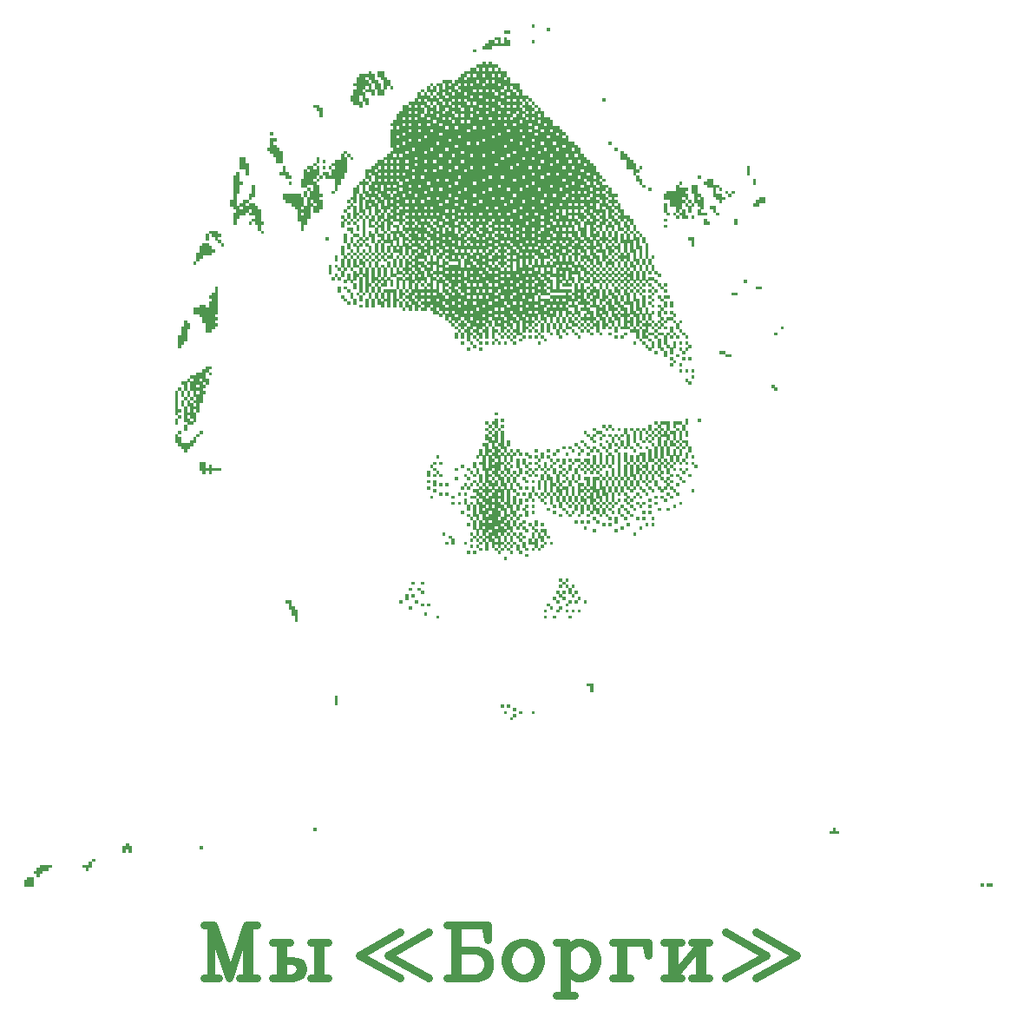
<source format=gto>
G04 start of page 2 for group 1 layer_idx 6 *
G04 Title: (unknown), top_silk *
G04 Creator: pcb-rnd 3.1.5-dev *
G04 CreationDate: 2024-03-24 09:53:49 UTC *
G04 For: STEM4ukraine *
G04 Format: Gerber/RS-274X *
G04 PCB-Dimensions: 393701 393701 *
G04 PCB-Coordinate-Origin: lower left *
%MOIN*%
%FSLAX25Y25*%
%LNTOP_SILK_NONE_1*%
%ADD29C,0.0300*%
%ADD28C,0.0001*%
G54D28*G36*
X194901Y378169D02*Y376949D01*
X192500D01*
Y378169D01*
X194901D01*
G37*
G36*
X197264D02*Y376949D01*
X196043D01*
Y378169D01*
X197264D01*
G37*
G36*
X192539Y376988D02*Y375768D01*
X190138D01*
Y376988D01*
X192539D01*
G37*
G36*
X194901D02*Y375768D01*
X193681D01*
Y376988D01*
X194901D01*
G37*
G36*
X207894Y382894D02*Y381673D01*
X206673D01*
Y382894D01*
X207894D01*
G37*
G36*
X213799Y381713D02*Y380492D01*
X212579D01*
Y381713D01*
X213799D01*
G37*
G36*
X198445Y380531D02*Y379311D01*
X196043D01*
Y380531D01*
X198445D01*
G37*
G36*
Y376988D02*Y375768D01*
X196043D01*
Y376988D01*
X198445D01*
G37*
G36*
X207894D02*Y375768D01*
X206673D01*
Y376988D01*
X207894D01*
G37*
G36*
X198445Y375807D02*Y374587D01*
X188957D01*
Y375807D01*
X198445D01*
G37*
G36*
X191358Y374626D02*Y373405D01*
X187775D01*
Y374626D01*
X191358D01*
G37*
G36*
X185453Y373445D02*Y372224D01*
X184232D01*
Y373445D01*
X185453D01*
G37*
G36*
X188996Y368720D02*Y367500D01*
X187775D01*
Y368720D01*
X188996D01*
G37*
G36*
X185453Y366358D02*Y365138D01*
X183051D01*
Y366358D01*
X185453D01*
G37*
G36*
X187815D02*Y365138D01*
X186594D01*
Y366358D01*
X187815D01*
G37*
G36*
X190177D02*Y365138D01*
X188957D01*
Y366358D01*
X190177D01*
G37*
G36*
X191358Y368720D02*Y367500D01*
X190138D01*
Y368720D01*
X191358D01*
G37*
G36*
X193720Y367539D02*Y366319D01*
X185413D01*
Y367539D01*
X193720D01*
G37*
G36*
X181909Y363996D02*Y362776D01*
X179508D01*
Y363996D01*
X181909D01*
G37*
G36*
X184271D02*Y362776D01*
X183051D01*
Y363996D01*
X184271D01*
G37*
G36*
X187815D02*Y362776D01*
X185413D01*
Y363996D01*
X187815D01*
G37*
G36*
X192539Y366358D02*Y365138D01*
X191319D01*
Y366358D01*
X192539D01*
G37*
G36*
X197264Y365177D02*Y363957D01*
X180689D01*
Y365177D01*
X197264D01*
G37*
G36*
X191358Y363996D02*Y362776D01*
X188957D01*
Y363996D01*
X191358D01*
G37*
G36*
X193720D02*Y362776D01*
X192500D01*
Y363996D01*
X193720D01*
G37*
G36*
X197264D02*Y362776D01*
X194862D01*
Y363996D01*
X197264D01*
G37*
G36*
X180728Y362815D02*Y361594D01*
X178327D01*
Y362815D01*
X180728D01*
G37*
G36*
X196083D02*Y361594D01*
X181870D01*
Y362815D01*
X196083D01*
G37*
G36*
X198445D02*Y361594D01*
X197224D01*
Y362815D01*
X198445D01*
G37*
G36*
X176004Y361634D02*Y360413D01*
X172421D01*
Y361634D01*
X176004D01*
G37*
G36*
X168917Y360453D02*Y359232D01*
X167697D01*
Y360453D01*
X168917D01*
G37*
G36*
X172460D02*Y359232D01*
X170059D01*
Y360453D01*
X172460D01*
G37*
G36*
X174823D02*Y359232D01*
X173602D01*
Y360453D01*
X174823D01*
G37*
G36*
X185453Y361634D02*Y360413D01*
X177145D01*
Y361634D01*
X185453D01*
G37*
G36*
X178366Y360453D02*Y359232D01*
X175964D01*
Y360453D01*
X178366D01*
G37*
G36*
X180728D02*Y359232D01*
X179508D01*
Y360453D01*
X180728D01*
G37*
G36*
X183090D02*Y359232D01*
X181870D01*
Y360453D01*
X183090D01*
G37*
G36*
X187815D02*Y359232D01*
X184232D01*
Y360453D01*
X187815D01*
G37*
G36*
X186634Y352185D02*Y350965D01*
X179508D01*
Y352185D01*
X186634D01*
G37*
G36*
X188996D02*Y350965D01*
X187775D01*
Y352185D01*
X188996D01*
G37*
G36*
X194901D02*Y350965D01*
X190138D01*
Y352185D01*
X194901D01*
G37*
G36*
X197264D02*Y350965D01*
X196043D01*
Y352185D01*
X197264D01*
G37*
G36*
X199626D02*Y350965D01*
X198405D01*
Y352185D01*
X199626D01*
G37*
G36*
X201988D02*Y350965D01*
X200768D01*
Y352185D01*
X201988D01*
G37*
G36*
X206712D02*Y350965D01*
X203130D01*
Y352185D01*
X206712D01*
G37*
G36*
X209075D02*Y350965D01*
X207854D01*
Y352185D01*
X209075D01*
G37*
G36*
X191358Y351004D02*Y349783D01*
X184232D01*
Y351004D01*
X191358D01*
G37*
G36*
X203169D02*Y349783D01*
X192500D01*
Y351004D01*
X203169D01*
G37*
G36*
X207894D02*Y349783D01*
X204311D01*
Y351004D01*
X207894D01*
G37*
G36*
X210256D02*Y349783D01*
X209035D01*
Y351004D01*
X210256D01*
G37*
G36*
X167736Y359272D02*Y358051D01*
X166516D01*
Y359272D01*
X167736D01*
G37*
G36*
X165374Y358091D02*Y356870D01*
X164153D01*
Y358091D01*
X165374D01*
G37*
G36*
X170098D02*Y356870D01*
X166516D01*
Y358091D01*
X170098D01*
G37*
G36*
X174823D02*Y356870D01*
X171240D01*
Y358091D01*
X174823D01*
G37*
G36*
X178366D02*Y356870D01*
X175964D01*
Y358091D01*
X178366D01*
G37*
G36*
X184271D02*Y356870D01*
X179508D01*
Y358091D01*
X184271D01*
G37*
G36*
X186634D02*Y356870D01*
X185413D01*
Y358091D01*
X186634D01*
G37*
G36*
X188996D02*Y356870D01*
X187775D01*
Y358091D01*
X188996D01*
G37*
G36*
X191358D02*Y356870D01*
X190138D01*
Y358091D01*
X191358D01*
G37*
G36*
X194901D02*Y356870D01*
X192500D01*
Y358091D01*
X194901D01*
G37*
G36*
X199626D02*Y356870D01*
X196043D01*
Y358091D01*
X199626D01*
G37*
G36*
X203169D02*Y356870D01*
X200768D01*
Y358091D01*
X203169D01*
G37*
G36*
X164193Y356909D02*Y355689D01*
X162972D01*
Y356909D01*
X164193D01*
G37*
G36*
X166555D02*Y355689D01*
X165334D01*
Y356909D01*
X166555D01*
G37*
G36*
X167736Y355728D02*Y354508D01*
X162972D01*
Y355728D01*
X167736D01*
G37*
G36*
X168917Y356909D02*Y355689D01*
X167697D01*
Y356909D01*
X168917D01*
G37*
G36*
X180728D02*Y355689D01*
X177145D01*
Y356909D01*
X180728D01*
G37*
G36*
X170098Y355728D02*Y354508D01*
X168878D01*
Y355728D01*
X170098D01*
G37*
G36*
X173642D02*Y354508D01*
X171240D01*
Y355728D01*
X173642D01*
G37*
G36*
X183090D02*Y354508D01*
X174783D01*
Y355728D01*
X183090D01*
G37*
G36*
X186634D02*Y354508D01*
X184232D01*
Y355728D01*
X186634D01*
G37*
G36*
X163012Y354547D02*Y353327D01*
X161791D01*
Y354547D01*
X163012D01*
G37*
G36*
X166555Y353366D02*Y352146D01*
X159429D01*
Y353366D01*
X166555D01*
G37*
G36*
X168917D02*Y352146D01*
X167697D01*
Y353366D01*
X168917D01*
G37*
G36*
X172460D02*Y352146D01*
X170059D01*
Y353366D01*
X172460D01*
G37*
G36*
X174823D02*Y352146D01*
X173602D01*
Y353366D01*
X174823D01*
G37*
G36*
X181909D02*Y352146D01*
X175964D01*
Y353366D01*
X181909D01*
G37*
G36*
X184271D02*Y352146D01*
X183051D01*
Y353366D01*
X184271D01*
G37*
G36*
X193720D02*Y352146D01*
X185413D01*
Y353366D01*
X193720D01*
G37*
G36*
X165374Y354547D02*Y353327D01*
X164153D01*
Y354547D01*
X165374D01*
G37*
G36*
X171279D02*Y353327D01*
X166516D01*
Y354547D01*
X171279D01*
G37*
G36*
X176004D02*Y353327D01*
X172421D01*
Y354547D01*
X176004D01*
G37*
G36*
X178366D02*Y353327D01*
X177145D01*
Y354547D01*
X178366D01*
G37*
G36*
X180728D02*Y353327D01*
X179508D01*
Y354547D01*
X180728D01*
G37*
G36*
X188996D02*Y353327D01*
X181870D01*
Y354547D01*
X188996D01*
G37*
G36*
X191358D02*Y353327D01*
X190138D01*
Y354547D01*
X191358D01*
G37*
G36*
X170098Y359272D02*Y358051D01*
X168878D01*
Y359272D01*
X170098D01*
G37*
G36*
X172460Y356909D02*Y355689D01*
X170059D01*
Y356909D01*
X172460D01*
G37*
G36*
X176004D02*Y355689D01*
X173602D01*
Y356909D01*
X176004D01*
G37*
G36*
X192539D02*Y355689D01*
X181870D01*
Y356909D01*
X192539D01*
G37*
G36*
X194901Y355728D02*Y354508D01*
X187775D01*
Y355728D01*
X194901D01*
G37*
G36*
X197264Y356909D02*Y355689D01*
X193681D01*
Y356909D01*
X197264D01*
G37*
G36*
Y354547D02*Y353327D01*
X192500D01*
Y354547D01*
X197264D01*
G37*
G36*
X199626D02*Y353327D01*
X198405D01*
Y354547D01*
X199626D01*
G37*
G36*
X203169Y353366D02*Y352146D01*
X194862D01*
Y353366D01*
X203169D01*
G37*
G36*
X205531D02*Y352146D01*
X204311D01*
Y353366D01*
X205531D01*
G37*
G36*
X207894D02*Y352146D01*
X206673D01*
Y353366D01*
X207894D01*
G37*
G36*
X200807Y356909D02*Y355689D01*
X198405D01*
Y356909D01*
X200807D01*
G37*
G36*
X205531Y355728D02*Y354508D01*
X196043D01*
Y355728D01*
X205531D01*
G37*
G36*
X203169Y356909D02*Y355689D01*
X201949D01*
Y356909D01*
X203169D01*
G37*
G36*
X201988Y354547D02*Y353327D01*
X200768D01*
Y354547D01*
X201988D01*
G37*
G36*
X204350D02*Y353327D01*
X203130D01*
Y354547D01*
X204350D01*
G37*
G36*
X206712D02*Y353327D01*
X205492D01*
Y354547D01*
X206712D01*
G37*
G36*
X235059D02*Y353327D01*
X233838D01*
Y354547D01*
X235059D01*
G37*
G36*
X172460Y359272D02*Y358051D01*
X171240D01*
Y359272D01*
X172460D01*
G37*
G36*
X177185D02*Y358051D01*
X173602D01*
Y359272D01*
X177185D01*
G37*
G36*
X196083D02*Y358051D01*
X178327D01*
Y359272D01*
X196083D01*
G37*
G36*
X198445D02*Y358051D01*
X197224D01*
Y359272D01*
X198445D01*
G37*
G36*
X201988D02*Y358051D01*
X199586D01*
Y359272D01*
X201988D01*
G37*
G36*
X188996Y361634D02*Y360413D01*
X186594D01*
Y361634D01*
X188996D01*
G37*
G36*
X191358D02*Y360413D01*
X190138D01*
Y361634D01*
X191358D01*
G37*
G36*
X198445D02*Y360413D01*
X192500D01*
Y361634D01*
X198445D01*
G37*
G36*
X193720Y360453D02*Y359232D01*
X188957D01*
Y360453D01*
X193720D01*
G37*
G36*
X201988D02*Y359232D01*
X194862D01*
Y360453D01*
X201988D01*
G37*
G36*
X194901Y366358D02*Y365138D01*
X193681D01*
Y366358D01*
X194901D01*
G37*
G36*
Y306122D02*Y304902D01*
X193681D01*
Y306122D01*
X194901D01*
G37*
G36*
Y303760D02*Y302539D01*
X193681D01*
Y303760D01*
X194901D01*
G37*
G36*
X197264Y306122D02*Y304902D01*
X196043D01*
Y306122D01*
X197264D01*
G37*
G36*
X196083Y302579D02*Y301358D01*
X192500D01*
Y302579D01*
X196083D01*
G37*
G36*
X198445D02*Y301358D01*
X197224D01*
Y302579D01*
X198445D01*
G37*
G36*
X200807Y301398D02*Y300177D01*
X193681D01*
Y301398D01*
X200807D01*
G37*
G36*
X194901Y300216D02*Y298996D01*
X191319D01*
Y300216D01*
X194901D01*
G37*
G36*
X193720Y297854D02*Y296634D01*
X191319D01*
Y297854D01*
X193720D01*
G37*
G36*
X196083D02*Y296634D01*
X194862D01*
Y297854D01*
X196083D01*
G37*
G36*
X193720Y295492D02*Y294272D01*
X192500D01*
Y295492D01*
X193720D01*
G37*
G36*
X196083D02*Y294272D01*
X194862D01*
Y295492D01*
X196083D01*
G37*
G36*
X197264Y294311D02*Y293090D01*
X191319D01*
Y294311D01*
X197264D01*
G37*
G36*
X196083Y293130D02*Y291909D01*
X194862D01*
Y293130D01*
X196083D01*
G37*
G36*
X197264Y291949D02*Y290728D01*
X193681D01*
Y291949D01*
X197264D01*
G37*
G36*
X196083Y290768D02*Y289547D01*
X194862D01*
Y290768D01*
X196083D01*
G37*
G36*
X197264Y289587D02*Y288366D01*
X196043D01*
Y289587D01*
X197264D01*
G37*
G36*
X198445Y284862D02*Y283642D01*
X196043D01*
Y284862D01*
X198445D01*
G37*
G36*
X200807Y283681D02*Y282461D01*
X193681D01*
Y283681D01*
X200807D01*
G37*
G36*
X198445Y282500D02*Y281280D01*
X197224D01*
Y282500D01*
X198445D01*
G37*
G36*
X201988Y281319D02*Y280099D01*
X194862D01*
Y281319D01*
X201988D01*
G37*
G36*
X199626Y280138D02*Y278917D01*
X193681D01*
Y280138D01*
X199626D01*
G37*
G36*
X198445Y278957D02*Y277736D01*
X196043D01*
Y278957D01*
X198445D01*
G37*
G36*
X203169D02*Y277736D01*
X199586D01*
Y278957D01*
X203169D01*
G37*
G36*
X205531Y277776D02*Y276555D01*
X193681D01*
Y277776D01*
X205531D01*
G37*
G36*
X199626Y276595D02*Y275374D01*
X197224D01*
Y276595D01*
X199626D01*
G37*
G36*
X201988Y274232D02*Y273012D01*
X196043D01*
Y274232D01*
X201988D01*
G37*
G36*
X198445Y273051D02*Y271831D01*
X191319D01*
Y273051D01*
X198445D01*
G37*
G36*
X199626Y271870D02*Y270650D01*
X196043D01*
Y271870D01*
X199626D01*
G37*
G36*
X203169D02*Y270650D01*
X200768D01*
Y271870D01*
X203169D01*
G37*
G36*
X201988Y276595D02*Y275374D01*
X200768D01*
Y276595D01*
X201988D01*
G37*
G36*
X204350Y275414D02*Y274193D01*
X198405D01*
Y275414D01*
X204350D01*
G37*
G36*
X205531Y273051D02*Y271831D01*
X199586D01*
Y273051D01*
X205531D01*
G37*
G36*
X200807Y270689D02*Y269469D01*
X197224D01*
Y270689D01*
X200807D01*
G37*
G36*
X204350D02*Y269469D01*
X201949D01*
Y270689D01*
X204350D01*
G37*
G36*
X198445Y269508D02*Y268288D01*
X194862D01*
Y269508D01*
X198445D01*
G37*
G36*
X199626Y268327D02*Y267106D01*
X197224D01*
Y268327D01*
X199626D01*
G37*
G36*
Y267146D02*Y265925D01*
X198405D01*
Y267146D01*
X199626D01*
G37*
G36*
X198445Y265965D02*Y264744D01*
X197224D01*
Y265965D01*
X198445D01*
G37*
G36*
X199626Y264784D02*Y263563D01*
X198405D01*
Y264784D01*
X199626D01*
G37*
G36*
X198445Y263603D02*Y262382D01*
X197224D01*
Y263603D01*
X198445D01*
G37*
G36*
X199626Y262421D02*Y261201D01*
X198405D01*
Y262421D01*
X199626D01*
G37*
G36*
X201988Y269508D02*Y268288D01*
X199586D01*
Y269508D01*
X201988D01*
G37*
G36*
Y268327D02*Y267106D01*
X200768D01*
Y268327D01*
X201988D01*
G37*
G36*
Y267146D02*Y265925D01*
X200768D01*
Y267146D01*
X201988D01*
G37*
G36*
Y265965D02*Y264744D01*
X199586D01*
Y265965D01*
X201988D01*
G37*
G36*
X204350Y268327D02*Y267106D01*
X203130D01*
Y268327D01*
X204350D01*
G37*
G36*
X205531Y267146D02*Y265925D01*
X203130D01*
Y267146D01*
X205531D01*
G37*
G36*
X204350Y265965D02*Y264744D01*
X203130D01*
Y265965D01*
X204350D01*
G37*
G36*
X203169Y264784D02*Y263563D01*
X200768D01*
Y264784D01*
X203169D01*
G37*
G36*
X200807Y263603D02*Y262382D01*
X199586D01*
Y263603D01*
X200807D01*
G37*
G36*
Y261240D02*Y260020D01*
X199586D01*
Y261240D01*
X200807D01*
G37*
G36*
X204350Y263603D02*Y262382D01*
X203130D01*
Y263603D01*
X204350D01*
G37*
G36*
X203169Y262421D02*Y261201D01*
X201949D01*
Y262421D01*
X203169D01*
G37*
G36*
X199626Y289587D02*Y288366D01*
X198405D01*
Y289587D01*
X199626D01*
G37*
G36*
X200807Y287224D02*Y286004D01*
X198405D01*
Y287224D01*
X200807D01*
G37*
G36*
X201988Y284862D02*Y283642D01*
X199586D01*
Y284862D01*
X201988D01*
G37*
G36*
X204350Y283681D02*Y282461D01*
X201949D01*
Y283681D01*
X204350D01*
G37*
G36*
X206712D02*Y282461D01*
X205492D01*
Y283681D01*
X206712D01*
G37*
G36*
X209075Y282500D02*Y281280D01*
X199586D01*
Y282500D01*
X209075D01*
G37*
G36*
X211437D02*Y281280D01*
X210216D01*
Y282500D01*
X211437D01*
G37*
G36*
X204350Y281319D02*Y280099D01*
X203130D01*
Y281319D01*
X204350D01*
G37*
G36*
X206712D02*Y280099D01*
X205492D01*
Y281319D01*
X206712D01*
G37*
G36*
X207894Y278957D02*Y277736D01*
X204311D01*
Y278957D01*
X207894D01*
G37*
G36*
Y277776D02*Y276555D01*
X206673D01*
Y277776D01*
X207894D01*
G37*
G36*
X210256Y276595D02*Y275374D01*
X203130D01*
Y276595D01*
X210256D01*
G37*
G36*
X207894Y275414D02*Y274193D01*
X205492D01*
Y275414D01*
X207894D01*
G37*
G36*
X210256Y278957D02*Y277736D01*
X209035D01*
Y278957D01*
X210256D01*
G37*
G36*
X213799Y277776D02*Y276555D01*
X209035D01*
Y277776D01*
X213799D01*
G37*
G36*
X212618Y275414D02*Y274193D01*
X209035D01*
Y275414D01*
X212618D01*
G37*
G36*
X214980D02*Y274193D01*
X213760D01*
Y275414D01*
X214980D01*
G37*
G36*
X211437Y274232D02*Y273012D01*
X203130D01*
Y274232D01*
X211437D01*
G37*
G36*
X207894Y273051D02*Y271831D01*
X206673D01*
Y273051D01*
X207894D01*
G37*
G36*
X209075Y271870D02*Y270650D01*
X204311D01*
Y271870D01*
X209075D01*
G37*
G36*
X211437D02*Y270650D01*
X210216D01*
Y271870D01*
X211437D01*
G37*
G36*
X206712Y270689D02*Y269469D01*
X205492D01*
Y270689D01*
X206712D01*
G37*
G36*
X209075D02*Y269469D01*
X207854D01*
Y270689D01*
X209075D01*
G37*
G36*
X213799Y273051D02*Y271831D01*
X209035D01*
Y273051D01*
X213799D01*
G37*
G36*
X216161D02*Y271831D01*
X214941D01*
Y273051D01*
X216161D01*
G37*
G36*
Y271870D02*Y270650D01*
X212579D01*
Y271870D01*
X216161D01*
G37*
G36*
X212618Y270689D02*Y269469D01*
X210216D01*
Y270689D01*
X212618D01*
G37*
G36*
Y269508D02*Y268288D01*
X211397D01*
Y269508D01*
X212618D01*
G37*
G36*
Y262421D02*Y261201D01*
X211397D01*
Y262421D01*
X212618D01*
G37*
G36*
X210256Y261240D02*Y260020D01*
X209035D01*
Y261240D01*
X210256D01*
G37*
G36*
X214980Y270689D02*Y269469D01*
X213760D01*
Y270689D01*
X214980D01*
G37*
G36*
Y269508D02*Y268288D01*
X213760D01*
Y269508D01*
X214980D01*
G37*
G36*
X217342Y270689D02*Y269469D01*
X216122D01*
Y270689D01*
X217342D01*
G37*
G36*
Y269508D02*Y268288D01*
X216122D01*
Y269508D01*
X217342D01*
G37*
G36*
X207894D02*Y268288D01*
X203130D01*
Y269508D01*
X207894D01*
G37*
G36*
X206712Y268327D02*Y267106D01*
X205492D01*
Y268327D01*
X206712D01*
G37*
G36*
X209075D02*Y267106D01*
X207854D01*
Y268327D01*
X209075D01*
G37*
G36*
X210256Y269508D02*Y268288D01*
X209035D01*
Y269508D01*
X210256D01*
G37*
G36*
X211437Y268327D02*Y267106D01*
X210216D01*
Y268327D01*
X211437D01*
G37*
G36*
X213799D02*Y267106D01*
X212579D01*
Y268327D01*
X213799D01*
G37*
G36*
X216161D02*Y267106D01*
X214941D01*
Y268327D01*
X216161D01*
G37*
G36*
X218523D02*Y267106D01*
X217303D01*
Y268327D01*
X218523D01*
G37*
G36*
Y267146D02*Y265925D01*
X217303D01*
Y267146D01*
X218523D01*
G37*
G36*
X219705Y265965D02*Y264744D01*
X218484D01*
Y265965D01*
X219705D01*
G37*
G36*
X220886Y264784D02*Y263563D01*
X219665D01*
Y264784D01*
X220886D01*
G37*
G36*
X218523Y263603D02*Y262382D01*
X217303D01*
Y263603D01*
X218523D01*
G37*
G36*
X207894Y267146D02*Y265925D01*
X206673D01*
Y267146D01*
X207894D01*
G37*
G36*
X206712Y265965D02*Y264744D01*
X205492D01*
Y265965D01*
X206712D01*
G37*
G36*
X209075D02*Y264744D01*
X207854D01*
Y265965D01*
X209075D01*
G37*
G36*
X206712Y263603D02*Y262382D01*
X205492D01*
Y263603D01*
X206712D01*
G37*
G36*
X209075D02*Y262382D01*
X207854D01*
Y263603D01*
X209075D01*
G37*
G36*
X211437Y267146D02*Y265925D01*
X210216D01*
Y267146D01*
X211437D01*
G37*
G36*
Y265965D02*Y264744D01*
X210216D01*
Y265965D01*
X211437D01*
G37*
G36*
X210256Y264784D02*Y263563D01*
X209035D01*
Y264784D01*
X210256D01*
G37*
G36*
X211437Y263603D02*Y262382D01*
X210216D01*
Y263603D01*
X211437D01*
G37*
G36*
X213799Y267146D02*Y265925D01*
X212579D01*
Y267146D01*
X213799D01*
G37*
G36*
X216161D02*Y265925D01*
X214941D01*
Y267146D01*
X216161D01*
G37*
G36*
X213799Y265965D02*Y264744D01*
X212579D01*
Y265965D01*
X213799D01*
G37*
G36*
X217342D02*Y264744D01*
X216122D01*
Y265965D01*
X217342D01*
G37*
G36*
X214980Y264784D02*Y263563D01*
X213760D01*
Y264784D01*
X214980D01*
G37*
G36*
X217342D02*Y263563D01*
X216122D01*
Y264784D01*
X217342D01*
G37*
G36*
X212618Y281319D02*Y280099D01*
X207854D01*
Y281319D01*
X212618D01*
G37*
G36*
X209075Y280138D02*Y278917D01*
X200768D01*
Y280138D01*
X209075D01*
G37*
G36*
X213799D02*Y278917D01*
X210216D01*
Y280138D01*
X213799D01*
G37*
G36*
X197264Y300216D02*Y298996D01*
X196043D01*
Y300216D01*
X197264D01*
G37*
G36*
Y287224D02*Y286004D01*
X196043D01*
Y287224D01*
X197264D01*
G37*
G36*
X198445Y299035D02*Y297815D01*
X193681D01*
Y299035D01*
X198445D01*
G37*
G36*
X199626Y297854D02*Y296634D01*
X197224D01*
Y297854D01*
X199626D01*
G37*
G36*
X197264Y296673D02*Y295453D01*
X193681D01*
Y296673D01*
X197264D01*
G37*
G36*
X200807D02*Y295453D01*
X198405D01*
Y296673D01*
X200807D01*
G37*
G36*
X201988Y295492D02*Y294272D01*
X197224D01*
Y295492D01*
X201988D01*
G37*
G36*
X204350D02*Y294272D01*
X203130D01*
Y295492D01*
X204350D01*
G37*
G36*
X206712D02*Y294272D01*
X205492D01*
Y295492D01*
X206712D01*
G37*
G36*
X199626Y294311D02*Y293090D01*
X198405D01*
Y294311D01*
X199626D01*
G37*
G36*
Y291949D02*Y290728D01*
X198405D01*
Y291949D01*
X199626D01*
G37*
G36*
Y290768D02*Y289547D01*
X197224D01*
Y290768D01*
X199626D01*
G37*
G36*
X203169Y288405D02*Y287185D01*
X193681D01*
Y288405D01*
X203169D01*
G37*
G36*
X204350Y286043D02*Y284823D01*
X193681D01*
Y286043D01*
X204350D01*
G37*
G36*
X201988Y290768D02*Y289547D01*
X200768D01*
Y290768D01*
X201988D01*
G37*
G36*
X205531Y288405D02*Y287185D01*
X204311D01*
Y288405D01*
X205531D01*
G37*
G36*
X206712Y286043D02*Y284823D01*
X205492D01*
Y286043D01*
X206712D01*
G37*
G36*
X207894Y284862D02*Y283642D01*
X203130D01*
Y284862D01*
X207894D01*
G37*
G36*
X210256Y286043D02*Y284823D01*
X207854D01*
Y286043D01*
X210256D01*
G37*
G36*
X211437Y284862D02*Y283642D01*
X209035D01*
Y284862D01*
X211437D01*
G37*
G36*
X212618Y283681D02*Y282461D01*
X207854D01*
Y283681D01*
X212618D01*
G37*
G36*
X214980D02*Y282461D01*
X213760D01*
Y283681D01*
X214980D01*
G37*
G36*
X217342D02*Y282461D01*
X216122D01*
Y283681D01*
X217342D01*
G37*
G36*
X214980Y282500D02*Y281280D01*
X212579D01*
Y282500D01*
X214980D01*
G37*
G36*
X222067Y283681D02*Y282461D01*
X218484D01*
Y283681D01*
X222067D01*
G37*
G36*
X224429D02*Y282461D01*
X223209D01*
Y283681D01*
X224429D01*
G37*
G36*
X217342Y282500D02*Y281280D01*
X216122D01*
Y282500D01*
X217342D01*
G37*
G36*
X224429D02*Y281280D01*
X223209D01*
Y282500D01*
X224429D01*
G37*
G36*
X222067Y281319D02*Y280099D01*
X213760D01*
Y281319D01*
X222067D01*
G37*
G36*
X227972D02*Y280099D01*
X223209D01*
Y281319D01*
X227972D01*
G37*
G36*
X222067Y278957D02*Y277736D01*
X213760D01*
Y278957D01*
X222067D01*
G37*
G36*
X216161Y277776D02*Y276555D01*
X214941D01*
Y277776D01*
X216161D01*
G37*
G36*
X218523D02*Y276555D01*
X217303D01*
Y277776D01*
X218523D01*
G37*
G36*
X220886Y276595D02*Y275374D01*
X211397D01*
Y276595D01*
X220886D01*
G37*
G36*
X223248D02*Y275374D01*
X222027D01*
Y276595D01*
X223248D01*
G37*
G36*
X220886Y280138D02*Y278917D01*
X219665D01*
Y280138D01*
X220886D01*
G37*
G36*
X224429Y277776D02*Y276555D01*
X219665D01*
Y277776D01*
X224429D01*
G37*
G36*
X217342Y275414D02*Y274193D01*
X216122D01*
Y275414D01*
X217342D01*
G37*
G36*
X218523Y273051D02*Y271831D01*
X217303D01*
Y273051D01*
X218523D01*
G37*
G36*
Y271870D02*Y270650D01*
X217303D01*
Y271870D01*
X218523D01*
G37*
G36*
X219705Y275414D02*Y274193D01*
X218484D01*
Y275414D01*
X219705D01*
G37*
G36*
Y270689D02*Y269469D01*
X218484D01*
Y270689D01*
X219705D01*
G37*
G36*
Y269508D02*Y268288D01*
X218484D01*
Y269508D01*
X219705D01*
G37*
G36*
X224429Y275414D02*Y274193D01*
X220846D01*
Y275414D01*
X224429D01*
G37*
G36*
Y274232D02*Y273012D01*
X223209D01*
Y274232D01*
X224429D01*
G37*
G36*
X222067Y273051D02*Y271831D01*
X219665D01*
Y273051D01*
X222067D01*
G37*
G36*
X220886Y271870D02*Y270650D01*
X219665D01*
Y271870D01*
X220886D01*
G37*
G36*
X223248D02*Y270650D01*
X222027D01*
Y271870D01*
X223248D01*
G37*
G36*
X222067Y270689D02*Y269469D01*
X220846D01*
Y270689D01*
X222067D01*
G37*
G36*
X224429D02*Y269469D01*
X223209D01*
Y270689D01*
X224429D01*
G37*
G36*
X223248Y269508D02*Y268288D01*
X220846D01*
Y269508D01*
X223248D01*
G37*
G36*
X220886Y268327D02*Y267106D01*
X219665D01*
Y268327D01*
X220886D01*
G37*
G36*
X224429D02*Y267106D01*
X222027D01*
Y268327D01*
X224429D01*
G37*
G36*
X222067Y267146D02*Y265925D01*
X219665D01*
Y267146D01*
X222067D01*
G37*
G36*
X220886Y274232D02*Y273012D01*
X212579D01*
Y274232D01*
X220886D01*
G37*
G36*
X224429Y280138D02*Y278917D01*
X222027D01*
Y280138D01*
X224429D01*
G37*
G36*
X226791D02*Y278917D01*
X225571D01*
Y280138D01*
X226791D01*
G37*
G36*
Y278957D02*Y277736D01*
X223209D01*
Y278957D01*
X226791D01*
G37*
G36*
X227972Y277776D02*Y276555D01*
X225571D01*
Y277776D01*
X227972D01*
G37*
G36*
X229153Y276595D02*Y275374D01*
X224390D01*
Y276595D01*
X229153D01*
G37*
G36*
X227972Y275414D02*Y274193D01*
X226752D01*
Y275414D01*
X227972D01*
G37*
G36*
X229153Y274232D02*Y273012D01*
X225571D01*
Y274232D01*
X229153D01*
G37*
G36*
X225610Y273051D02*Y271831D01*
X223209D01*
Y273051D01*
X225610D01*
G37*
G36*
Y271870D02*Y270650D01*
X224390D01*
Y271870D01*
X225610D01*
G37*
G36*
Y269508D02*Y268288D01*
X224390D01*
Y269508D01*
X225610D01*
G37*
G36*
Y267146D02*Y265925D01*
X224390D01*
Y267146D01*
X225610D01*
G37*
G36*
X223248Y265965D02*Y264744D01*
X222027D01*
Y265965D01*
X223248D01*
G37*
G36*
X224429Y264784D02*Y263563D01*
X223209D01*
Y264784D01*
X224429D01*
G37*
G36*
X225610Y263603D02*Y262382D01*
X224390D01*
Y263603D01*
X225610D01*
G37*
G36*
X227972Y271870D02*Y270650D01*
X226752D01*
Y271870D01*
X227972D01*
G37*
G36*
Y269508D02*Y268288D01*
X226752D01*
Y269508D01*
X227972D01*
G37*
G36*
Y267146D02*Y265925D01*
X226752D01*
Y267146D01*
X227972D01*
G37*
G36*
X231516Y270689D02*Y269469D01*
X225571D01*
Y270689D01*
X231516D01*
G37*
G36*
X230334Y269508D02*Y268288D01*
X229114D01*
Y269508D01*
X230334D01*
G37*
G36*
X226791Y268327D02*Y267106D01*
X225571D01*
Y268327D01*
X226791D01*
G37*
G36*
X229153D02*Y267106D01*
X227933D01*
Y268327D01*
X229153D01*
G37*
G36*
X230334Y267146D02*Y265925D01*
X229114D01*
Y267146D01*
X230334D01*
G37*
G36*
X226791Y265965D02*Y264744D01*
X225571D01*
Y265965D01*
X226791D01*
G37*
G36*
X229153D02*Y264744D01*
X227933D01*
Y265965D01*
X229153D01*
G37*
G36*
X230334Y264784D02*Y263563D01*
X229114D01*
Y264784D01*
X230334D01*
G37*
G36*
X226791Y283681D02*Y282461D01*
X225571D01*
Y283681D01*
X226791D01*
G37*
G36*
Y282500D02*Y281280D01*
X225571D01*
Y282500D01*
X226791D01*
G37*
G36*
X230334Y283681D02*Y282461D01*
X229114D01*
Y283681D01*
X230334D01*
G37*
G36*
X229153Y282500D02*Y281280D01*
X227933D01*
Y282500D01*
X229153D01*
G37*
G36*
X230334Y280138D02*Y278917D01*
X227933D01*
Y280138D01*
X230334D01*
G37*
G36*
X229153Y278957D02*Y277736D01*
X227933D01*
Y278957D01*
X229153D01*
G37*
G36*
X231516Y282500D02*Y281280D01*
X230295D01*
Y282500D01*
X231516D01*
G37*
G36*
X232697Y281319D02*Y280099D01*
X229114D01*
Y281319D01*
X232697D01*
G37*
G36*
Y280138D02*Y278917D01*
X231476D01*
Y280138D01*
X232697D01*
G37*
G36*
Y278957D02*Y277736D01*
X230295D01*
Y278957D01*
X232697D01*
G37*
G36*
X231516Y277776D02*Y276555D01*
X229114D01*
Y277776D01*
X231516D01*
G37*
G36*
Y276595D02*Y275374D01*
X230295D01*
Y276595D01*
X231516D01*
G37*
G36*
X232697Y275414D02*Y274193D01*
X229114D01*
Y275414D01*
X232697D01*
G37*
G36*
X230334Y273051D02*Y271831D01*
X227933D01*
Y273051D01*
X230334D01*
G37*
G36*
X232697D02*Y271831D01*
X231476D01*
Y273051D01*
X232697D01*
G37*
G36*
X230334Y271870D02*Y270650D01*
X229114D01*
Y271870D01*
X230334D01*
G37*
G36*
X232697Y268327D02*Y267106D01*
X230295D01*
Y268327D01*
X232697D01*
G37*
G36*
Y267146D02*Y265925D01*
X231476D01*
Y267146D01*
X232697D01*
G37*
G36*
Y265965D02*Y264744D01*
X231476D01*
Y265965D01*
X232697D01*
G37*
G36*
X233878Y283681D02*Y282461D01*
X232657D01*
Y283681D01*
X233878D01*
G37*
G36*
Y282500D02*Y281280D01*
X232657D01*
Y282500D01*
X233878D01*
G37*
G36*
X235059Y281319D02*Y280099D01*
X233838D01*
Y281319D01*
X235059D01*
G37*
G36*
Y280138D02*Y278917D01*
X233838D01*
Y280138D01*
X235059D01*
G37*
G36*
X236240Y278957D02*Y277736D01*
X233838D01*
Y278957D01*
X236240D01*
G37*
G36*
X235059Y277776D02*Y276555D01*
X232657D01*
Y277776D01*
X235059D01*
G37*
G36*
X233878Y276595D02*Y275374D01*
X232657D01*
Y276595D01*
X233878D01*
G37*
G36*
X235059Y275414D02*Y274193D01*
X233838D01*
Y275414D01*
X235059D01*
G37*
G36*
Y274232D02*Y273012D01*
X231476D01*
Y274232D01*
X235059D01*
G37*
G36*
X236240Y273051D02*Y271831D01*
X233838D01*
Y273051D01*
X236240D01*
G37*
G36*
Y271870D02*Y270650D01*
X235020D01*
Y271870D01*
X236240D01*
G37*
G36*
Y268327D02*Y267106D01*
X233838D01*
Y268327D01*
X236240D01*
G37*
G36*
X235059Y267146D02*Y265925D01*
X233838D01*
Y267146D01*
X235059D01*
G37*
G36*
X233878Y264784D02*Y263563D01*
X232657D01*
Y264784D01*
X233878D01*
G37*
G36*
Y271870D02*Y270650D01*
X231476D01*
Y271870D01*
X233878D01*
G37*
G36*
X235059Y270689D02*Y269469D01*
X232657D01*
Y270689D01*
X235059D01*
G37*
G36*
X232697Y269508D02*Y268288D01*
X231476D01*
Y269508D01*
X232697D01*
G37*
G36*
X235059D02*Y268288D01*
X233838D01*
Y269508D01*
X235059D01*
G37*
G36*
X236240Y283681D02*Y282461D01*
X235020D01*
Y283681D01*
X236240D01*
G37*
G36*
Y282500D02*Y281280D01*
X235020D01*
Y282500D01*
X236240D01*
G37*
G36*
X237421Y281319D02*Y280099D01*
X236201D01*
Y281319D01*
X237421D01*
G37*
G36*
X238602Y280138D02*Y278917D01*
X236201D01*
Y280138D01*
X238602D01*
G37*
G36*
X239783Y278957D02*Y277736D01*
X237382D01*
Y278957D01*
X239783D01*
G37*
G36*
X237421Y277776D02*Y276555D01*
X236201D01*
Y277776D01*
X237421D01*
G37*
G36*
X239783D02*Y276555D01*
X238563D01*
Y277776D01*
X239783D01*
G37*
G36*
X237421Y276595D02*Y275374D01*
X235020D01*
Y276595D01*
X237421D01*
G37*
G36*
X240964D02*Y275374D01*
X238563D01*
Y276595D01*
X240964D01*
G37*
G36*
X238602Y275414D02*Y274193D01*
X236201D01*
Y275414D01*
X238602D01*
G37*
G36*
X239783Y274232D02*Y273012D01*
X236201D01*
Y274232D01*
X239783D01*
G37*
G36*
X238602Y273051D02*Y271831D01*
X237382D01*
Y273051D01*
X238602D01*
G37*
G36*
X240964D02*Y271831D01*
X239744D01*
Y273051D01*
X240964D01*
G37*
G36*
X239783Y271870D02*Y270650D01*
X237382D01*
Y271870D01*
X239783D01*
G37*
G36*
X237421Y270689D02*Y269469D01*
X236201D01*
Y270689D01*
X237421D01*
G37*
G36*
X240964D02*Y269469D01*
X238563D01*
Y270689D01*
X240964D01*
G37*
G36*
X238602Y269508D02*Y268288D01*
X236201D01*
Y269508D01*
X238602D01*
G37*
G36*
X240964D02*Y268288D01*
X239744D01*
Y269508D01*
X240964D01*
G37*
G36*
X238602Y268327D02*Y267106D01*
X237382D01*
Y268327D01*
X238602D01*
G37*
G36*
X237421Y267146D02*Y265925D01*
X236201D01*
Y267146D01*
X237421D01*
G37*
G36*
X239783D02*Y265925D01*
X238563D01*
Y267146D01*
X239783D01*
G37*
G36*
Y265965D02*Y264744D01*
X238563D01*
Y265965D01*
X239783D01*
G37*
G36*
X237421Y264784D02*Y263563D01*
X236201D01*
Y264784D01*
X237421D01*
G37*
G36*
X239783Y263603D02*Y262382D01*
X238563D01*
Y263603D01*
X239783D01*
G37*
G36*
X240964Y268327D02*Y267106D01*
X239744D01*
Y268327D01*
X240964D01*
G37*
G36*
X242146Y275414D02*Y274193D01*
X239744D01*
Y275414D01*
X242146D01*
G37*
G36*
X243327Y274232D02*Y273012D01*
X240925D01*
Y274232D01*
X243327D01*
G37*
G36*
Y273051D02*Y271831D01*
X242106D01*
Y273051D01*
X243327D01*
G37*
G36*
X244508Y271870D02*Y270650D01*
X240925D01*
Y271870D01*
X244508D01*
G37*
G36*
X243327Y270689D02*Y269469D01*
X242106D01*
Y270689D01*
X243327D01*
G37*
G36*
X245689D02*Y269469D01*
X244468D01*
Y270689D01*
X245689D01*
G37*
G36*
Y269508D02*Y268288D01*
X242106D01*
Y269508D01*
X245689D01*
G37*
G36*
X243327Y268327D02*Y267106D01*
X242106D01*
Y268327D01*
X243327D01*
G37*
G36*
Y264784D02*Y263563D01*
X242106D01*
Y264784D01*
X243327D01*
G37*
G36*
X242146Y263603D02*Y262382D01*
X240925D01*
Y263603D01*
X242146D01*
G37*
G36*
X245689Y268327D02*Y267106D01*
X244468D01*
Y268327D01*
X245689D01*
G37*
G36*
X244508Y267146D02*Y265925D01*
X240925D01*
Y267146D01*
X244508D01*
G37*
G36*
X246870D02*Y265925D01*
X245649D01*
Y267146D01*
X246870D01*
G37*
G36*
X248051Y265965D02*Y264744D01*
X244468D01*
Y265965D01*
X248051D01*
G37*
G36*
Y264784D02*Y263563D01*
X246831D01*
Y264784D01*
X248051D01*
G37*
G36*
Y263603D02*Y262382D01*
X246831D01*
Y263603D01*
X248051D01*
G37*
G36*
X249232Y262421D02*Y261201D01*
X248012D01*
Y262421D01*
X249232D01*
G37*
G36*
X246870Y261240D02*Y260020D01*
X245649D01*
Y261240D01*
X246870D01*
G37*
G36*
X250413D02*Y260020D01*
X249193D01*
Y261240D01*
X250413D01*
G37*
G36*
X213799Y286043D02*Y284823D01*
X211397D01*
Y286043D01*
X213799D01*
G37*
G36*
X214980Y284862D02*Y283642D01*
X212579D01*
Y284862D01*
X214980D01*
G37*
G36*
X218523D02*Y283642D01*
X216122D01*
Y284862D01*
X218523D01*
G37*
G36*
X220886D02*Y283642D01*
X219665D01*
Y284862D01*
X220886D01*
G37*
G36*
X223248D02*Y283642D01*
X222027D01*
Y284862D01*
X223248D01*
G37*
G36*
X225610D02*Y283642D01*
X224390D01*
Y284862D01*
X225610D01*
G37*
G36*
X229153D02*Y283642D01*
X226752D01*
Y284862D01*
X229153D01*
G37*
G36*
X232697D02*Y283642D01*
X230295D01*
Y284862D01*
X232697D01*
G37*
G36*
X235059D02*Y283642D01*
X233838D01*
Y284862D01*
X235059D01*
G37*
G36*
X217342Y286043D02*Y284823D01*
X216122D01*
Y286043D01*
X217342D01*
G37*
G36*
X219705D02*Y284823D01*
X218484D01*
Y286043D01*
X219705D01*
G37*
G36*
X223248D02*Y284823D01*
X220846D01*
Y286043D01*
X223248D01*
G37*
G36*
X226791D02*Y284823D01*
X224390D01*
Y286043D01*
X226791D01*
G37*
G36*
X229153D02*Y284823D01*
X227933D01*
Y286043D01*
X229153D01*
G37*
G36*
X231516D02*Y284823D01*
X230295D01*
Y286043D01*
X231516D01*
G37*
G36*
X233878D02*Y284823D01*
X232657D01*
Y286043D01*
X233878D01*
G37*
G36*
X207894Y294311D02*Y293090D01*
X200768D01*
Y294311D01*
X207894D01*
G37*
G36*
X201988Y293130D02*Y291909D01*
X197224D01*
Y293130D01*
X201988D01*
G37*
G36*
Y291949D02*Y290728D01*
X200768D01*
Y291949D01*
X201988D01*
G37*
G36*
X204350D02*Y290728D01*
X203130D01*
Y291949D01*
X204350D01*
G37*
G36*
X206712D02*Y290728D01*
X205492D01*
Y291949D01*
X206712D01*
G37*
G36*
X209075D02*Y290728D01*
X207854D01*
Y291949D01*
X209075D01*
G37*
G36*
X211437D02*Y290728D01*
X210216D01*
Y291949D01*
X211437D01*
G37*
G36*
X213799D02*Y290728D01*
X212579D01*
Y291949D01*
X213799D01*
G37*
G36*
X204350Y293130D02*Y291909D01*
X203130D01*
Y293130D01*
X204350D01*
G37*
G36*
X206712D02*Y291909D01*
X205492D01*
Y293130D01*
X206712D01*
G37*
G36*
X205531Y290768D02*Y289547D01*
X203130D01*
Y290768D01*
X205531D01*
G37*
G36*
X209075Y293130D02*Y291909D01*
X207854D01*
Y293130D01*
X209075D01*
G37*
G36*
X216161Y290768D02*Y289547D01*
X206673D01*
Y290768D01*
X216161D01*
G37*
G36*
X218523D02*Y289547D01*
X217303D01*
Y290768D01*
X218523D01*
G37*
G36*
X220886D02*Y289547D01*
X219665D01*
Y290768D01*
X220886D01*
G37*
G36*
X207894Y289587D02*Y288366D01*
X200768D01*
Y289587D01*
X207894D01*
G37*
G36*
X209075Y287224D02*Y286004D01*
X201949D01*
Y287224D01*
X209075D01*
G37*
G36*
X212618D02*Y286004D01*
X210216D01*
Y287224D01*
X212618D01*
G37*
G36*
X210256Y289587D02*Y288366D01*
X209035D01*
Y289587D01*
X210256D01*
G37*
G36*
Y288405D02*Y287185D01*
X206673D01*
Y288405D01*
X210256D01*
G37*
G36*
X212618Y289587D02*Y288366D01*
X211397D01*
Y289587D01*
X212618D01*
G37*
G36*
X214980Y288405D02*Y287185D01*
X211397D01*
Y288405D01*
X214980D01*
G37*
G36*
X217342D02*Y287185D01*
X216122D01*
Y288405D01*
X217342D01*
G37*
G36*
X219705Y287224D02*Y286004D01*
X213760D01*
Y287224D01*
X219705D01*
G37*
G36*
Y288405D02*Y287185D01*
X218484D01*
Y288405D01*
X219705D01*
G37*
G36*
X225610D02*Y287185D01*
X220846D01*
Y288405D01*
X225610D01*
G37*
G36*
X222067Y287224D02*Y286004D01*
X220846D01*
Y287224D01*
X222067D01*
G37*
G36*
X225610D02*Y286004D01*
X224390D01*
Y287224D01*
X225610D01*
G37*
G36*
X227972D02*Y286004D01*
X226752D01*
Y287224D01*
X227972D01*
G37*
G36*
X230334D02*Y286004D01*
X229114D01*
Y287224D01*
X230334D01*
G37*
G36*
X232697D02*Y286004D01*
X231476D01*
Y287224D01*
X232697D01*
G37*
G36*
X214980Y289587D02*Y288366D01*
X213760D01*
Y289587D01*
X214980D01*
G37*
G36*
X222067D02*Y288366D01*
X216122D01*
Y289587D01*
X222067D01*
G37*
G36*
X224429D02*Y288366D01*
X223209D01*
Y289587D01*
X224429D01*
G37*
G36*
X201988Y299035D02*Y297815D01*
X199586D01*
Y299035D01*
X201988D01*
G37*
G36*
X203169Y297854D02*Y296634D01*
X200768D01*
Y297854D01*
X203169D01*
G37*
G36*
X205531D02*Y296634D01*
X204311D01*
Y297854D01*
X205531D01*
G37*
G36*
X207894D02*Y296634D01*
X206673D01*
Y297854D01*
X207894D01*
G37*
G36*
X210256Y296673D02*Y295453D01*
X201949D01*
Y296673D01*
X210256D01*
G37*
G36*
X211437Y295492D02*Y294272D01*
X207854D01*
Y295492D01*
X211437D01*
G37*
G36*
X213799Y294311D02*Y293090D01*
X209035D01*
Y294311D01*
X213799D01*
G37*
G36*
X211437Y293130D02*Y291909D01*
X210216D01*
Y293130D01*
X211437D01*
G37*
G36*
X214980D02*Y291909D01*
X213760D01*
Y293130D01*
X214980D01*
G37*
G36*
X217342D02*Y291909D01*
X216122D01*
Y293130D01*
X217342D01*
G37*
G36*
X219705D02*Y291909D01*
X218484D01*
Y293130D01*
X219705D01*
G37*
G36*
X222067D02*Y291909D01*
X220846D01*
Y293130D01*
X222067D01*
G37*
G36*
X223248Y291949D02*Y290728D01*
X214941D01*
Y291949D01*
X223248D01*
G37*
G36*
X224429Y293130D02*Y291909D01*
X223209D01*
Y293130D01*
X224429D01*
G37*
G36*
X226791D02*Y291909D01*
X225571D01*
Y293130D01*
X226791D01*
G37*
G36*
X225610Y291949D02*Y290728D01*
X224390D01*
Y291949D01*
X225610D01*
G37*
G36*
X227972D02*Y290728D01*
X226752D01*
Y291949D01*
X227972D01*
G37*
G36*
X226791Y290768D02*Y289547D01*
X222027D01*
Y290768D01*
X226791D01*
G37*
G36*
X229153D02*Y289547D01*
X227933D01*
Y290768D01*
X229153D01*
G37*
G36*
X227972Y289587D02*Y288366D01*
X225571D01*
Y289587D01*
X227972D01*
G37*
G36*
X229153Y288405D02*Y287185D01*
X226752D01*
Y288405D01*
X229153D01*
G37*
G36*
X230334Y289587D02*Y288366D01*
X229114D01*
Y289587D01*
X230334D01*
G37*
G36*
X231516Y288405D02*Y287185D01*
X230295D01*
Y288405D01*
X231516D01*
G37*
G36*
X145295Y365177D02*Y363957D01*
X144075D01*
Y365177D01*
X145295D01*
G37*
G36*
X146476Y363996D02*Y362776D01*
X140531D01*
Y363996D01*
X146476D01*
G37*
G36*
X142933Y362815D02*Y361594D01*
X139350D01*
Y362815D01*
X142933D01*
G37*
G36*
X144114Y361634D02*Y360413D01*
X139350D01*
Y361634D01*
X144114D01*
G37*
G36*
X145295Y360453D02*Y359232D01*
X138169D01*
Y360453D01*
X145295D01*
G37*
G36*
X146476Y362815D02*Y361594D01*
X144075D01*
Y362815D01*
X146476D01*
G37*
G36*
X147657Y361634D02*Y360413D01*
X145256D01*
Y361634D01*
X147657D01*
G37*
G36*
X148838Y360453D02*Y359232D01*
X146437D01*
Y360453D01*
X148838D01*
G37*
G36*
X142933Y359272D02*Y358051D01*
X139350D01*
Y359272D01*
X142933D01*
G37*
G36*
X141752Y358091D02*Y356870D01*
X138169D01*
Y358091D01*
X141752D01*
G37*
G36*
X140571Y355728D02*Y354508D01*
X136988D01*
Y355728D01*
X140571D01*
G37*
G36*
X142933Y356909D02*Y355689D01*
X138169D01*
Y356909D01*
X142933D01*
G37*
G36*
Y355728D02*Y354508D01*
X141712D01*
Y355728D01*
X142933D01*
G37*
G36*
X140571Y354547D02*Y353327D01*
X136988D01*
Y354547D01*
X140571D01*
G37*
G36*
X144114D02*Y353327D01*
X141712D01*
Y354547D01*
X144114D01*
G37*
G36*
X141752Y353366D02*Y352146D01*
X138169D01*
Y353366D01*
X141752D01*
G37*
G36*
X132303Y125413D02*Y124193D01*
X131082D01*
Y125413D01*
X132303D01*
G37*
G36*
Y124232D02*Y123012D01*
X131082D01*
Y124232D01*
X132303D01*
G37*
G36*
Y123051D02*Y121831D01*
X131082D01*
Y123051D01*
X132303D01*
G37*
G36*
X124035Y74626D02*Y73406D01*
X122815D01*
Y74626D01*
X124035D01*
G37*
G36*
X144114Y353366D02*Y352146D01*
X142894D01*
Y353366D01*
X144114D01*
G37*
G36*
X146476Y327382D02*Y326161D01*
X142894D01*
Y327382D01*
X146476D01*
G37*
G36*
X144114Y326201D02*Y324980D01*
X142894D01*
Y326201D01*
X144114D01*
G37*
G36*
X145295Y325020D02*Y323799D01*
X142894D01*
Y325020D01*
X145295D01*
G37*
G36*
Y323839D02*Y322618D01*
X144075D01*
Y323839D01*
X145295D01*
G37*
G36*
X146476Y321476D02*Y320256D01*
X144075D01*
Y321476D01*
X146476D01*
G37*
G36*
Y319114D02*Y317894D01*
X145256D01*
Y319114D01*
X146476D01*
G37*
G36*
X147657Y317933D02*Y316713D01*
X142894D01*
Y317933D01*
X147657D01*
G37*
G36*
X145295Y316752D02*Y315531D01*
X144075D01*
Y316752D01*
X145295D01*
G37*
G36*
X146476Y315571D02*Y314350D01*
X142894D01*
Y315571D01*
X146476D01*
G37*
G36*
X145295Y313209D02*Y311988D01*
X142894D01*
Y313209D01*
X145295D01*
G37*
G36*
Y312027D02*Y310807D01*
X144075D01*
Y312027D01*
X145295D01*
G37*
G36*
Y310846D02*Y309626D01*
X144075D01*
Y310846D01*
X145295D01*
G37*
G36*
X146476Y308484D02*Y307264D01*
X144075D01*
Y308484D01*
X146476D01*
G37*
G36*
X145295Y307303D02*Y306083D01*
X144075D01*
Y307303D01*
X145295D01*
G37*
G36*
X146476Y306122D02*Y304902D01*
X144075D01*
Y306122D01*
X146476D01*
G37*
G36*
X145295Y303760D02*Y302539D01*
X144075D01*
Y303760D01*
X145295D01*
G37*
G36*
X146476Y302579D02*Y301358D01*
X144075D01*
Y302579D01*
X146476D01*
G37*
G36*
Y301398D02*Y300177D01*
X145256D01*
Y301398D01*
X146476D01*
G37*
G36*
Y300216D02*Y298996D01*
X145256D01*
Y300216D01*
X146476D01*
G37*
G36*
X145295Y297854D02*Y296634D01*
X144075D01*
Y297854D01*
X145295D01*
G37*
G36*
Y296673D02*Y295453D01*
X144075D01*
Y296673D01*
X145295D01*
G37*
G36*
Y294311D02*Y293090D01*
X144075D01*
Y294311D01*
X145295D01*
G37*
G36*
Y291949D02*Y290728D01*
X144075D01*
Y291949D01*
X145295D01*
G37*
G36*
Y290768D02*Y289547D01*
X144075D01*
Y290768D01*
X145295D01*
G37*
G36*
Y283681D02*Y282461D01*
X142894D01*
Y283681D01*
X145295D01*
G37*
G36*
Y280138D02*Y278917D01*
X144075D01*
Y280138D01*
X145295D01*
G37*
G36*
Y278957D02*Y277736D01*
X144075D01*
Y278957D01*
X145295D01*
G37*
G36*
X147657Y314390D02*Y313169D01*
X145256D01*
Y314390D01*
X147657D01*
G37*
G36*
Y313209D02*Y311988D01*
X146437D01*
Y313209D01*
X147657D01*
G37*
G36*
Y310846D02*Y309626D01*
X146437D01*
Y310846D01*
X147657D01*
G37*
G36*
X146476Y309665D02*Y308445D01*
X145256D01*
Y309665D01*
X146476D01*
G37*
G36*
X147657Y307303D02*Y306083D01*
X146437D01*
Y307303D01*
X147657D01*
G37*
G36*
Y304941D02*Y303720D01*
X146437D01*
Y304941D01*
X147657D01*
G37*
G36*
Y303760D02*Y302539D01*
X146437D01*
Y303760D01*
X147657D01*
G37*
G36*
Y299035D02*Y297815D01*
X146437D01*
Y299035D01*
X147657D01*
G37*
G36*
Y297854D02*Y296634D01*
X146437D01*
Y297854D01*
X147657D01*
G37*
G36*
Y296673D02*Y295453D01*
X146437D01*
Y296673D01*
X147657D01*
G37*
G36*
Y294311D02*Y293090D01*
X146437D01*
Y294311D01*
X147657D01*
G37*
G36*
Y291949D02*Y290728D01*
X146437D01*
Y291949D01*
X147657D01*
G37*
G36*
Y290768D02*Y289547D01*
X146437D01*
Y290768D01*
X147657D01*
G37*
G36*
X146476Y295492D02*Y294272D01*
X145256D01*
Y295492D01*
X146476D01*
G37*
G36*
Y293130D02*Y291909D01*
X145256D01*
Y293130D01*
X146476D01*
G37*
G36*
Y289587D02*Y288366D01*
X145256D01*
Y289587D01*
X146476D01*
G37*
G36*
Y288405D02*Y287185D01*
X145256D01*
Y288405D01*
X146476D01*
G37*
G36*
Y287224D02*Y286004D01*
X145256D01*
Y287224D01*
X146476D01*
G37*
G36*
X147657Y286043D02*Y284823D01*
X145256D01*
Y286043D01*
X147657D01*
G37*
G36*
X146476Y284862D02*Y283642D01*
X145256D01*
Y284862D01*
X146476D01*
G37*
G36*
X147657Y283681D02*Y282461D01*
X146437D01*
Y283681D01*
X147657D01*
G37*
G36*
X146476Y282500D02*Y281280D01*
X145256D01*
Y282500D01*
X146476D01*
G37*
G36*
Y281319D02*Y280099D01*
X145256D01*
Y281319D01*
X146476D01*
G37*
G36*
Y277776D02*Y276555D01*
X145256D01*
Y277776D01*
X146476D01*
G37*
G36*
Y276595D02*Y275374D01*
X145256D01*
Y276595D01*
X146476D01*
G37*
G36*
Y275414D02*Y274193D01*
X145256D01*
Y275414D01*
X146476D01*
G37*
G36*
X147657Y280138D02*Y278917D01*
X146437D01*
Y280138D01*
X147657D01*
G37*
G36*
Y278957D02*Y277736D01*
X146437D01*
Y278957D01*
X147657D01*
G37*
G36*
X125216Y352185D02*Y350965D01*
X122815D01*
Y352185D01*
X125216D01*
G37*
G36*
X107500Y341555D02*Y340335D01*
X106280D01*
Y341555D01*
X107500D01*
G37*
G36*
X108681Y339193D02*Y337972D01*
X106280D01*
Y339193D01*
X108681D01*
G37*
G36*
X107500Y338012D02*Y336791D01*
X106280D01*
Y338012D01*
X107500D01*
G37*
G36*
X126397Y351004D02*Y349783D01*
X123996D01*
Y351004D01*
X126397D01*
G37*
G36*
Y349823D02*Y348602D01*
X125177D01*
Y349823D01*
X126397D01*
G37*
G36*
Y348642D02*Y347421D01*
X125177D01*
Y348642D01*
X126397D01*
G37*
G36*
X108681Y336831D02*Y335610D01*
X106280D01*
Y336831D01*
X108681D01*
G37*
G36*
X109862Y335650D02*Y334429D01*
X105098D01*
Y335650D01*
X109862D01*
G37*
G36*
X111043Y334468D02*Y333248D01*
X106280D01*
Y334468D01*
X111043D01*
G37*
G36*
X114586Y162028D02*Y160807D01*
X112185D01*
Y162028D01*
X114586D01*
G37*
G36*
Y160847D02*Y159626D01*
X113366D01*
Y160847D01*
X114586D01*
G37*
G36*
X115768Y159665D02*Y158445D01*
X113366D01*
Y159665D01*
X115768D01*
G37*
G36*
X116949Y158484D02*Y157264D01*
X114547D01*
Y158484D01*
X116949D01*
G37*
G36*
Y157303D02*Y156083D01*
X114547D01*
Y157303D01*
X116949D01*
G37*
G36*
Y156122D02*Y154902D01*
X115728D01*
Y156122D01*
X116949D01*
G37*
G36*
Y154941D02*Y153721D01*
X115728D01*
Y154941D01*
X116949D01*
G37*
G36*
X111043Y333287D02*Y332067D01*
X107461D01*
Y333287D01*
X111043D01*
G37*
G36*
X96870Y332106D02*Y330886D01*
X94469D01*
Y332106D01*
X96870D01*
G37*
G36*
Y330925D02*Y329705D01*
X94469D01*
Y330925D01*
X96870D01*
G37*
G36*
X111043Y332106D02*Y330886D01*
X108642D01*
Y332106D01*
X111043D01*
G37*
G36*
X125216D02*Y330886D01*
X123996D01*
Y332106D01*
X125216D01*
G37*
G36*
X111043Y330925D02*Y329705D01*
X108642D01*
Y330925D01*
X111043D01*
G37*
G36*
X125216D02*Y329705D01*
X123996D01*
Y330925D01*
X125216D01*
G37*
G36*
X127579D02*Y329705D01*
X126358D01*
Y330925D01*
X127579D01*
G37*
G36*
Y328563D02*Y327342D01*
X126358D01*
Y328563D01*
X127579D01*
G37*
G36*
X128760Y326201D02*Y324980D01*
X126358D01*
Y326201D01*
X128760D01*
G37*
G36*
Y301398D02*Y300177D01*
X127539D01*
Y301398D01*
X128760D01*
G37*
G36*
X98051Y329744D02*Y328524D01*
X94469D01*
Y329744D01*
X98051D01*
G37*
G36*
X94508Y326201D02*Y324980D01*
X93287D01*
Y326201D01*
X94508D01*
G37*
G36*
Y325020D02*Y323799D01*
X92106D01*
Y325020D01*
X94508D01*
G37*
G36*
X98051Y327382D02*Y326161D01*
X96831D01*
Y327382D01*
X98051D01*
G37*
G36*
Y326201D02*Y324980D01*
X96831D01*
Y326201D01*
X98051D01*
G37*
G36*
X94508Y323839D02*Y322618D01*
X92106D01*
Y323839D01*
X94508D01*
G37*
G36*
X95689Y322657D02*Y321437D01*
X92106D01*
Y322657D01*
X95689D01*
G37*
G36*
X94508Y321476D02*Y320256D01*
X92106D01*
Y321476D01*
X94508D01*
G37*
G36*
X100413D02*Y320256D01*
X99193D01*
Y321476D01*
X100413D01*
G37*
G36*
X94508Y320295D02*Y319075D01*
X92106D01*
Y320295D01*
X94508D01*
G37*
G36*
Y319114D02*Y317894D01*
X92106D01*
Y319114D01*
X94508D01*
G37*
G36*
X93327Y317933D02*Y316713D01*
X92106D01*
Y317933D01*
X93327D01*
G37*
G36*
Y316752D02*Y315531D01*
X92106D01*
Y316752D01*
X93327D01*
G37*
G36*
Y315571D02*Y314350D01*
X90925D01*
Y315571D01*
X93327D01*
G37*
G36*
Y314390D02*Y313169D01*
X90925D01*
Y314390D01*
X93327D01*
G37*
G36*
X94508Y313209D02*Y311988D01*
X92106D01*
Y313209D01*
X94508D01*
G37*
G36*
X86240Y303760D02*Y302539D01*
X82658D01*
Y303760D01*
X86240D01*
G37*
G36*
Y282500D02*Y281280D01*
X85020D01*
Y282500D01*
X86240D01*
G37*
G36*
Y281319D02*Y280099D01*
X85020D01*
Y281319D01*
X86240D01*
G37*
G36*
Y280138D02*Y278917D01*
X83839D01*
Y280138D01*
X86240D01*
G37*
G36*
Y278957D02*Y277736D01*
X82658D01*
Y278957D01*
X86240D01*
G37*
G36*
Y277776D02*Y276555D01*
X83839D01*
Y277776D01*
X86240D01*
G37*
G36*
Y276595D02*Y275374D01*
X82658D01*
Y276595D01*
X86240D01*
G37*
G36*
Y275414D02*Y274193D01*
X82658D01*
Y275414D01*
X86240D01*
G37*
G36*
X82697Y302579D02*Y301358D01*
X81476D01*
Y302579D01*
X82697D01*
G37*
G36*
X81516Y275414D02*Y274193D01*
X79114D01*
Y275414D01*
X81516D01*
G37*
G36*
X86240Y274232D02*Y273012D01*
X76752D01*
Y274232D01*
X86240D01*
G37*
G36*
Y273051D02*Y271831D01*
X76752D01*
Y273051D01*
X86240D01*
G37*
G36*
X85059Y271870D02*Y270650D01*
X79114D01*
Y271870D01*
X85059D01*
G37*
G36*
X86240Y270689D02*Y269469D01*
X80295D01*
Y270689D01*
X86240D01*
G37*
G36*
X74429Y269508D02*Y268288D01*
X73209D01*
Y269508D01*
X74429D01*
G37*
G36*
X85059D02*Y268288D01*
X80295D01*
Y269508D01*
X85059D01*
G37*
G36*
X75610Y268327D02*Y267106D01*
X73209D01*
Y268327D01*
X75610D01*
G37*
G36*
X86240D02*Y267106D01*
X81476D01*
Y268327D01*
X86240D01*
G37*
G36*
X75610Y267146D02*Y265925D01*
X72028D01*
Y267146D01*
X75610D01*
G37*
G36*
X74429Y265965D02*Y264744D01*
X72028D01*
Y265965D01*
X74429D01*
G37*
G36*
Y264784D02*Y263563D01*
X72028D01*
Y264784D01*
X74429D01*
G37*
G36*
Y263603D02*Y262382D01*
X70846D01*
Y263603D01*
X74429D01*
G37*
G36*
Y262421D02*Y261201D01*
X70846D01*
Y262421D01*
X74429D01*
G37*
G36*
X73248Y261240D02*Y260020D01*
X70846D01*
Y261240D01*
X73248D01*
G37*
G36*
X72067Y260059D02*Y258839D01*
X70846D01*
Y260059D01*
X72067D01*
G37*
G36*
X51988Y68721D02*Y67500D01*
X50768D01*
Y68721D01*
X51988D01*
G37*
G36*
X53169Y67539D02*Y66319D01*
X49587D01*
Y67539D01*
X53169D01*
G37*
G36*
X80335D02*Y66319D01*
X79114D01*
Y67539D01*
X80335D01*
G37*
G36*
X37815Y61634D02*Y60413D01*
X36594D01*
Y61634D01*
X37815D01*
G37*
G36*
X22461Y60453D02*Y59232D01*
X17697D01*
Y60453D01*
X22461D01*
G37*
G36*
X37815D02*Y59232D01*
X34232D01*
Y60453D01*
X37815D01*
G37*
G36*
X21280Y59272D02*Y58051D01*
X16516D01*
Y59272D01*
X21280D01*
G37*
G36*
X36634D02*Y58051D01*
X35413D01*
Y59272D01*
X36634D01*
G37*
G36*
X50807Y66358D02*Y65138D01*
X49587D01*
Y66358D01*
X50807D01*
G37*
G36*
X53169D02*Y65138D01*
X51949D01*
Y66358D01*
X53169D01*
G37*
G36*
X38996Y62815D02*Y61595D01*
X37776D01*
Y62815D01*
X38996D01*
G37*
G36*
X18917Y58091D02*Y56870D01*
X15335D01*
Y58091D01*
X18917D01*
G37*
G36*
X17736Y56909D02*Y55689D01*
X16516D01*
Y56909D01*
X17736D01*
G37*
G36*
X15374Y55728D02*Y54508D01*
X12972D01*
Y55728D01*
X15374D01*
G37*
G36*
Y54547D02*Y53327D01*
X11791D01*
Y54547D01*
X15374D01*
G37*
G36*
Y53366D02*Y52146D01*
X11791D01*
Y53366D01*
X15374D01*
G37*
G36*
X85059Y267146D02*Y265925D01*
X81476D01*
Y267146D01*
X85059D01*
G37*
G36*
X83878Y265965D02*Y264744D01*
X81476D01*
Y265965D01*
X83878D01*
G37*
G36*
X82697Y250610D02*Y249390D01*
X80295D01*
Y250610D01*
X82697D01*
G37*
G36*
X83878Y251791D02*Y250571D01*
X81476D01*
Y251791D01*
X83878D01*
G37*
G36*
X81516Y249429D02*Y248209D01*
X77933D01*
Y249429D01*
X81516D01*
G37*
G36*
X83878D02*Y248209D01*
X82658D01*
Y249429D01*
X83878D01*
G37*
G36*
X81516Y248248D02*Y247028D01*
X75571D01*
Y248248D01*
X81516D01*
G37*
G36*
X74429Y244705D02*Y243484D01*
X73209D01*
Y244705D01*
X74429D01*
G37*
G36*
X72067Y243524D02*Y242303D01*
X70846D01*
Y243524D01*
X72067D01*
G37*
G36*
X70886Y242343D02*Y241122D01*
X69665D01*
Y242343D01*
X70886D01*
G37*
G36*
X75610Y247067D02*Y245847D01*
X74390D01*
Y247067D01*
X75610D01*
G37*
G36*
X74429Y243524D02*Y242303D01*
X73209D01*
Y243524D01*
X74429D01*
G37*
G36*
X73248Y242343D02*Y241122D01*
X72028D01*
Y242343D01*
X73248D01*
G37*
G36*
X75610D02*Y241122D01*
X74390D01*
Y242343D01*
X75610D01*
G37*
G36*
X70886Y241162D02*Y239941D01*
X69665D01*
Y241162D01*
X70886D01*
G37*
G36*
X73248D02*Y239941D01*
X72028D01*
Y241162D01*
X73248D01*
G37*
G36*
Y238799D02*Y237579D01*
X72028D01*
Y238799D01*
X73248D01*
G37*
G36*
Y237618D02*Y236398D01*
X72028D01*
Y237618D01*
X73248D01*
G37*
G36*
X75610Y241162D02*Y239941D01*
X74390D01*
Y241162D01*
X75610D01*
G37*
G36*
X74429Y239980D02*Y238760D01*
X73209D01*
Y239980D01*
X74429D01*
G37*
G36*
Y236437D02*Y235217D01*
X73209D01*
Y236437D01*
X74429D01*
G37*
G36*
X75610Y238799D02*Y237579D01*
X74390D01*
Y238799D01*
X75610D01*
G37*
G36*
X76791Y237618D02*Y236398D01*
X74390D01*
Y237618D01*
X76791D01*
G37*
G36*
X74429Y235256D02*Y234036D01*
X73209D01*
Y235256D01*
X74429D01*
G37*
G36*
X76791D02*Y234036D01*
X75571D01*
Y235256D01*
X76791D01*
G37*
G36*
X77972Y234075D02*Y232854D01*
X73209D01*
Y234075D01*
X77972D01*
G37*
G36*
X74429Y232894D02*Y231673D01*
X73209D01*
Y232894D01*
X74429D01*
G37*
G36*
X77972D02*Y231673D01*
X75571D01*
Y232894D01*
X77972D01*
G37*
G36*
Y231713D02*Y230492D01*
X76752D01*
Y231713D01*
X77972D01*
G37*
G36*
Y224626D02*Y223406D01*
X76752D01*
Y224626D01*
X77972D01*
G37*
G36*
Y223445D02*Y222225D01*
X75571D01*
Y223445D01*
X77972D01*
G37*
G36*
X75610Y231713D02*Y230492D01*
X73209D01*
Y231713D01*
X75610D01*
G37*
G36*
X76791Y230532D02*Y229311D01*
X74390D01*
Y230532D01*
X76791D01*
G37*
G36*
X74429Y229351D02*Y228130D01*
X73209D01*
Y229351D01*
X74429D01*
G37*
G36*
Y228169D02*Y226949D01*
X73209D01*
Y228169D01*
X74429D01*
G37*
G36*
X76791Y222264D02*Y221043D01*
X70846D01*
Y222264D01*
X76791D01*
G37*
G36*
X75610Y221083D02*Y219862D01*
X72028D01*
Y221083D01*
X75610D01*
G37*
G36*
X74429Y219902D02*Y218681D01*
X73209D01*
Y219902D01*
X74429D01*
G37*
G36*
X70886Y239980D02*Y238760D01*
X69665D01*
Y239980D01*
X70886D01*
G37*
G36*
Y238799D02*Y237579D01*
X69665D01*
Y238799D01*
X70886D01*
G37*
G36*
Y237618D02*Y236398D01*
X69665D01*
Y237618D01*
X70886D01*
G37*
G36*
Y236437D02*Y235217D01*
X69665D01*
Y236437D01*
X70886D01*
G37*
G36*
X72067Y235256D02*Y234036D01*
X69665D01*
Y235256D01*
X72067D01*
G37*
G36*
X70886Y234075D02*Y232854D01*
X69665D01*
Y234075D01*
X70886D01*
G37*
G36*
X72067Y232894D02*Y231673D01*
X70846D01*
Y232894D01*
X72067D01*
G37*
G36*
X70886Y231713D02*Y230492D01*
X69665D01*
Y231713D01*
X70886D01*
G37*
G36*
Y230532D02*Y229311D01*
X69665D01*
Y230532D01*
X70886D01*
G37*
G36*
X72067Y226988D02*Y225768D01*
X70846D01*
Y226988D01*
X72067D01*
G37*
G36*
X70886Y225807D02*Y224587D01*
X69665D01*
Y225807D01*
X70886D01*
G37*
G36*
X72067Y224626D02*Y223406D01*
X69665D01*
Y224626D01*
X72067D01*
G37*
G36*
Y223445D02*Y222225D01*
X69665D01*
Y223445D01*
X72067D01*
G37*
G36*
X77972Y244705D02*Y243484D01*
X75571D01*
Y244705D01*
X77972D01*
G37*
G36*
X80335Y243524D02*Y242303D01*
X75571D01*
Y243524D01*
X80335D01*
G37*
G36*
X77972Y242343D02*Y241122D01*
X76752D01*
Y242343D01*
X77972D01*
G37*
G36*
X81516D02*Y241122D01*
X79114D01*
Y242343D01*
X81516D01*
G37*
G36*
X80335Y241162D02*Y239941D01*
X76752D01*
Y241162D01*
X80335D01*
G37*
G36*
X76791Y239980D02*Y238760D01*
X75571D01*
Y239980D01*
X76791D01*
G37*
G36*
X80335D02*Y238760D01*
X77933D01*
Y239980D01*
X80335D01*
G37*
G36*
Y238799D02*Y237579D01*
X76752D01*
Y238799D01*
X80335D01*
G37*
G36*
X79154Y237618D02*Y236398D01*
X77933D01*
Y237618D01*
X79154D01*
G37*
G36*
Y236437D02*Y235217D01*
X75571D01*
Y236437D01*
X79154D01*
G37*
G36*
Y235256D02*Y234036D01*
X77933D01*
Y235256D01*
X79154D01*
G37*
G36*
X80335Y226988D02*Y225768D01*
X79114D01*
Y226988D01*
X80335D01*
G37*
G36*
X79154Y225807D02*Y224587D01*
X77933D01*
Y225807D01*
X79154D01*
G37*
G36*
X81516Y215177D02*Y213957D01*
X79114D01*
Y215177D01*
X81516D01*
G37*
G36*
Y213996D02*Y212776D01*
X79114D01*
Y213996D01*
X81516D01*
G37*
G36*
X83878D02*Y212776D01*
X82658D01*
Y213996D01*
X83878D01*
G37*
G36*
X87421Y212815D02*Y211595D01*
X79114D01*
Y212815D01*
X87421D01*
G37*
G36*
X81516Y211634D02*Y210414D01*
X80295D01*
Y211634D01*
X81516D01*
G37*
G36*
X83878D02*Y210414D01*
X82658D01*
Y211634D01*
X83878D01*
G37*
G36*
X79154Y247067D02*Y245847D01*
X76752D01*
Y247067D01*
X79154D01*
G37*
G36*
X82697D02*Y245847D01*
X80295D01*
Y247067D01*
X82697D01*
G37*
G36*
Y245886D02*Y244666D01*
X81476D01*
Y245886D01*
X82697D01*
G37*
G36*
X81516Y244705D02*Y243484D01*
X79114D01*
Y244705D01*
X81516D01*
G37*
G36*
X74429Y245886D02*Y244666D01*
X72028D01*
Y245886D01*
X74429D01*
G37*
G36*
X80335D02*Y244666D01*
X75571D01*
Y245886D01*
X80335D01*
G37*
G36*
X87421Y302579D02*Y301358D01*
X83839D01*
Y302579D01*
X87421D01*
G37*
G36*
X86240Y301398D02*Y300177D01*
X85020D01*
Y301398D01*
X86240D01*
G37*
G36*
X87421Y300216D02*Y298996D01*
X86201D01*
Y300216D01*
X87421D01*
G37*
G36*
X88602Y299035D02*Y297815D01*
X87382D01*
Y299035D01*
X88602D01*
G37*
G36*
X82697Y301398D02*Y300177D01*
X81476D01*
Y301398D01*
X82697D01*
G37*
G36*
Y299035D02*Y297815D01*
X80295D01*
Y299035D01*
X82697D01*
G37*
G36*
X83878Y297854D02*Y296634D01*
X79114D01*
Y297854D01*
X83878D01*
G37*
G36*
X85059Y296673D02*Y295453D01*
X79114D01*
Y296673D01*
X85059D01*
G37*
G36*
X83878Y295492D02*Y294272D01*
X77933D01*
Y295492D01*
X83878D01*
G37*
G36*
X80335Y294311D02*Y293090D01*
X77933D01*
Y294311D01*
X80335D01*
G37*
G36*
X79154Y293130D02*Y291909D01*
X77933D01*
Y293130D01*
X79154D01*
G37*
G36*
X77972Y291949D02*Y290728D01*
X76752D01*
Y291949D01*
X77972D01*
G37*
G36*
X100413Y320295D02*Y319075D01*
X99193D01*
Y320295D01*
X100413D01*
G37*
G36*
Y319114D02*Y317894D01*
X99193D01*
Y319114D01*
X100413D01*
G37*
G36*
X98051Y315571D02*Y314350D01*
X95650D01*
Y315571D01*
X98051D01*
G37*
G36*
X100413Y317933D02*Y316713D01*
X98012D01*
Y317933D01*
X100413D01*
G37*
G36*
X99232Y316752D02*Y315531D01*
X98012D01*
Y316752D01*
X99232D01*
G37*
G36*
X96870Y314390D02*Y313169D01*
X94469D01*
Y314390D01*
X96870D01*
G37*
G36*
X100413D02*Y313169D01*
X98012D01*
Y314390D01*
X100413D01*
G37*
G36*
X101595Y313209D02*Y311988D01*
X95650D01*
Y313209D01*
X101595D01*
G37*
G36*
X98051Y312027D02*Y310807D01*
X93287D01*
Y312027D01*
X98051D01*
G37*
G36*
X102776D02*Y310807D01*
X99193D01*
Y312027D01*
X102776D01*
G37*
G36*
Y310846D02*Y309626D01*
X98012D01*
Y310846D01*
X102776D01*
G37*
G36*
X99232Y307303D02*Y306083D01*
X98012D01*
Y307303D01*
X99232D01*
G37*
G36*
X102776Y309665D02*Y308445D01*
X100374D01*
Y309665D01*
X102776D01*
G37*
G36*
Y308484D02*Y307264D01*
X99193D01*
Y308484D01*
X102776D01*
G37*
G36*
X103957Y307303D02*Y306083D01*
X100374D01*
Y307303D01*
X103957D01*
G37*
G36*
X102776Y306122D02*Y304902D01*
X101555D01*
Y306122D01*
X102776D01*
G37*
G36*
Y304941D02*Y303720D01*
X101555D01*
Y304941D01*
X102776D01*
G37*
G36*
X103957Y303760D02*Y302539D01*
X102736D01*
Y303760D01*
X103957D01*
G37*
G36*
X96870Y310846D02*Y309626D01*
X92106D01*
Y310846D01*
X96870D01*
G37*
G36*
X94508Y309665D02*Y308445D01*
X92106D01*
Y309665D01*
X94508D01*
G37*
G36*
X93327Y308484D02*Y307264D01*
X92106D01*
Y308484D01*
X93327D01*
G37*
G36*
Y307303D02*Y306083D01*
X92106D01*
Y307303D01*
X93327D01*
G37*
G36*
X124035Y329744D02*Y328524D01*
X122815D01*
Y329744D01*
X124035D01*
G37*
G36*
X122854Y328563D02*Y327342D01*
X120453D01*
Y328563D01*
X122854D01*
G37*
G36*
X120492Y327382D02*Y326161D01*
X119271D01*
Y327382D01*
X120492D01*
G37*
G36*
X125216Y328563D02*Y327342D01*
X123996D01*
Y328563D01*
X125216D01*
G37*
G36*
Y327382D02*Y326161D01*
X121634D01*
Y327382D01*
X125216D01*
G37*
G36*
Y326201D02*Y324980D01*
X119271D01*
Y326201D01*
X125216D01*
G37*
G36*
X124035Y325020D02*Y323799D01*
X119271D01*
Y325020D01*
X124035D01*
G37*
G36*
X126397D02*Y323799D01*
X125177D01*
Y325020D01*
X126397D01*
G37*
G36*
X122854Y323839D02*Y322618D01*
X118090D01*
Y323839D01*
X122854D01*
G37*
G36*
X125216D02*Y322618D01*
X123996D01*
Y323839D01*
X125216D01*
G37*
G36*
X124035Y322657D02*Y321437D01*
X118090D01*
Y322657D01*
X124035D01*
G37*
G36*
X120492Y321476D02*Y320256D01*
X118090D01*
Y321476D01*
X120492D01*
G37*
G36*
X121673Y320295D02*Y319075D01*
X120453D01*
Y320295D01*
X121673D01*
G37*
G36*
X120492Y319114D02*Y317894D01*
X119271D01*
Y319114D01*
X120492D01*
G37*
G36*
X125216D02*Y317894D01*
X121634D01*
Y319114D01*
X125216D01*
G37*
G36*
Y321476D02*Y320256D01*
X122815D01*
Y321476D01*
X125216D01*
G37*
G36*
Y320295D02*Y319075D01*
X122815D01*
Y320295D01*
X125216D01*
G37*
G36*
X118130Y317933D02*Y316713D01*
X111004D01*
Y317933D01*
X118130D01*
G37*
G36*
X120492D02*Y316713D01*
X119271D01*
Y317933D01*
X120492D01*
G37*
G36*
X126397D02*Y316713D01*
X121634D01*
Y317933D01*
X126397D01*
G37*
G36*
X119311Y316752D02*Y315531D01*
X111004D01*
Y316752D01*
X119311D01*
G37*
G36*
Y315571D02*Y314350D01*
X112185D01*
Y315571D01*
X119311D01*
G37*
G36*
Y314390D02*Y313169D01*
X114547D01*
Y314390D01*
X119311D01*
G37*
G36*
X125216Y316752D02*Y315531D01*
X120453D01*
Y316752D01*
X125216D01*
G37*
G36*
X121673Y315571D02*Y314350D01*
X120453D01*
Y315571D01*
X121673D01*
G37*
G36*
X126397D02*Y314350D01*
X122815D01*
Y315571D01*
X126397D01*
G37*
G36*
X122854Y314390D02*Y313169D01*
X120453D01*
Y314390D01*
X122854D01*
G37*
G36*
X126397D02*Y313169D01*
X123996D01*
Y314390D01*
X126397D01*
G37*
G36*
X118130Y313209D02*Y311988D01*
X115728D01*
Y313209D01*
X118130D01*
G37*
G36*
X121673D02*Y311988D01*
X119271D01*
Y313209D01*
X121673D01*
G37*
G36*
X126397D02*Y311988D01*
X122815D01*
Y313209D01*
X126397D01*
G37*
G36*
X125216Y312027D02*Y310807D01*
X122815D01*
Y312027D01*
X125216D01*
G37*
G36*
X121673D02*Y310807D01*
X116909D01*
Y312027D01*
X121673D01*
G37*
G36*
X118130Y310846D02*Y309626D01*
X116909D01*
Y310846D01*
X118130D01*
G37*
G36*
X121673D02*Y309626D01*
X119271D01*
Y310846D01*
X121673D01*
G37*
G36*
Y309665D02*Y308445D01*
X116909D01*
Y309665D01*
X121673D01*
G37*
G36*
X120492Y308484D02*Y307264D01*
X116909D01*
Y308484D01*
X120492D01*
G37*
G36*
Y307303D02*Y306083D01*
X118090D01*
Y307303D01*
X120492D01*
G37*
G36*
X119311Y306122D02*Y304902D01*
X118090D01*
Y306122D01*
X119311D01*
G37*
G36*
Y304941D02*Y303720D01*
X118090D01*
Y304941D01*
X119311D01*
G37*
G36*
X98051Y328563D02*Y327342D01*
X94469D01*
Y328563D01*
X98051D01*
G37*
G36*
X112224D02*Y327342D01*
X111004D01*
Y328563D01*
X112224D01*
G37*
G36*
Y327382D02*Y326161D01*
X111004D01*
Y327382D01*
X112224D01*
G37*
G36*
X113405Y326201D02*Y324980D01*
X109823D01*
Y326201D01*
X113405D01*
G37*
G36*
X114586Y325020D02*Y323799D01*
X112185D01*
Y325020D01*
X114586D01*
G37*
G36*
Y322657D02*Y321437D01*
X113366D01*
Y322657D01*
X114586D01*
G37*
G36*
X141752Y352185D02*Y350965D01*
X140531D01*
Y352185D01*
X141752D01*
G37*
G36*
X135846Y334468D02*Y333248D01*
X134626D01*
Y334468D01*
X135846D01*
G37*
G36*
X134665Y333287D02*Y332067D01*
X133445D01*
Y333287D01*
X134665D01*
G37*
G36*
X137027D02*Y332067D01*
X135807D01*
Y333287D01*
X137027D01*
G37*
G36*
X135846Y332106D02*Y330886D01*
X133445D01*
Y332106D01*
X135846D01*
G37*
G36*
X138208D02*Y330886D01*
X136988D01*
Y332106D01*
X138208D01*
G37*
G36*
X135846Y330925D02*Y329705D01*
X131082D01*
Y330925D01*
X135846D01*
G37*
G36*
Y329744D02*Y328524D01*
X129901D01*
Y329744D01*
X135846D01*
G37*
G36*
X129941Y328563D02*Y327342D01*
X128720D01*
Y328563D01*
X129941D01*
G37*
G36*
X135846D02*Y327342D01*
X131082D01*
Y328563D01*
X135846D01*
G37*
G36*
Y327382D02*Y326161D01*
X129901D01*
Y327382D01*
X135846D01*
G37*
G36*
X134665Y326201D02*Y324980D01*
X129901D01*
Y326201D01*
X134665D01*
G37*
G36*
Y325020D02*Y323799D01*
X127539D01*
Y325020D01*
X134665D01*
G37*
G36*
X133484Y323839D02*Y322618D01*
X131082D01*
Y323839D01*
X133484D01*
G37*
G36*
X142933D02*Y322618D01*
X141712D01*
Y323839D01*
X142933D01*
G37*
G36*
X133484Y322657D02*Y321437D01*
X131082D01*
Y322657D01*
X133484D01*
G37*
G36*
X144114D02*Y321437D01*
X140531D01*
Y322657D01*
X144114D01*
G37*
G36*
X132303Y321476D02*Y320256D01*
X131082D01*
Y321476D01*
X132303D01*
G37*
G36*
Y294311D02*Y293090D01*
X131082D01*
Y294311D01*
X132303D01*
G37*
G36*
Y293130D02*Y291909D01*
X131082D01*
Y293130D01*
X132303D01*
G37*
G36*
X129941Y290768D02*Y289547D01*
X128720D01*
Y290768D01*
X129941D01*
G37*
G36*
X132303D02*Y289547D01*
X131082D01*
Y290768D01*
X132303D01*
G37*
G36*
X129941Y289587D02*Y288366D01*
X128720D01*
Y289587D01*
X129941D01*
G37*
G36*
X133484D02*Y288366D01*
X132264D01*
Y289587D01*
X133484D01*
G37*
G36*
X129941Y288405D02*Y287185D01*
X128720D01*
Y288405D01*
X129941D01*
G37*
G36*
X132303Y287224D02*Y286004D01*
X131082D01*
Y287224D01*
X132303D01*
G37*
G36*
X131122Y286043D02*Y284823D01*
X129901D01*
Y286043D01*
X131122D01*
G37*
G36*
X133484D02*Y284823D01*
X132264D01*
Y286043D01*
X133484D01*
G37*
G36*
Y282500D02*Y281280D01*
X132264D01*
Y282500D01*
X133484D01*
G37*
G36*
Y281319D02*Y280099D01*
X132264D01*
Y281319D01*
X133484D01*
G37*
G36*
X140571Y321476D02*Y320256D01*
X139350D01*
Y321476D01*
X140571D01*
G37*
G36*
Y320295D02*Y319075D01*
X138169D01*
Y320295D01*
X140571D01*
G37*
G36*
Y319114D02*Y317894D01*
X138169D01*
Y319114D01*
X140571D01*
G37*
G36*
X139390Y317933D02*Y316713D01*
X138169D01*
Y317933D01*
X139390D01*
G37*
G36*
X141752D02*Y316713D01*
X140531D01*
Y317933D01*
X141752D01*
G37*
G36*
X139390Y316752D02*Y315531D01*
X136988D01*
Y316752D01*
X139390D01*
G37*
G36*
X142933D02*Y315531D01*
X140531D01*
Y316752D01*
X142933D01*
G37*
G36*
X137027Y315571D02*Y314350D01*
X135807D01*
Y315571D01*
X137027D01*
G37*
G36*
Y313209D02*Y311988D01*
X135807D01*
Y313209D01*
X137027D01*
G37*
G36*
X135846Y312027D02*Y310807D01*
X134626D01*
Y312027D01*
X135846D01*
G37*
G36*
X137027Y310846D02*Y309626D01*
X135807D01*
Y310846D01*
X137027D01*
G37*
G36*
X134665Y309665D02*Y308445D01*
X133445D01*
Y309665D01*
X134665D01*
G37*
G36*
X137027D02*Y308445D01*
X135807D01*
Y309665D01*
X137027D01*
G37*
G36*
X135846Y308484D02*Y307264D01*
X134626D01*
Y308484D01*
X135846D01*
G37*
G36*
X134665Y307303D02*Y306083D01*
X133445D01*
Y307303D01*
X134665D01*
G37*
G36*
X137027D02*Y306083D01*
X135807D01*
Y307303D01*
X137027D01*
G37*
G36*
X134665Y306122D02*Y304902D01*
X133445D01*
Y306122D01*
X134665D01*
G37*
G36*
X135846Y302579D02*Y301358D01*
X134626D01*
Y302579D01*
X135846D01*
G37*
G36*
Y301398D02*Y300177D01*
X134626D01*
Y301398D01*
X135846D01*
G37*
G36*
Y300216D02*Y298996D01*
X134626D01*
Y300216D01*
X135846D01*
G37*
G36*
X134665Y297854D02*Y296634D01*
X133445D01*
Y297854D01*
X134665D01*
G37*
G36*
X137027D02*Y296634D01*
X135807D01*
Y297854D01*
X137027D01*
G37*
G36*
X134665Y296673D02*Y295453D01*
X133445D01*
Y296673D01*
X134665D01*
G37*
G36*
Y295492D02*Y294272D01*
X133445D01*
Y295492D01*
X134665D01*
G37*
G36*
X137027D02*Y294272D01*
X135807D01*
Y295492D01*
X137027D01*
G37*
G36*
X135846Y294311D02*Y293090D01*
X134626D01*
Y294311D01*
X135846D01*
G37*
G36*
X134665Y293130D02*Y291909D01*
X133445D01*
Y293130D01*
X134665D01*
G37*
G36*
X137027D02*Y291909D01*
X135807D01*
Y293130D01*
X137027D01*
G37*
G36*
Y291949D02*Y290728D01*
X135807D01*
Y291949D01*
X137027D01*
G37*
G36*
Y290768D02*Y289547D01*
X135807D01*
Y290768D01*
X137027D01*
G37*
G36*
Y287224D02*Y286004D01*
X135807D01*
Y287224D01*
X137027D01*
G37*
G36*
Y286043D02*Y284823D01*
X135807D01*
Y286043D01*
X137027D01*
G37*
G36*
Y281319D02*Y280099D01*
X135807D01*
Y281319D01*
X137027D01*
G37*
G36*
Y276595D02*Y275374D01*
X135807D01*
Y276595D01*
X137027D01*
G37*
G36*
X134665Y291949D02*Y290728D01*
X133445D01*
Y291949D01*
X134665D01*
G37*
G36*
Y290768D02*Y289547D01*
X133445D01*
Y290768D01*
X134665D01*
G37*
G36*
X135846Y289587D02*Y288366D01*
X134626D01*
Y289587D01*
X135846D01*
G37*
G36*
X134665Y288405D02*Y287185D01*
X133445D01*
Y288405D01*
X134665D01*
G37*
G36*
Y287224D02*Y286004D01*
X133445D01*
Y287224D01*
X134665D01*
G37*
G36*
X135846Y284862D02*Y283642D01*
X134626D01*
Y284862D01*
X135846D01*
G37*
G36*
Y282500D02*Y281280D01*
X134626D01*
Y282500D01*
X135846D01*
G37*
G36*
X134665Y278957D02*Y277736D01*
X133445D01*
Y278957D01*
X134665D01*
G37*
G36*
X135846Y277776D02*Y276555D01*
X134626D01*
Y277776D01*
X135846D01*
G37*
G36*
X139390Y315571D02*Y314350D01*
X138169D01*
Y315571D01*
X139390D01*
G37*
G36*
Y313209D02*Y311988D01*
X138169D01*
Y313209D01*
X139390D01*
G37*
G36*
Y312027D02*Y310807D01*
X138169D01*
Y312027D01*
X139390D01*
G37*
G36*
X140571Y310846D02*Y309626D01*
X138169D01*
Y310846D01*
X140571D01*
G37*
G36*
X139390Y309665D02*Y308445D01*
X138169D01*
Y309665D01*
X139390D01*
G37*
G36*
X140571Y308484D02*Y307264D01*
X139350D01*
Y308484D01*
X140571D01*
G37*
G36*
X139390Y307303D02*Y306083D01*
X138169D01*
Y307303D01*
X139390D01*
G37*
G36*
X140571Y306122D02*Y304902D01*
X139350D01*
Y306122D01*
X140571D01*
G37*
G36*
Y304941D02*Y303720D01*
X139350D01*
Y304941D01*
X140571D01*
G37*
G36*
Y302579D02*Y301358D01*
X138169D01*
Y302579D01*
X140571D01*
G37*
G36*
Y300216D02*Y298996D01*
X139350D01*
Y300216D01*
X140571D01*
G37*
G36*
X139390Y299035D02*Y297815D01*
X138169D01*
Y299035D01*
X139390D01*
G37*
G36*
X140571Y297854D02*Y296634D01*
X139350D01*
Y297854D01*
X140571D01*
G37*
G36*
Y296673D02*Y295453D01*
X139350D01*
Y296673D01*
X140571D01*
G37*
G36*
X139390Y295492D02*Y294272D01*
X138169D01*
Y295492D01*
X139390D01*
G37*
G36*
X140571Y294311D02*Y293090D01*
X139350D01*
Y294311D01*
X140571D01*
G37*
G36*
X139390Y293130D02*Y291909D01*
X138169D01*
Y293130D01*
X139390D01*
G37*
G36*
Y291949D02*Y290728D01*
X138169D01*
Y291949D01*
X139390D01*
G37*
G36*
X140571Y290768D02*Y289547D01*
X138169D01*
Y290768D01*
X140571D01*
G37*
G36*
X139390Y288405D02*Y287185D01*
X138169D01*
Y288405D01*
X139390D01*
G37*
G36*
X140571Y287224D02*Y286004D01*
X138169D01*
Y287224D01*
X140571D01*
G37*
G36*
X139390Y286043D02*Y284823D01*
X138169D01*
Y286043D01*
X139390D01*
G37*
G36*
Y283681D02*Y282461D01*
X138169D01*
Y283681D01*
X139390D01*
G37*
G36*
Y282500D02*Y281280D01*
X138169D01*
Y282500D01*
X139390D01*
G37*
G36*
X140571Y280138D02*Y278917D01*
X139350D01*
Y280138D01*
X140571D01*
G37*
G36*
X139390Y277776D02*Y276555D01*
X138169D01*
Y277776D01*
X139390D01*
G37*
G36*
Y276595D02*Y275374D01*
X138169D01*
Y276595D01*
X139390D01*
G37*
G36*
X141752Y315571D02*Y314350D01*
X140531D01*
Y315571D01*
X141752D01*
G37*
G36*
Y314390D02*Y313169D01*
X140531D01*
Y314390D01*
X141752D01*
G37*
G36*
X144114D02*Y313169D01*
X142894D01*
Y314390D01*
X144114D01*
G37*
G36*
X141752Y313209D02*Y311988D01*
X140531D01*
Y313209D01*
X141752D01*
G37*
G36*
X142933Y312027D02*Y310807D01*
X140531D01*
Y312027D01*
X142933D01*
G37*
G36*
Y310846D02*Y309626D01*
X141712D01*
Y310846D01*
X142933D01*
G37*
G36*
X141752Y309665D02*Y308445D01*
X140531D01*
Y309665D01*
X141752D01*
G37*
G36*
X144114D02*Y308445D01*
X142894D01*
Y309665D01*
X144114D01*
G37*
G36*
X142933Y308484D02*Y307264D01*
X141712D01*
Y308484D01*
X142933D01*
G37*
G36*
Y307303D02*Y306083D01*
X141712D01*
Y307303D01*
X142933D01*
G37*
G36*
Y306122D02*Y304902D01*
X141712D01*
Y306122D01*
X142933D01*
G37*
G36*
Y304941D02*Y303720D01*
X141712D01*
Y304941D01*
X142933D01*
G37*
G36*
Y303760D02*Y302539D01*
X141712D01*
Y303760D01*
X142933D01*
G37*
G36*
Y302579D02*Y301358D01*
X141712D01*
Y302579D01*
X142933D01*
G37*
G36*
X141752Y301398D02*Y300177D01*
X140531D01*
Y301398D01*
X141752D01*
G37*
G36*
X144114D02*Y300177D01*
X142894D01*
Y301398D01*
X144114D01*
G37*
G36*
X142933Y300216D02*Y298996D01*
X141712D01*
Y300216D01*
X142933D01*
G37*
G36*
X141752Y299035D02*Y297815D01*
X140531D01*
Y299035D01*
X141752D01*
G37*
G36*
X144114D02*Y297815D01*
X142894D01*
Y299035D01*
X144114D01*
G37*
G36*
X142933Y296673D02*Y295453D01*
X141712D01*
Y296673D01*
X142933D01*
G37*
G36*
Y294311D02*Y293090D01*
X141712D01*
Y294311D01*
X142933D01*
G37*
G36*
X141752Y293130D02*Y291909D01*
X140531D01*
Y293130D01*
X141752D01*
G37*
G36*
X144114D02*Y291909D01*
X142894D01*
Y293130D01*
X144114D01*
G37*
G36*
X142933Y291949D02*Y290728D01*
X140531D01*
Y291949D01*
X142933D01*
G37*
G36*
Y290768D02*Y289547D01*
X141712D01*
Y290768D01*
X142933D01*
G37*
G36*
X141752Y289587D02*Y288366D01*
X140531D01*
Y289587D01*
X141752D01*
G37*
G36*
X144114D02*Y288366D01*
X142894D01*
Y289587D01*
X144114D01*
G37*
G36*
X141752Y288405D02*Y287185D01*
X140531D01*
Y288405D01*
X141752D01*
G37*
G36*
X144114D02*Y287185D01*
X142894D01*
Y288405D01*
X144114D01*
G37*
G36*
Y287224D02*Y286004D01*
X141712D01*
Y287224D01*
X144114D01*
G37*
G36*
Y286043D02*Y284823D01*
X142894D01*
Y286043D01*
X144114D01*
G37*
G36*
Y284862D02*Y283642D01*
X142894D01*
Y284862D01*
X144114D01*
G37*
G36*
Y282500D02*Y281280D01*
X142894D01*
Y282500D01*
X144114D01*
G37*
G36*
Y281319D02*Y280099D01*
X142894D01*
Y281319D01*
X144114D01*
G37*
G36*
X142933Y280138D02*Y278917D01*
X141712D01*
Y280138D01*
X142933D01*
G37*
G36*
X144114Y277776D02*Y276555D01*
X142894D01*
Y277776D01*
X144114D01*
G37*
G36*
Y276595D02*Y275374D01*
X142894D01*
Y276595D01*
X144114D01*
G37*
G36*
Y275414D02*Y274193D01*
X142894D01*
Y275414D01*
X144114D01*
G37*
G36*
X141752Y286043D02*Y284823D01*
X140531D01*
Y286043D01*
X141752D01*
G37*
G36*
Y284862D02*Y283642D01*
X140531D01*
Y284862D01*
X141752D01*
G37*
G36*
Y283681D02*Y282461D01*
X140531D01*
Y283681D01*
X141752D01*
G37*
G36*
Y282500D02*Y281280D01*
X140531D01*
Y282500D01*
X141752D01*
G37*
G36*
Y281319D02*Y280099D01*
X140531D01*
Y281319D01*
X141752D01*
G37*
G36*
Y278957D02*Y277736D01*
X140531D01*
Y278957D01*
X141752D01*
G37*
G36*
Y277776D02*Y276555D01*
X140531D01*
Y277776D01*
X141752D01*
G37*
G36*
Y275414D02*Y274193D01*
X140531D01*
Y275414D01*
X141752D01*
G37*
G36*
Y295492D02*Y294272D01*
X140531D01*
Y295492D01*
X141752D01*
G37*
G36*
X144114D02*Y294272D01*
X142894D01*
Y295492D01*
X144114D01*
G37*
G36*
X138208Y314390D02*Y313169D01*
X136988D01*
Y314390D01*
X138208D01*
G37*
G36*
Y308484D02*Y307264D01*
X136988D01*
Y308484D01*
X138208D01*
G37*
G36*
Y304941D02*Y303720D01*
X135807D01*
Y304941D01*
X138208D01*
G37*
G36*
Y303760D02*Y302539D01*
X136988D01*
Y303760D01*
X138208D01*
G37*
G36*
Y301398D02*Y300177D01*
X136988D01*
Y301398D01*
X138208D01*
G37*
G36*
Y300216D02*Y298996D01*
X136988D01*
Y300216D01*
X138208D01*
G37*
G36*
X137027Y299035D02*Y297815D01*
X135807D01*
Y299035D01*
X137027D01*
G37*
G36*
X138208Y296673D02*Y295453D01*
X136988D01*
Y296673D01*
X138208D01*
G37*
G36*
Y294311D02*Y293090D01*
X136988D01*
Y294311D01*
X138208D01*
G37*
G36*
Y289587D02*Y288366D01*
X136988D01*
Y289587D01*
X138208D01*
G37*
G36*
Y284862D02*Y283642D01*
X136988D01*
Y284862D01*
X138208D01*
G37*
G36*
Y280138D02*Y278917D01*
X136988D01*
Y280138D01*
X138208D01*
G37*
G36*
Y278957D02*Y277736D01*
X136988D01*
Y278957D01*
X138208D01*
G37*
G36*
X142933Y321476D02*Y320256D01*
X141712D01*
Y321476D01*
X142933D01*
G37*
G36*
Y320295D02*Y319075D01*
X141712D01*
Y320295D01*
X142933D01*
G37*
G36*
X144114Y319114D02*Y317894D01*
X141712D01*
Y319114D01*
X144114D01*
G37*
G36*
X132303Y320295D02*Y319075D01*
X131082D01*
Y320295D01*
X132303D01*
G37*
G36*
X131122Y319114D02*Y317894D01*
X129901D01*
Y319114D01*
X131122D01*
G37*
G36*
X145295Y359272D02*Y358051D01*
X144075D01*
Y359272D01*
X145295D01*
G37*
G36*
X146476Y358091D02*Y356870D01*
X142894D01*
Y358091D01*
X146476D01*
G37*
G36*
Y356909D02*Y355689D01*
X145256D01*
Y356909D01*
X146476D01*
G37*
G36*
X148838Y359272D02*Y358051D01*
X146437D01*
Y359272D01*
X148838D01*
G37*
G36*
X150019Y330925D02*Y329705D01*
X147618D01*
Y330925D01*
X150019D01*
G37*
G36*
X147657Y328563D02*Y327342D01*
X145256D01*
Y328563D01*
X147657D01*
G37*
G36*
X152382Y330925D02*Y329705D01*
X151161D01*
Y330925D01*
X152382D01*
G37*
G36*
X154744D02*Y329705D01*
X153523D01*
Y330925D01*
X154744D01*
G37*
G36*
X150019Y328563D02*Y327342D01*
X148799D01*
Y328563D01*
X150019D01*
G37*
G36*
X152382D02*Y327342D01*
X151161D01*
Y328563D01*
X152382D01*
G37*
G36*
X154744D02*Y327342D01*
X153523D01*
Y328563D01*
X154744D01*
G37*
G36*
X147657Y326201D02*Y324980D01*
X145256D01*
Y326201D01*
X147657D01*
G37*
G36*
Y323839D02*Y322618D01*
X146437D01*
Y323839D01*
X147657D01*
G37*
G36*
X148838Y320295D02*Y319075D01*
X144075D01*
Y320295D01*
X148838D01*
G37*
G36*
Y316752D02*Y315531D01*
X146437D01*
Y316752D01*
X148838D01*
G37*
G36*
Y312027D02*Y310807D01*
X146437D01*
Y312027D01*
X148838D01*
G37*
G36*
Y308484D02*Y307264D01*
X147618D01*
Y308484D01*
X148838D01*
G37*
G36*
X150019Y307303D02*Y306083D01*
X148799D01*
Y307303D01*
X150019D01*
G37*
G36*
Y306122D02*Y304902D01*
X147618D01*
Y306122D01*
X150019D01*
G37*
G36*
Y304941D02*Y303720D01*
X148799D01*
Y304941D01*
X150019D01*
G37*
G36*
Y302579D02*Y301358D01*
X147618D01*
Y302579D01*
X150019D01*
G37*
G36*
Y301398D02*Y300177D01*
X148799D01*
Y301398D01*
X150019D01*
G37*
G36*
X148838Y300216D02*Y298996D01*
X147618D01*
Y300216D01*
X148838D01*
G37*
G36*
X150019Y299035D02*Y297815D01*
X148799D01*
Y299035D01*
X150019D01*
G37*
G36*
Y297854D02*Y296634D01*
X148799D01*
Y297854D01*
X150019D01*
G37*
G36*
Y296673D02*Y295453D01*
X148799D01*
Y296673D01*
X150019D01*
G37*
G36*
X148838Y295492D02*Y294272D01*
X147618D01*
Y295492D01*
X148838D01*
G37*
G36*
X150019Y294311D02*Y293090D01*
X148799D01*
Y294311D01*
X150019D01*
G37*
G36*
X148838Y293130D02*Y291909D01*
X147618D01*
Y293130D01*
X148838D01*
G37*
G36*
X150019Y290768D02*Y289547D01*
X148799D01*
Y290768D01*
X150019D01*
G37*
G36*
X148838Y289587D02*Y288366D01*
X147618D01*
Y289587D01*
X148838D01*
G37*
G36*
Y288405D02*Y287185D01*
X147618D01*
Y288405D01*
X148838D01*
G37*
G36*
Y287224D02*Y286004D01*
X147618D01*
Y287224D01*
X148838D01*
G37*
G36*
X150019Y286043D02*Y284823D01*
X148799D01*
Y286043D01*
X150019D01*
G37*
G36*
X148838Y284862D02*Y283642D01*
X147618D01*
Y284862D01*
X148838D01*
G37*
G36*
Y282500D02*Y281280D01*
X147618D01*
Y282500D01*
X148838D01*
G37*
G36*
Y281319D02*Y280099D01*
X147618D01*
Y281319D01*
X148838D01*
G37*
G36*
X150019Y280138D02*Y278917D01*
X148799D01*
Y280138D01*
X150019D01*
G37*
G36*
Y278957D02*Y277736D01*
X148799D01*
Y278957D01*
X150019D01*
G37*
G36*
X148838Y277776D02*Y276555D01*
X147618D01*
Y277776D01*
X148838D01*
G37*
G36*
X150019Y276595D02*Y275374D01*
X147618D01*
Y276595D01*
X150019D01*
G37*
G36*
Y275414D02*Y274193D01*
X148799D01*
Y275414D01*
X150019D01*
G37*
G36*
Y326201D02*Y324980D01*
X148799D01*
Y326201D01*
X150019D01*
G37*
G36*
Y323839D02*Y322618D01*
X148799D01*
Y323839D01*
X150019D01*
G37*
G36*
X148838Y321476D02*Y320256D01*
X147618D01*
Y321476D01*
X148838D01*
G37*
G36*
X150019Y314390D02*Y313169D01*
X148799D01*
Y314390D01*
X150019D01*
G37*
G36*
Y310846D02*Y309626D01*
X148799D01*
Y310846D01*
X150019D01*
G37*
G36*
Y309665D02*Y308445D01*
X147618D01*
Y309665D01*
X150019D01*
G37*
G36*
X151201Y321476D02*Y320256D01*
X149980D01*
Y321476D01*
X151201D01*
G37*
G36*
X153563D02*Y320256D01*
X152342D01*
Y321476D01*
X153563D01*
G37*
G36*
X155925Y320295D02*Y319075D01*
X149980D01*
Y320295D01*
X155925D01*
G37*
G36*
X151201Y319114D02*Y317894D01*
X147618D01*
Y319114D01*
X151201D01*
G37*
G36*
X153563D02*Y317894D01*
X152342D01*
Y319114D01*
X153563D01*
G37*
G36*
X159468D02*Y317894D01*
X154705D01*
Y319114D01*
X159468D01*
G37*
G36*
X152382Y317933D02*Y316713D01*
X148799D01*
Y317933D01*
X152382D01*
G37*
G36*
X154744Y316752D02*Y315531D01*
X149980D01*
Y316752D01*
X154744D01*
G37*
G36*
X150019Y315571D02*Y314350D01*
X147618D01*
Y315571D01*
X150019D01*
G37*
G36*
X152382D02*Y314350D01*
X151161D01*
Y315571D01*
X152382D01*
G37*
G36*
X158287D02*Y314350D01*
X153523D01*
Y315571D01*
X158287D01*
G37*
G36*
X160649D02*Y314350D01*
X159429D01*
Y315571D01*
X160649D01*
G37*
G36*
X164193D02*Y314350D01*
X161791D01*
Y315571D01*
X164193D01*
G37*
G36*
X154744Y314390D02*Y313169D01*
X151161D01*
Y314390D01*
X154744D01*
G37*
G36*
Y309665D02*Y308445D01*
X151161D01*
Y309665D01*
X154744D01*
G37*
G36*
X152382Y308484D02*Y307264D01*
X149980D01*
Y308484D01*
X152382D01*
G37*
G36*
Y306122D02*Y304902D01*
X151161D01*
Y306122D01*
X152382D01*
G37*
G36*
X155925D02*Y304902D01*
X153523D01*
Y306122D01*
X155925D01*
G37*
G36*
X158287D02*Y304902D01*
X157067D01*
Y306122D01*
X158287D01*
G37*
G36*
X160649D02*Y304902D01*
X159429D01*
Y306122D01*
X160649D01*
G37*
G36*
X152382Y304941D02*Y303720D01*
X151161D01*
Y304941D01*
X152382D01*
G37*
G36*
Y302579D02*Y301358D01*
X151161D01*
Y302579D01*
X152382D01*
G37*
G36*
Y301398D02*Y300177D01*
X151161D01*
Y301398D01*
X152382D01*
G37*
G36*
X153563Y300216D02*Y298996D01*
X149980D01*
Y300216D01*
X153563D01*
G37*
G36*
Y299035D02*Y297815D01*
X152342D01*
Y299035D01*
X153563D01*
G37*
G36*
X152382Y297854D02*Y296634D01*
X151161D01*
Y297854D01*
X152382D01*
G37*
G36*
Y296673D02*Y295453D01*
X151161D01*
Y296673D01*
X152382D01*
G37*
G36*
X151201Y295492D02*Y294272D01*
X149980D01*
Y295492D01*
X151201D01*
G37*
G36*
X153563D02*Y294272D01*
X152342D01*
Y295492D01*
X153563D01*
G37*
G36*
Y294311D02*Y293090D01*
X151161D01*
Y294311D01*
X153563D01*
G37*
G36*
X151201Y293130D02*Y291909D01*
X149980D01*
Y293130D01*
X151201D01*
G37*
G36*
X152382Y291949D02*Y290728D01*
X151161D01*
Y291949D01*
X152382D01*
G37*
G36*
X151201Y289587D02*Y288366D01*
X149980D01*
Y289587D01*
X151201D01*
G37*
G36*
X152382Y290768D02*Y289547D01*
X151161D01*
Y290768D01*
X152382D01*
G37*
G36*
X153563Y289587D02*Y288366D01*
X152342D01*
Y289587D01*
X153563D01*
G37*
G36*
X151201Y288405D02*Y287185D01*
X149980D01*
Y288405D01*
X151201D01*
G37*
G36*
X153563D02*Y287185D01*
X152342D01*
Y288405D01*
X153563D01*
G37*
G36*
X151201Y287224D02*Y286004D01*
X149980D01*
Y287224D01*
X151201D01*
G37*
G36*
X152382Y286043D02*Y284823D01*
X151161D01*
Y286043D01*
X152382D01*
G37*
G36*
X151201Y284862D02*Y283642D01*
X149980D01*
Y284862D01*
X151201D01*
G37*
G36*
Y283681D02*Y282461D01*
X148799D01*
Y283681D01*
X151201D01*
G37*
G36*
X153563Y284862D02*Y283642D01*
X152342D01*
Y284862D01*
X153563D01*
G37*
G36*
Y283681D02*Y282461D01*
X152342D01*
Y283681D01*
X153563D01*
G37*
G36*
X154744Y281319D02*Y280099D01*
X149980D01*
Y281319D01*
X154744D01*
G37*
G36*
X152382Y280138D02*Y278917D01*
X151161D01*
Y280138D01*
X152382D01*
G37*
G36*
X154744D02*Y278917D01*
X153523D01*
Y280138D01*
X154744D01*
G37*
G36*
X152382Y278957D02*Y277736D01*
X151161D01*
Y278957D01*
X152382D01*
G37*
G36*
X154744D02*Y277736D01*
X153523D01*
Y278957D01*
X154744D01*
G37*
G36*
X152382Y277776D02*Y276555D01*
X149980D01*
Y277776D01*
X152382D01*
G37*
G36*
Y276595D02*Y275374D01*
X151161D01*
Y276595D01*
X152382D01*
G37*
G36*
X154744D02*Y275374D01*
X153523D01*
Y276595D01*
X154744D01*
G37*
G36*
Y275414D02*Y274193D01*
X153523D01*
Y275414D01*
X154744D01*
G37*
G36*
X152382D02*Y274193D01*
X151161D01*
Y275414D01*
X152382D01*
G37*
G36*
X155925Y304941D02*Y303720D01*
X154705D01*
Y304941D01*
X155925D01*
G37*
G36*
X154744Y302579D02*Y301358D01*
X153523D01*
Y302579D01*
X154744D01*
G37*
G36*
X155925Y301398D02*Y300177D01*
X153523D01*
Y301398D01*
X155925D01*
G37*
G36*
Y300216D02*Y298996D01*
X154705D01*
Y300216D01*
X155925D01*
G37*
G36*
Y299035D02*Y297815D01*
X154705D01*
Y299035D01*
X155925D01*
G37*
G36*
X154744Y297854D02*Y296634D01*
X153523D01*
Y297854D01*
X154744D01*
G37*
G36*
X157106D02*Y296634D01*
X155886D01*
Y297854D01*
X157106D01*
G37*
G36*
Y296673D02*Y295453D01*
X153523D01*
Y296673D01*
X157106D01*
G37*
G36*
Y295492D02*Y294272D01*
X155886D01*
Y295492D01*
X157106D01*
G37*
G36*
Y293130D02*Y291909D01*
X155886D01*
Y293130D01*
X157106D01*
G37*
G36*
Y291949D02*Y290728D01*
X155886D01*
Y291949D01*
X157106D01*
G37*
G36*
Y290768D02*Y289547D01*
X155886D01*
Y290768D01*
X157106D01*
G37*
G36*
X155925Y294311D02*Y293090D01*
X154705D01*
Y294311D01*
X155925D01*
G37*
G36*
Y289587D02*Y288366D01*
X154705D01*
Y289587D01*
X155925D01*
G37*
G36*
X157106Y288405D02*Y287185D01*
X154705D01*
Y288405D01*
X157106D01*
G37*
G36*
Y286043D02*Y284823D01*
X154705D01*
Y286043D01*
X157106D01*
G37*
G36*
X155925Y284862D02*Y283642D01*
X154705D01*
Y284862D01*
X155925D01*
G37*
G36*
Y283681D02*Y282461D01*
X154705D01*
Y283681D01*
X155925D01*
G37*
G36*
Y282500D02*Y281280D01*
X154705D01*
Y282500D01*
X155925D01*
G37*
G36*
X157106Y281319D02*Y280099D01*
X155886D01*
Y281319D01*
X157106D01*
G37*
G36*
Y278957D02*Y277736D01*
X155886D01*
Y278957D01*
X157106D01*
G37*
G36*
X155925Y277776D02*Y276555D01*
X153523D01*
Y277776D01*
X155925D01*
G37*
G36*
X157106Y276595D02*Y275374D01*
X155886D01*
Y276595D01*
X157106D01*
G37*
G36*
Y275414D02*Y274193D01*
X155886D01*
Y275414D01*
X157106D01*
G37*
G36*
X154744Y293130D02*Y291909D01*
X153523D01*
Y293130D01*
X154744D01*
G37*
G36*
Y291949D02*Y290728D01*
X153523D01*
Y291949D01*
X154744D01*
G37*
G36*
Y290768D02*Y289547D01*
X153523D01*
Y290768D01*
X154744D01*
G37*
G36*
X151201Y303760D02*Y302539D01*
X149980D01*
Y303760D01*
X151201D01*
G37*
G36*
X157106D02*Y302539D01*
X152342D01*
Y303760D01*
X157106D01*
G37*
G36*
X159468D02*Y302539D01*
X158248D01*
Y303760D01*
X159468D01*
G37*
G36*
X158287Y302579D02*Y301358D01*
X155886D01*
Y302579D01*
X158287D01*
G37*
G36*
X159468Y301398D02*Y300177D01*
X157067D01*
Y301398D01*
X159468D01*
G37*
G36*
X158287Y300216D02*Y298996D01*
X157067D01*
Y300216D01*
X158287D01*
G37*
G36*
X160649D02*Y298996D01*
X159429D01*
Y300216D01*
X160649D01*
G37*
G36*
X159468Y299035D02*Y297815D01*
X157067D01*
Y299035D01*
X159468D01*
G37*
G36*
X160649Y297854D02*Y296634D01*
X158248D01*
Y297854D01*
X160649D01*
G37*
G36*
X159468Y296673D02*Y295453D01*
X158248D01*
Y296673D01*
X159468D01*
G37*
G36*
Y295492D02*Y294272D01*
X158248D01*
Y295492D01*
X159468D01*
G37*
G36*
Y293130D02*Y291909D01*
X158248D01*
Y293130D01*
X159468D01*
G37*
G36*
X160649Y291949D02*Y290728D01*
X158248D01*
Y291949D01*
X160649D01*
G37*
G36*
X159468Y290768D02*Y289547D01*
X158248D01*
Y290768D01*
X159468D01*
G37*
G36*
X160649Y289587D02*Y288366D01*
X157067D01*
Y289587D01*
X160649D01*
G37*
G36*
X159468Y288405D02*Y287185D01*
X158248D01*
Y288405D01*
X159468D01*
G37*
G36*
X154744Y287224D02*Y286004D01*
X152342D01*
Y287224D01*
X154744D01*
G37*
G36*
X158287D02*Y286004D01*
X157067D01*
Y287224D01*
X158287D01*
G37*
G36*
X160649D02*Y286004D01*
X159429D01*
Y287224D01*
X160649D01*
G37*
G36*
Y286043D02*Y284823D01*
X158248D01*
Y286043D01*
X160649D01*
G37*
G36*
X158287Y284862D02*Y283642D01*
X157067D01*
Y284862D01*
X158287D01*
G37*
G36*
Y283681D02*Y282461D01*
X157067D01*
Y283681D01*
X158287D01*
G37*
G36*
Y282500D02*Y281280D01*
X157067D01*
Y282500D01*
X158287D01*
G37*
G36*
X159468Y281319D02*Y280099D01*
X158248D01*
Y281319D01*
X159468D01*
G37*
G36*
X158287Y280138D02*Y278917D01*
X155886D01*
Y280138D01*
X158287D01*
G37*
G36*
X160649Y278957D02*Y277736D01*
X158248D01*
Y278957D01*
X160649D01*
G37*
G36*
X158287Y277776D02*Y276555D01*
X157067D01*
Y277776D01*
X158287D01*
G37*
G36*
X159468Y276595D02*Y275374D01*
X158248D01*
Y276595D01*
X159468D01*
G37*
G36*
X160649Y275414D02*Y274193D01*
X158248D01*
Y275414D01*
X160649D01*
G37*
G36*
X158287Y274232D02*Y273012D01*
X157067D01*
Y274232D01*
X158287D01*
G37*
G36*
X160649D02*Y273012D01*
X159429D01*
Y274232D01*
X160649D01*
G37*
G36*
Y283681D02*Y282461D01*
X159429D01*
Y283681D01*
X160649D01*
G37*
G36*
Y282500D02*Y281280D01*
X159429D01*
Y282500D01*
X160649D01*
G37*
G36*
X158287Y294311D02*Y293090D01*
X157067D01*
Y294311D01*
X158287D01*
G37*
G36*
X160649D02*Y293090D01*
X159429D01*
Y294311D01*
X160649D01*
G37*
G36*
X157106Y309665D02*Y308445D01*
X155886D01*
Y309665D01*
X157106D01*
G37*
G36*
X158287Y308484D02*Y307264D01*
X153523D01*
Y308484D01*
X158287D01*
G37*
G36*
X160649D02*Y307264D01*
X159429D01*
Y308484D01*
X160649D01*
G37*
G36*
X164193D02*Y307264D01*
X161791D01*
Y308484D01*
X164193D01*
G37*
G36*
X163012Y306122D02*Y304902D01*
X161791D01*
Y306122D01*
X163012D01*
G37*
G36*
X166555Y304941D02*Y303720D01*
X157067D01*
Y304941D01*
X166555D01*
G37*
G36*
X161831Y303760D02*Y302539D01*
X160610D01*
Y303760D01*
X161831D01*
G37*
G36*
X163012Y302579D02*Y301358D01*
X159429D01*
Y302579D01*
X163012D01*
G37*
G36*
X165374D02*Y301358D01*
X164153D01*
Y302579D01*
X165374D01*
G37*
G36*
X166555Y308484D02*Y307264D01*
X165334D01*
Y308484D01*
X166555D01*
G37*
G36*
X165374Y306122D02*Y304902D01*
X164153D01*
Y306122D01*
X165374D01*
G37*
G36*
X167736Y303760D02*Y302539D01*
X162972D01*
Y303760D01*
X167736D01*
G37*
G36*
X166555Y301398D02*Y300177D01*
X160610D01*
Y301398D01*
X166555D01*
G37*
G36*
X163012Y300216D02*Y298996D01*
X161791D01*
Y300216D01*
X163012D01*
G37*
G36*
X164193Y299035D02*Y297815D01*
X160610D01*
Y299035D01*
X164193D01*
G37*
G36*
X163012Y296673D02*Y295453D01*
X160610D01*
Y296673D01*
X163012D01*
G37*
G36*
X161831Y295492D02*Y294272D01*
X160610D01*
Y295492D01*
X161831D01*
G37*
G36*
X163012Y293130D02*Y291909D01*
X160610D01*
Y293130D01*
X163012D01*
G37*
G36*
Y290768D02*Y289547D01*
X160610D01*
Y290768D01*
X163012D01*
G37*
G36*
X164193Y289587D02*Y288366D01*
X161791D01*
Y289587D01*
X164193D01*
G37*
G36*
X161831Y288405D02*Y287185D01*
X160610D01*
Y288405D01*
X161831D01*
G37*
G36*
X163012Y287224D02*Y286004D01*
X161791D01*
Y287224D01*
X163012D01*
G37*
G36*
X161831Y284862D02*Y283642D01*
X159429D01*
Y284862D01*
X161831D01*
G37*
G36*
Y280138D02*Y278917D01*
X159429D01*
Y280138D01*
X161831D01*
G37*
G36*
Y277776D02*Y276555D01*
X159429D01*
Y277776D01*
X161831D01*
G37*
G36*
X163012Y276595D02*Y275374D01*
X160610D01*
Y276595D01*
X163012D01*
G37*
G36*
X164193Y284862D02*Y283642D01*
X162972D01*
Y284862D01*
X164193D01*
G37*
G36*
X163012Y283681D02*Y282461D01*
X161791D01*
Y283681D01*
X163012D01*
G37*
G36*
Y282500D02*Y281280D01*
X161791D01*
Y282500D01*
X163012D01*
G37*
G36*
X164193Y280138D02*Y278917D01*
X162972D01*
Y280138D01*
X164193D01*
G37*
G36*
Y277776D02*Y276555D01*
X162972D01*
Y277776D01*
X164193D01*
G37*
G36*
Y275414D02*Y274193D01*
X161791D01*
Y275414D01*
X164193D01*
G37*
G36*
X163012Y274232D02*Y273012D01*
X161791D01*
Y274232D01*
X163012D01*
G37*
G36*
X165374Y300216D02*Y298996D01*
X164153D01*
Y300216D01*
X165374D01*
G37*
G36*
Y297854D02*Y296634D01*
X162972D01*
Y297854D01*
X165374D01*
G37*
G36*
Y295492D02*Y294272D01*
X162972D01*
Y295492D01*
X165374D01*
G37*
G36*
X166555Y294311D02*Y293090D01*
X161791D01*
Y294311D01*
X166555D01*
G37*
G36*
Y293130D02*Y291909D01*
X165334D01*
Y293130D01*
X166555D01*
G37*
G36*
X165374Y291949D02*Y290728D01*
X161791D01*
Y291949D01*
X165374D01*
G37*
G36*
X166555Y290768D02*Y289547D01*
X164153D01*
Y290768D01*
X166555D01*
G37*
G36*
X168917Y289587D02*Y288366D01*
X165334D01*
Y289587D01*
X168917D01*
G37*
G36*
X165374Y288405D02*Y287185D01*
X162972D01*
Y288405D01*
X165374D01*
G37*
G36*
X167736D02*Y287185D01*
X166516D01*
Y288405D01*
X167736D01*
G37*
G36*
X168917Y287224D02*Y286004D01*
X166516D01*
Y287224D01*
X168917D01*
G37*
G36*
Y284862D02*Y283642D01*
X167697D01*
Y284862D01*
X168917D01*
G37*
G36*
Y283681D02*Y282461D01*
X166516D01*
Y283681D01*
X168917D01*
G37*
G36*
Y282500D02*Y281280D01*
X167697D01*
Y282500D01*
X168917D01*
G37*
G36*
X165374Y287224D02*Y286004D01*
X164153D01*
Y287224D01*
X165374D01*
G37*
G36*
X166555Y286043D02*Y284823D01*
X161791D01*
Y286043D01*
X166555D01*
G37*
G36*
X165374Y283681D02*Y282461D01*
X164153D01*
Y283681D01*
X165374D01*
G37*
G36*
X166555Y284862D02*Y283642D01*
X165334D01*
Y284862D01*
X166555D01*
G37*
G36*
Y282500D02*Y281280D01*
X165334D01*
Y282500D01*
X166555D01*
G37*
G36*
X171279Y281319D02*Y280099D01*
X160610D01*
Y281319D01*
X171279D01*
G37*
G36*
X166555Y280138D02*Y278917D01*
X165334D01*
Y280138D01*
X166555D01*
G37*
G36*
X168917D02*Y278917D01*
X167697D01*
Y280138D01*
X168917D01*
G37*
G36*
X173642Y278957D02*Y277736D01*
X161791D01*
Y278957D01*
X173642D01*
G37*
G36*
X166555Y277776D02*Y276555D01*
X165334D01*
Y277776D01*
X166555D01*
G37*
G36*
X167736Y275414D02*Y274193D01*
X165334D01*
Y275414D01*
X167736D01*
G37*
G36*
X166555Y274232D02*Y273012D01*
X164153D01*
Y274232D01*
X166555D01*
G37*
G36*
X170098Y277776D02*Y276555D01*
X167697D01*
Y277776D01*
X170098D01*
G37*
G36*
Y274232D02*Y273012D01*
X167697D01*
Y274232D01*
X170098D01*
G37*
G36*
X171279Y273051D02*Y271831D01*
X168878D01*
Y273051D01*
X171279D01*
G37*
G36*
X173642D02*Y271831D01*
X172421D01*
Y273051D01*
X173642D01*
G37*
G36*
X172460Y271870D02*Y270650D01*
X171240D01*
Y271870D01*
X172460D01*
G37*
G36*
Y276595D02*Y275374D01*
X164153D01*
Y276595D01*
X172460D01*
G37*
G36*
X173642Y275414D02*Y274193D01*
X168878D01*
Y275414D01*
X173642D01*
G37*
G36*
X167736Y300216D02*Y298996D01*
X166516D01*
Y300216D01*
X167736D01*
G37*
G36*
Y299035D02*Y297815D01*
X165334D01*
Y299035D01*
X167736D01*
G37*
G36*
Y296673D02*Y295453D01*
X164153D01*
Y296673D01*
X167736D01*
G37*
G36*
Y295492D02*Y294272D01*
X166516D01*
Y295492D01*
X167736D01*
G37*
G36*
X168917Y308484D02*Y307264D01*
X167697D01*
Y308484D01*
X168917D01*
G37*
G36*
Y306122D02*Y304902D01*
X166516D01*
Y306122D01*
X168917D01*
G37*
G36*
X170098Y304941D02*Y303720D01*
X167697D01*
Y304941D01*
X170098D01*
G37*
G36*
Y302579D02*Y301358D01*
X166516D01*
Y302579D01*
X170098D01*
G37*
G36*
Y300216D02*Y298996D01*
X168878D01*
Y300216D01*
X170098D01*
G37*
G36*
Y297854D02*Y296634D01*
X166516D01*
Y297854D01*
X170098D01*
G37*
G36*
Y295492D02*Y294272D01*
X168878D01*
Y295492D01*
X170098D01*
G37*
G36*
X168917Y294311D02*Y293090D01*
X167697D01*
Y294311D01*
X168917D01*
G37*
G36*
Y293130D02*Y291909D01*
X167697D01*
Y293130D01*
X168917D01*
G37*
G36*
X171279Y291949D02*Y290728D01*
X166516D01*
Y291949D01*
X171279D01*
G37*
G36*
X168917Y290768D02*Y289547D01*
X167697D01*
Y290768D01*
X168917D01*
G37*
G36*
X171279Y289587D02*Y288366D01*
X170059D01*
Y289587D01*
X171279D01*
G37*
G36*
Y287224D02*Y286004D01*
X170059D01*
Y287224D01*
X171279D01*
G37*
G36*
X170098Y286043D02*Y284823D01*
X167697D01*
Y286043D01*
X170098D01*
G37*
G36*
X171279Y283681D02*Y282461D01*
X170059D01*
Y283681D01*
X171279D01*
G37*
G36*
Y282500D02*Y281280D01*
X170059D01*
Y282500D01*
X171279D01*
G37*
G36*
X173642Y308484D02*Y307264D01*
X170059D01*
Y308484D01*
X173642D01*
G37*
G36*
Y306122D02*Y304902D01*
X170059D01*
Y306122D01*
X173642D01*
G37*
G36*
X172460Y304941D02*Y303720D01*
X171240D01*
Y304941D01*
X172460D01*
G37*
G36*
Y303760D02*Y302539D01*
X168878D01*
Y303760D01*
X172460D01*
G37*
G36*
X174823Y304941D02*Y303720D01*
X173602D01*
Y304941D01*
X174823D01*
G37*
G36*
X177185D02*Y303720D01*
X175964D01*
Y304941D01*
X177185D01*
G37*
G36*
Y303760D02*Y302539D01*
X173602D01*
Y303760D01*
X177185D01*
G37*
G36*
X178366Y302579D02*Y301358D01*
X171240D01*
Y302579D01*
X178366D01*
G37*
G36*
X172460Y301398D02*Y300177D01*
X167697D01*
Y301398D01*
X172460D01*
G37*
G36*
Y299035D02*Y297815D01*
X168878D01*
Y299035D01*
X172460D01*
G37*
G36*
X171279Y296673D02*Y295453D01*
X168878D01*
Y296673D01*
X171279D01*
G37*
G36*
X172460Y294311D02*Y293090D01*
X170059D01*
Y294311D01*
X172460D01*
G37*
G36*
X171279Y293130D02*Y291909D01*
X170059D01*
Y293130D01*
X171279D01*
G37*
G36*
X173642Y288405D02*Y287185D01*
X168878D01*
Y288405D01*
X173642D01*
G37*
G36*
X172460Y286043D02*Y284823D01*
X171240D01*
Y286043D01*
X172460D01*
G37*
G36*
X173642Y284862D02*Y283642D01*
X170059D01*
Y284862D01*
X173642D01*
G37*
G36*
Y282500D02*Y281280D01*
X172421D01*
Y282500D01*
X173642D01*
G37*
G36*
X172460Y280138D02*Y278917D01*
X170059D01*
Y280138D01*
X172460D01*
G37*
G36*
X174823Y301398D02*Y300177D01*
X173602D01*
Y301398D01*
X174823D01*
G37*
G36*
X176004Y300216D02*Y298996D01*
X171240D01*
Y300216D01*
X176004D01*
G37*
G36*
X178366D02*Y298996D01*
X177145D01*
Y300216D01*
X178366D01*
G37*
G36*
X173642Y297854D02*Y296634D01*
X171240D01*
Y297854D01*
X173642D01*
G37*
G36*
X178366Y299035D02*Y297815D01*
X173602D01*
Y299035D01*
X178366D01*
G37*
G36*
X176004Y297854D02*Y296634D01*
X174783D01*
Y297854D01*
X176004D01*
G37*
G36*
X177185Y296673D02*Y295453D01*
X172421D01*
Y296673D01*
X177185D01*
G37*
G36*
X179547D02*Y295453D01*
X178327D01*
Y296673D01*
X179547D01*
G37*
G36*
X173642Y295492D02*Y294272D01*
X171240D01*
Y295492D01*
X173642D01*
G37*
G36*
Y290768D02*Y289547D01*
X170059D01*
Y290768D01*
X173642D01*
G37*
G36*
X176004Y294311D02*Y293090D01*
X173602D01*
Y294311D01*
X176004D01*
G37*
G36*
X173642Y293130D02*Y291909D01*
X172421D01*
Y293130D01*
X173642D01*
G37*
G36*
X174823Y291949D02*Y290728D01*
X172421D01*
Y291949D01*
X174823D01*
G37*
G36*
X179547Y293130D02*Y291909D01*
X174783D01*
Y293130D01*
X179547D01*
G37*
G36*
Y291949D02*Y290728D01*
X178327D01*
Y291949D01*
X179547D01*
G37*
G36*
Y290768D02*Y289547D01*
X174783D01*
Y290768D01*
X179547D01*
G37*
G36*
X176004Y288405D02*Y287185D01*
X174783D01*
Y288405D01*
X176004D01*
G37*
G36*
X178366D02*Y287185D01*
X177145D01*
Y288405D01*
X178366D01*
G37*
G36*
X180728Y287224D02*Y286004D01*
X172421D01*
Y287224D01*
X180728D01*
G37*
G36*
X176004Y286043D02*Y284823D01*
X173602D01*
Y286043D01*
X176004D01*
G37*
G36*
X174823Y283681D02*Y282461D01*
X172421D01*
Y283681D01*
X174823D01*
G37*
G36*
Y281319D02*Y280099D01*
X172421D01*
Y281319D01*
X174823D01*
G37*
G36*
X176004Y280138D02*Y278917D01*
X173602D01*
Y280138D01*
X176004D01*
G37*
G36*
X178366Y286043D02*Y284823D01*
X177145D01*
Y286043D01*
X178366D01*
G37*
G36*
X180728Y284862D02*Y283642D01*
X174783D01*
Y284862D01*
X180728D01*
G37*
G36*
X178366Y283681D02*Y282461D01*
X175964D01*
Y283681D01*
X178366D01*
G37*
G36*
X177185Y282500D02*Y281280D01*
X174783D01*
Y282500D01*
X177185D01*
G37*
G36*
X178366Y281319D02*Y280099D01*
X175964D01*
Y281319D01*
X178366D01*
G37*
G36*
X179547Y280138D02*Y278917D01*
X177145D01*
Y280138D01*
X179547D01*
G37*
G36*
X181909Y278957D02*Y277736D01*
X174783D01*
Y278957D01*
X181909D01*
G37*
G36*
X178366Y277776D02*Y276555D01*
X171240D01*
Y277776D01*
X178366D01*
G37*
G36*
X176004Y276595D02*Y275374D01*
X173602D01*
Y276595D01*
X176004D01*
G37*
G36*
X180728D02*Y275374D01*
X177145D01*
Y276595D01*
X180728D01*
G37*
G36*
X178366Y275414D02*Y274193D01*
X174783D01*
Y275414D01*
X178366D01*
G37*
G36*
X176004Y273051D02*Y271831D01*
X174783D01*
Y273051D01*
X176004D01*
G37*
G36*
X177185Y271870D02*Y270650D01*
X173602D01*
Y271870D01*
X177185D01*
G37*
G36*
X174823Y270689D02*Y269469D01*
X173602D01*
Y270689D01*
X174823D01*
G37*
G36*
X179547D02*Y269469D01*
X175964D01*
Y270689D01*
X179547D01*
G37*
G36*
X180728Y273051D02*Y271831D01*
X177145D01*
Y273051D01*
X180728D01*
G37*
G36*
X183090D02*Y271831D01*
X181870D01*
Y273051D01*
X183090D01*
G37*
G36*
Y270689D02*Y269469D01*
X180689D01*
Y270689D01*
X183090D01*
G37*
G36*
X176004Y269508D02*Y268288D01*
X174783D01*
Y269508D01*
X176004D01*
G37*
G36*
X177185Y268327D02*Y267106D01*
X175964D01*
Y268327D01*
X177185D01*
G37*
G36*
X178366Y269508D02*Y268288D01*
X177145D01*
Y269508D01*
X178366D01*
G37*
G36*
Y267146D02*Y265925D01*
X177145D01*
Y267146D01*
X178366D01*
G37*
G36*
Y264784D02*Y263563D01*
X177145D01*
Y264784D01*
X178366D01*
G37*
G36*
X179547Y265965D02*Y264744D01*
X178327D01*
Y265965D01*
X179547D01*
G37*
G36*
X180728Y264784D02*Y263563D01*
X179508D01*
Y264784D01*
X180728D01*
G37*
G36*
X178366Y263603D02*Y262382D01*
X177145D01*
Y263603D01*
X178366D01*
G37*
G36*
X180728D02*Y262382D01*
X179508D01*
Y263603D01*
X180728D01*
G37*
G36*
Y261240D02*Y260020D01*
X179508D01*
Y261240D01*
X180728D01*
G37*
G36*
Y269508D02*Y268288D01*
X179508D01*
Y269508D01*
X180728D01*
G37*
G36*
X181909Y268327D02*Y267106D01*
X178327D01*
Y268327D01*
X181909D01*
G37*
G36*
X180728Y267146D02*Y265925D01*
X179508D01*
Y267146D01*
X180728D01*
G37*
G36*
X185453Y269508D02*Y268288D01*
X181870D01*
Y269508D01*
X185453D01*
G37*
G36*
X184271Y267146D02*Y265925D01*
X181870D01*
Y267146D01*
X184271D01*
G37*
G36*
X183090Y265965D02*Y264744D01*
X180689D01*
Y265965D01*
X183090D01*
G37*
G36*
X186634D02*Y264744D01*
X184232D01*
Y265965D01*
X186634D01*
G37*
G36*
X184271Y264784D02*Y263563D01*
X181870D01*
Y264784D01*
X184271D01*
G37*
G36*
X183090Y263603D02*Y262382D01*
X181870D01*
Y263603D01*
X183090D01*
G37*
G36*
X185453D02*Y262382D01*
X184232D01*
Y263603D01*
X185453D01*
G37*
G36*
X186634Y262421D02*Y261201D01*
X185413D01*
Y262421D01*
X186634D01*
G37*
G36*
X185453Y260059D02*Y258839D01*
X184232D01*
Y260059D01*
X185453D01*
G37*
G36*
X187815Y258878D02*Y257658D01*
X186594D01*
Y258878D01*
X187815D01*
G37*
G36*
X183090Y262421D02*Y261201D01*
X181870D01*
Y262421D01*
X183090D01*
G37*
G36*
X184271Y261240D02*Y260020D01*
X183051D01*
Y261240D01*
X184271D01*
G37*
G36*
X183090Y258878D02*Y257658D01*
X181870D01*
Y258878D01*
X183090D01*
G37*
G36*
X185453Y274232D02*Y273012D01*
X171240D01*
Y274232D01*
X185453D01*
G37*
G36*
X178366Y294311D02*Y293090D01*
X177145D01*
Y294311D01*
X178366D01*
G37*
G36*
X180728D02*Y293090D01*
X179508D01*
Y294311D01*
X180728D01*
G37*
G36*
X181909Y290768D02*Y289547D01*
X180689D01*
Y290768D01*
X181909D01*
G37*
G36*
X180728Y288405D02*Y287185D01*
X179508D01*
Y288405D01*
X180728D01*
G37*
G36*
X183090D02*Y287185D01*
X181870D01*
Y288405D01*
X183090D01*
G37*
G36*
Y286043D02*Y284823D01*
X179508D01*
Y286043D01*
X183090D01*
G37*
G36*
X181909Y283681D02*Y282461D01*
X179508D01*
Y283681D01*
X181909D01*
G37*
G36*
X184271D02*Y282461D01*
X183051D01*
Y283681D01*
X184271D01*
G37*
G36*
X181909Y281319D02*Y280099D01*
X179508D01*
Y281319D01*
X181909D01*
G37*
G36*
X185453D02*Y280099D01*
X183051D01*
Y281319D01*
X185453D01*
G37*
G36*
X184271Y278957D02*Y277736D01*
X183051D01*
Y278957D01*
X184271D01*
G37*
G36*
Y276595D02*Y275374D01*
X181870D01*
Y276595D01*
X184271D01*
G37*
G36*
X186634Y278957D02*Y277736D01*
X185413D01*
Y278957D01*
X186634D01*
G37*
G36*
X153563Y307303D02*Y306083D01*
X151161D01*
Y307303D01*
X153563D01*
G37*
G36*
X157106D02*Y306083D01*
X155886D01*
Y307303D01*
X157106D01*
G37*
G36*
X161831D02*Y306083D01*
X158248D01*
Y307303D01*
X161831D01*
G37*
G36*
X167736D02*Y306083D01*
X162972D01*
Y307303D01*
X167736D01*
G37*
G36*
X171279D02*Y306083D01*
X168878D01*
Y307303D01*
X171279D01*
G37*
G36*
X152382Y313209D02*Y311988D01*
X148799D01*
Y313209D01*
X152382D01*
G37*
G36*
X151201Y312027D02*Y310807D01*
X149980D01*
Y312027D01*
X151201D01*
G37*
G36*
X152382Y310846D02*Y309626D01*
X151161D01*
Y310846D01*
X152382D01*
G37*
G36*
X154744Y312027D02*Y310807D01*
X152342D01*
Y312027D01*
X154744D01*
G37*
G36*
X158287Y310846D02*Y309626D01*
X153523D01*
Y310846D01*
X158287D01*
G37*
G36*
X160649D02*Y309626D01*
X159429D01*
Y310846D01*
X160649D01*
G37*
G36*
X163012D02*Y309626D01*
X161791D01*
Y310846D01*
X163012D01*
G37*
G36*
X165374D02*Y309626D01*
X164153D01*
Y310846D01*
X165374D01*
G37*
G36*
X167736D02*Y309626D01*
X166516D01*
Y310846D01*
X167736D01*
G37*
G36*
X170098D02*Y309626D01*
X168878D01*
Y310846D01*
X170098D01*
G37*
G36*
X172460Y309665D02*Y308445D01*
X158248D01*
Y309665D01*
X172460D01*
G37*
G36*
X155925Y313209D02*Y311988D01*
X153523D01*
Y313209D01*
X155925D01*
G37*
G36*
X158287D02*Y311988D01*
X157067D01*
Y313209D01*
X158287D01*
G37*
G36*
X161831D02*Y311988D01*
X159429D01*
Y313209D01*
X161831D01*
G37*
G36*
X165374D02*Y311988D01*
X162972D01*
Y313209D01*
X165374D01*
G37*
G36*
X167736D02*Y311988D01*
X166516D01*
Y313209D01*
X167736D01*
G37*
G36*
X157106Y317933D02*Y316713D01*
X153523D01*
Y317933D01*
X157106D01*
G37*
G36*
X161831D02*Y316713D01*
X158248D01*
Y317933D01*
X161831D01*
G37*
G36*
X152382Y326201D02*Y324980D01*
X151161D01*
Y326201D01*
X152382D01*
G37*
G36*
Y323839D02*Y322618D01*
X151161D01*
Y323839D01*
X152382D01*
G37*
G36*
X155925Y322657D02*Y321437D01*
X145256D01*
Y322657D01*
X155925D01*
G37*
G36*
X154744Y323839D02*Y322618D01*
X153523D01*
Y323839D01*
X154744D01*
G37*
G36*
X158287D02*Y322618D01*
X155886D01*
Y323839D01*
X158287D01*
G37*
G36*
X166555Y322657D02*Y321437D01*
X157067D01*
Y322657D01*
X166555D01*
G37*
G36*
X159468Y321476D02*Y320256D01*
X154705D01*
Y321476D01*
X159468D01*
G37*
G36*
X163012D02*Y320256D01*
X160610D01*
Y321476D01*
X163012D01*
G37*
G36*
X167736Y320295D02*Y319075D01*
X157067D01*
Y320295D01*
X167736D01*
G37*
G36*
X171279D02*Y319075D01*
X168878D01*
Y320295D01*
X171279D01*
G37*
G36*
X165374Y319114D02*Y317894D01*
X160610D01*
Y319114D01*
X165374D01*
G37*
G36*
X166555Y316752D02*Y315531D01*
X155886D01*
Y316752D01*
X166555D01*
G37*
G36*
X170098D02*Y315531D01*
X167697D01*
Y316752D01*
X170098D01*
G37*
G36*
X171279Y314390D02*Y313169D01*
X155886D01*
Y314390D01*
X171279D01*
G37*
G36*
X174823Y317933D02*Y316713D01*
X162972D01*
Y317933D01*
X174823D01*
G37*
G36*
X177185Y316752D02*Y315531D01*
X171240D01*
Y316752D01*
X177185D01*
G37*
G36*
X173642Y315571D02*Y314350D01*
X165334D01*
Y315571D01*
X173642D01*
G37*
G36*
X177185Y314390D02*Y313169D01*
X172421D01*
Y314390D01*
X177185D01*
G37*
G36*
X179547Y313209D02*Y311988D01*
X168878D01*
Y313209D01*
X179547D01*
G37*
G36*
X173642Y312027D02*Y310807D01*
X155886D01*
Y312027D01*
X173642D01*
G37*
G36*
X176004D02*Y310807D01*
X174783D01*
Y312027D01*
X176004D01*
G37*
G36*
Y309665D02*Y308445D01*
X173602D01*
Y309665D01*
X176004D01*
G37*
G36*
X178366Y308484D02*Y307264D01*
X174783D01*
Y308484D01*
X178366D01*
G37*
G36*
X180728D02*Y307264D01*
X179508D01*
Y308484D01*
X180728D01*
G37*
G36*
X183090D02*Y307264D01*
X181870D01*
Y308484D01*
X183090D01*
G37*
G36*
X185453D02*Y307264D01*
X184232D01*
Y308484D01*
X185453D01*
G37*
G36*
X187815D02*Y307264D01*
X186594D01*
Y308484D01*
X187815D01*
G37*
G36*
X177185Y307303D02*Y306083D01*
X172421D01*
Y307303D01*
X177185D01*
G37*
G36*
X171279Y217540D02*Y216319D01*
X170059D01*
Y217540D01*
X171279D01*
G37*
G36*
X170098Y215177D02*Y213957D01*
X168878D01*
Y215177D01*
X170098D01*
G37*
G36*
X172460D02*Y213957D01*
X171240D01*
Y215177D01*
X172460D01*
G37*
G36*
X168917Y213996D02*Y212776D01*
X167697D01*
Y213996D01*
X168917D01*
G37*
G36*
X170098Y212815D02*Y211595D01*
X168878D01*
Y212815D01*
X170098D01*
G37*
G36*
X178366D02*Y211595D01*
X177145D01*
Y212815D01*
X178366D01*
G37*
G36*
X167736Y211634D02*Y210414D01*
X166516D01*
Y211634D01*
X167736D01*
G37*
G36*
Y205728D02*Y204508D01*
X166516D01*
Y205728D01*
X167736D01*
G37*
G36*
X168917Y202185D02*Y200965D01*
X167697D01*
Y202185D01*
X168917D01*
G37*
G36*
X157106Y162028D02*Y160807D01*
X155886D01*
Y162028D01*
X157106D01*
G37*
G36*
X163012D02*Y160807D01*
X161791D01*
Y162028D01*
X163012D01*
G37*
G36*
X165374Y160847D02*Y159626D01*
X164153D01*
Y160847D01*
X165374D01*
G37*
G36*
X167736D02*Y159626D01*
X166516D01*
Y160847D01*
X167736D01*
G37*
G36*
X160649Y159665D02*Y158445D01*
X159429D01*
Y159665D01*
X160649D01*
G37*
G36*
X166555Y157303D02*Y156083D01*
X165334D01*
Y157303D01*
X166555D01*
G37*
G36*
X171279Y156122D02*Y154902D01*
X170059D01*
Y156122D01*
X171279D01*
G37*
G36*
Y211634D02*Y210414D01*
X170059D01*
Y211634D01*
X171279D01*
G37*
G36*
X170098Y204547D02*Y203327D01*
X168878D01*
Y204547D01*
X170098D01*
G37*
G36*
X172460Y203366D02*Y202146D01*
X171240D01*
Y203366D01*
X172460D01*
G37*
G36*
X174823D02*Y202146D01*
X173602D01*
Y203366D01*
X174823D01*
G37*
G36*
X177185Y202185D02*Y200965D01*
X175964D01*
Y202185D01*
X177185D01*
G37*
G36*
Y199823D02*Y198602D01*
X175964D01*
Y199823D01*
X177185D01*
G37*
G36*
X173642Y188012D02*Y186791D01*
X172421D01*
Y188012D01*
X173642D01*
G37*
G36*
X176004Y186831D02*Y185610D01*
X174783D01*
Y186831D01*
X176004D01*
G37*
G36*
X177185Y185650D02*Y184429D01*
X175964D01*
Y185650D01*
X177185D01*
G37*
G36*
X174823Y184469D02*Y183248D01*
X173602D01*
Y184469D01*
X174823D01*
G37*
G36*
X177185D02*Y183248D01*
X175964D01*
Y184469D01*
X177185D01*
G37*
G36*
X167736Y210453D02*Y209232D01*
X166516D01*
Y210453D01*
X167736D01*
G37*
G36*
Y208091D02*Y206870D01*
X166516D01*
Y208091D01*
X167736D01*
G37*
G36*
X170098D02*Y206870D01*
X168878D01*
Y208091D01*
X170098D01*
G37*
G36*
Y206910D02*Y205689D01*
X168878D01*
Y206910D01*
X170098D01*
G37*
G36*
X172460D02*Y205689D01*
X171240D01*
Y206910D01*
X172460D01*
G37*
G36*
X174823D02*Y205689D01*
X173602D01*
Y206910D01*
X174823D01*
G37*
G36*
X170098Y210453D02*Y209232D01*
X168878D01*
Y210453D01*
X170098D01*
G37*
G36*
X172460D02*Y209232D01*
X171240D01*
Y210453D01*
X172460D01*
G37*
G36*
X178366Y209272D02*Y208051D01*
X177145D01*
Y209272D01*
X178366D01*
G37*
G36*
X181909Y307303D02*Y306083D01*
X178327D01*
Y307303D01*
X181909D01*
G37*
G36*
X180728Y304941D02*Y303720D01*
X178327D01*
Y304941D01*
X180728D01*
G37*
G36*
X179547Y303760D02*Y302539D01*
X178327D01*
Y303760D01*
X179547D01*
G37*
G36*
X181909Y302579D02*Y301358D01*
X179508D01*
Y302579D01*
X181909D01*
G37*
G36*
Y300216D02*Y298996D01*
X179508D01*
Y300216D01*
X181909D01*
G37*
G36*
X180728Y299035D02*Y297815D01*
X179508D01*
Y299035D01*
X180728D01*
G37*
G36*
X181909Y296673D02*Y295453D01*
X180689D01*
Y296673D01*
X181909D01*
G37*
G36*
X185453Y304941D02*Y303720D01*
X181870D01*
Y304941D01*
X185453D01*
G37*
G36*
X183090Y303760D02*Y302539D01*
X180689D01*
Y303760D01*
X183090D01*
G37*
G36*
X186634D02*Y302539D01*
X184232D01*
Y303760D01*
X186634D01*
G37*
G36*
X184271Y302579D02*Y301358D01*
X183051D01*
Y302579D01*
X184271D01*
G37*
G36*
Y296673D02*Y295453D01*
X183051D01*
Y296673D01*
X184271D01*
G37*
G36*
X180728Y301398D02*Y300177D01*
X175964D01*
Y301398D01*
X180728D01*
G37*
G36*
X183090Y299035D02*Y297815D01*
X181870D01*
Y299035D01*
X183090D01*
G37*
G36*
X190177Y297854D02*Y296634D01*
X177145D01*
Y297854D01*
X190177D01*
G37*
G36*
X183090Y295492D02*Y294272D01*
X174783D01*
Y295492D01*
X183090D01*
G37*
G36*
X185453Y301398D02*Y300177D01*
X181870D01*
Y301398D01*
X185453D01*
G37*
G36*
Y299035D02*Y297815D01*
X184232D01*
Y299035D01*
X185453D01*
G37*
G36*
X187815Y295492D02*Y294272D01*
X184232D01*
Y295492D01*
X187815D01*
G37*
G36*
X185453Y294311D02*Y293090D01*
X181870D01*
Y294311D01*
X185453D01*
G37*
G36*
X190177D02*Y293090D01*
X186594D01*
Y294311D01*
X190177D01*
G37*
G36*
X183090Y293130D02*Y291909D01*
X180689D01*
Y293130D01*
X183090D01*
G37*
G36*
X187815D02*Y291909D01*
X184232D01*
Y293130D01*
X187815D01*
G37*
G36*
X184271Y291949D02*Y290728D01*
X180689D01*
Y291949D01*
X184271D01*
G37*
G36*
X190177D02*Y290728D01*
X185413D01*
Y291949D01*
X190177D01*
G37*
G36*
X188996Y289587D02*Y288366D01*
X172421D01*
Y289587D01*
X188996D01*
G37*
G36*
X187815Y301398D02*Y300177D01*
X186594D01*
Y301398D01*
X187815D01*
G37*
G36*
Y299035D02*Y297815D01*
X186594D01*
Y299035D01*
X187815D01*
G37*
G36*
X186634Y296673D02*Y295453D01*
X185413D01*
Y296673D01*
X186634D01*
G37*
G36*
X188996D02*Y295453D01*
X187775D01*
Y296673D01*
X188996D01*
G37*
G36*
X190177Y307303D02*Y306083D01*
X183051D01*
Y307303D01*
X190177D01*
G37*
G36*
Y304941D02*Y303720D01*
X186594D01*
Y304941D01*
X190177D01*
G37*
G36*
X188996Y302579D02*Y301358D01*
X185413D01*
Y302579D01*
X188996D01*
G37*
G36*
X190177Y300216D02*Y298996D01*
X183051D01*
Y300216D01*
X190177D01*
G37*
G36*
X192539Y303760D02*Y302539D01*
X187775D01*
Y303760D01*
X192539D01*
G37*
G36*
X191358Y302579D02*Y301358D01*
X190138D01*
Y302579D01*
X191358D01*
G37*
G36*
X192539Y301398D02*Y300177D01*
X188957D01*
Y301398D01*
X192539D01*
G37*
G36*
Y299035D02*Y297815D01*
X188957D01*
Y299035D01*
X192539D01*
G37*
G36*
Y296673D02*Y295453D01*
X190138D01*
Y296673D01*
X192539D01*
G37*
G36*
X193720Y234075D02*Y232854D01*
X192500D01*
Y234075D01*
X193720D01*
G37*
G36*
X190177Y230532D02*Y229311D01*
X188957D01*
Y230532D01*
X190177D01*
G37*
G36*
X191358Y229351D02*Y228130D01*
X190138D01*
Y229351D01*
X191358D01*
G37*
G36*
X193720D02*Y228130D01*
X192500D01*
Y229351D01*
X193720D01*
G37*
G36*
Y231713D02*Y230492D01*
X192500D01*
Y231713D01*
X193720D01*
G37*
G36*
X196083D02*Y230492D01*
X194862D01*
Y231713D01*
X196083D01*
G37*
G36*
X193720Y230532D02*Y229311D01*
X191319D01*
Y230532D01*
X193720D01*
G37*
G36*
X196083Y229351D02*Y228130D01*
X194862D01*
Y229351D01*
X196083D01*
G37*
G36*
Y226988D02*Y225768D01*
X194862D01*
Y226988D01*
X196083D01*
G37*
G36*
Y225807D02*Y224587D01*
X194862D01*
Y225807D01*
X196083D01*
G37*
G36*
Y224626D02*Y223406D01*
X194862D01*
Y224626D01*
X196083D01*
G37*
G36*
Y223445D02*Y222225D01*
X194862D01*
Y223445D01*
X196083D01*
G37*
G36*
X198445D02*Y222225D01*
X197224D01*
Y223445D01*
X198445D01*
G37*
G36*
X196083Y222264D02*Y221043D01*
X193681D01*
Y222264D01*
X196083D01*
G37*
G36*
X198445D02*Y221043D01*
X197224D01*
Y222264D01*
X198445D01*
G37*
G36*
X197264Y221083D02*Y219862D01*
X194862D01*
Y221083D01*
X197264D01*
G37*
G36*
Y219902D02*Y218681D01*
X196043D01*
Y219902D01*
X197264D01*
G37*
G36*
Y217540D02*Y216319D01*
X196043D01*
Y217540D01*
X197264D01*
G37*
G36*
Y216358D02*Y215138D01*
X196043D01*
Y216358D01*
X197264D01*
G37*
G36*
X198445Y215177D02*Y213957D01*
X197224D01*
Y215177D01*
X198445D01*
G37*
G36*
X197264Y213996D02*Y212776D01*
X196043D01*
Y213996D01*
X197264D01*
G37*
G36*
X198445Y212815D02*Y211595D01*
X196043D01*
Y212815D01*
X198445D01*
G37*
G36*
Y211634D02*Y210414D01*
X197224D01*
Y211634D01*
X198445D01*
G37*
G36*
X197264Y210453D02*Y209232D01*
X196043D01*
Y210453D01*
X197264D01*
G37*
G36*
X198445Y209272D02*Y208051D01*
X197224D01*
Y209272D01*
X198445D01*
G37*
G36*
Y208091D02*Y206870D01*
X197224D01*
Y208091D01*
X198445D01*
G37*
G36*
Y204547D02*Y203327D01*
X197224D01*
Y204547D01*
X198445D01*
G37*
G36*
Y203366D02*Y202146D01*
X197224D01*
Y203366D01*
X198445D01*
G37*
G36*
Y202185D02*Y200965D01*
X197224D01*
Y202185D01*
X198445D01*
G37*
G36*
Y201004D02*Y199784D01*
X197224D01*
Y201004D01*
X198445D01*
G37*
G36*
Y199823D02*Y198602D01*
X196043D01*
Y199823D01*
X198445D01*
G37*
G36*
X199626Y198642D02*Y197421D01*
X197224D01*
Y198642D01*
X199626D01*
G37*
G36*
X197264Y197461D02*Y196240D01*
X194862D01*
Y197461D01*
X197264D01*
G37*
G36*
X199626D02*Y196240D01*
X198405D01*
Y197461D01*
X199626D01*
G37*
G36*
X197264Y196280D02*Y195059D01*
X196043D01*
Y196280D01*
X197264D01*
G37*
G36*
X198445Y195099D02*Y193878D01*
X196043D01*
Y195099D01*
X198445D01*
G37*
G36*
X197264Y193917D02*Y192697D01*
X194862D01*
Y193917D01*
X197264D01*
G37*
G36*
X199626D02*Y192697D01*
X198405D01*
Y193917D01*
X199626D01*
G37*
G36*
X198445Y192736D02*Y191516D01*
X197224D01*
Y192736D01*
X198445D01*
G37*
G36*
Y191555D02*Y190335D01*
X196043D01*
Y191555D01*
X198445D01*
G37*
G36*
X199626Y190374D02*Y189154D01*
X197224D01*
Y190374D01*
X199626D01*
G37*
G36*
Y189193D02*Y187973D01*
X198405D01*
Y189193D01*
X199626D01*
G37*
G36*
X198445Y188012D02*Y186791D01*
X197224D01*
Y188012D01*
X198445D01*
G37*
G36*
X199626Y186831D02*Y185610D01*
X198405D01*
Y186831D01*
X199626D01*
G37*
G36*
Y185650D02*Y184429D01*
X198405D01*
Y185650D01*
X199626D01*
G37*
G36*
Y183288D02*Y182067D01*
X198405D01*
Y183288D01*
X199626D01*
G37*
G36*
Y180925D02*Y179705D01*
X198405D01*
Y180925D01*
X199626D01*
G37*
G36*
X198445Y184469D02*Y183248D01*
X197224D01*
Y184469D01*
X198445D01*
G37*
G36*
Y182106D02*Y180886D01*
X197224D01*
Y182106D01*
X198445D01*
G37*
G36*
X194901Y180925D02*Y179705D01*
X193681D01*
Y180925D01*
X194901D01*
G37*
G36*
X197264Y206910D02*Y205689D01*
X194862D01*
Y206910D01*
X197264D01*
G37*
G36*
Y205728D02*Y204508D01*
X196043D01*
Y205728D01*
X197264D01*
G37*
G36*
X199626Y219902D02*Y218681D01*
X198405D01*
Y219902D01*
X199626D01*
G37*
G36*
Y217540D02*Y216319D01*
X198405D01*
Y217540D01*
X199626D01*
G37*
G36*
Y216358D02*Y215138D01*
X198405D01*
Y216358D01*
X199626D01*
G37*
G36*
X201988D02*Y215138D01*
X200768D01*
Y216358D01*
X201988D01*
G37*
G36*
Y215177D02*Y213957D01*
X200768D01*
Y215177D01*
X201988D01*
G37*
G36*
X199626Y213996D02*Y212776D01*
X198405D01*
Y213996D01*
X199626D01*
G37*
G36*
X201988D02*Y212776D01*
X200768D01*
Y213996D01*
X201988D01*
G37*
G36*
X203169Y212815D02*Y211595D01*
X201949D01*
Y212815D01*
X203169D01*
G37*
G36*
X200807Y211634D02*Y210414D01*
X199586D01*
Y211634D01*
X200807D01*
G37*
G36*
Y209272D02*Y208051D01*
X199586D01*
Y209272D01*
X200807D01*
G37*
G36*
X199626Y206910D02*Y205689D01*
X198405D01*
Y206910D01*
X199626D01*
G37*
G36*
X200807Y208091D02*Y206870D01*
X199586D01*
Y208091D01*
X200807D01*
G37*
G36*
X201988Y206910D02*Y205689D01*
X200768D01*
Y206910D01*
X201988D01*
G37*
G36*
X199626Y205728D02*Y204508D01*
X198405D01*
Y205728D01*
X199626D01*
G37*
G36*
X200807Y204547D02*Y203327D01*
X199586D01*
Y204547D01*
X200807D01*
G37*
G36*
X201988Y203366D02*Y202146D01*
X200768D01*
Y203366D01*
X201988D01*
G37*
G36*
X200807Y202185D02*Y200965D01*
X199586D01*
Y202185D01*
X200807D01*
G37*
G36*
Y201004D02*Y199784D01*
X199586D01*
Y201004D01*
X200807D01*
G37*
G36*
Y199823D02*Y198602D01*
X199586D01*
Y199823D01*
X200807D01*
G37*
G36*
X201988Y198642D02*Y197421D01*
X200768D01*
Y198642D01*
X201988D01*
G37*
G36*
Y197461D02*Y196240D01*
X200768D01*
Y197461D01*
X201988D01*
G37*
G36*
X200807Y196280D02*Y195059D01*
X198405D01*
Y196280D01*
X200807D01*
G37*
G36*
Y195099D02*Y193878D01*
X199586D01*
Y195099D01*
X200807D01*
G37*
G36*
X201988Y193917D02*Y192697D01*
X200768D01*
Y193917D01*
X201988D01*
G37*
G36*
X200807Y192736D02*Y191516D01*
X199586D01*
Y192736D01*
X200807D01*
G37*
G36*
Y191555D02*Y190335D01*
X199586D01*
Y191555D01*
X200807D01*
G37*
G36*
X201988Y190374D02*Y189154D01*
X200768D01*
Y190374D01*
X201988D01*
G37*
G36*
X200807Y188012D02*Y186791D01*
X199586D01*
Y188012D01*
X200807D01*
G37*
G36*
Y184469D02*Y183248D01*
X199586D01*
Y184469D01*
X200807D01*
G37*
G36*
X201988Y186831D02*Y185610D01*
X200768D01*
Y186831D01*
X201988D01*
G37*
G36*
Y183288D02*Y182067D01*
X200768D01*
Y183288D01*
X201988D01*
G37*
G36*
Y182106D02*Y180886D01*
X200768D01*
Y182106D01*
X201988D01*
G37*
G36*
X203169Y211634D02*Y210414D01*
X201949D01*
Y211634D01*
X203169D01*
G37*
G36*
Y205728D02*Y204508D01*
X201949D01*
Y205728D01*
X203169D01*
G37*
G36*
Y201004D02*Y199784D01*
X201949D01*
Y201004D01*
X203169D01*
G37*
G36*
Y199823D02*Y198602D01*
X201949D01*
Y199823D01*
X203169D01*
G37*
G36*
Y195099D02*Y193878D01*
X201949D01*
Y195099D01*
X203169D01*
G37*
G36*
Y191555D02*Y190335D01*
X201949D01*
Y191555D01*
X203169D01*
G37*
G36*
Y188012D02*Y186791D01*
X201949D01*
Y188012D01*
X203169D01*
G37*
G36*
Y185650D02*Y184429D01*
X201949D01*
Y185650D01*
X203169D01*
G37*
G36*
Y180925D02*Y179705D01*
X201949D01*
Y180925D01*
X203169D01*
G37*
G36*
X199626Y210453D02*Y209232D01*
X198405D01*
Y210453D01*
X199626D01*
G37*
G36*
X201988D02*Y209232D01*
X200768D01*
Y210453D01*
X201988D01*
G37*
G36*
X196083Y218721D02*Y217500D01*
X194862D01*
Y218721D01*
X196083D01*
G37*
G36*
X198445D02*Y217500D01*
X197224D01*
Y218721D01*
X198445D01*
G37*
G36*
X200807D02*Y217500D01*
X199586D01*
Y218721D01*
X200807D01*
G37*
G36*
X190177Y228169D02*Y226949D01*
X188957D01*
Y228169D01*
X190177D01*
G37*
G36*
X191358Y226988D02*Y225768D01*
X190138D01*
Y226988D01*
X191358D01*
G37*
G36*
X190177Y225807D02*Y224587D01*
X188957D01*
Y225807D01*
X190177D01*
G37*
G36*
X191358Y224626D02*Y223406D01*
X188957D01*
Y224626D01*
X191358D01*
G37*
G36*
X190177Y222264D02*Y221043D01*
X187775D01*
Y222264D01*
X190177D01*
G37*
G36*
Y221083D02*Y219862D01*
X188957D01*
Y221083D01*
X190177D01*
G37*
G36*
X187815Y219902D02*Y218681D01*
X186594D01*
Y219902D01*
X187815D01*
G37*
G36*
X191358D02*Y218681D01*
X188957D01*
Y219902D01*
X191358D01*
G37*
G36*
X187815Y218721D02*Y217500D01*
X186594D01*
Y218721D01*
X187815D01*
G37*
G36*
X190177D02*Y217500D01*
X188957D01*
Y218721D01*
X190177D01*
G37*
G36*
X185453Y215177D02*Y213957D01*
X184232D01*
Y215177D01*
X185453D01*
G37*
G36*
X180728Y213996D02*Y212776D01*
X179508D01*
Y213996D01*
X180728D01*
G37*
G36*
X185453D02*Y212776D01*
X184232D01*
Y213996D01*
X185453D01*
G37*
G36*
X183090Y212815D02*Y211595D01*
X181870D01*
Y212815D01*
X183090D01*
G37*
G36*
X186634Y217540D02*Y216319D01*
X185413D01*
Y217540D01*
X186634D01*
G37*
G36*
X188996Y215177D02*Y213957D01*
X186594D01*
Y215177D01*
X188996D01*
G37*
G36*
Y213996D02*Y212776D01*
X187775D01*
Y213996D01*
X188996D01*
G37*
G36*
X186634Y212815D02*Y211595D01*
X185413D01*
Y212815D01*
X186634D01*
G37*
G36*
X184271Y211634D02*Y210414D01*
X183051D01*
Y211634D01*
X184271D01*
G37*
G36*
X186634D02*Y210414D01*
X185413D01*
Y211634D01*
X186634D01*
G37*
G36*
X185453Y210453D02*Y209232D01*
X184232D01*
Y210453D01*
X185453D01*
G37*
G36*
X187815D02*Y209232D01*
X186594D01*
Y210453D01*
X187815D01*
G37*
G36*
Y209272D02*Y208051D01*
X186594D01*
Y209272D01*
X187815D01*
G37*
G36*
X185453Y208091D02*Y206870D01*
X184232D01*
Y208091D01*
X185453D01*
G37*
G36*
X187815D02*Y206870D01*
X186594D01*
Y208091D01*
X187815D01*
G37*
G36*
X186634Y206910D02*Y205689D01*
X185413D01*
Y206910D01*
X186634D01*
G37*
G36*
X188996D02*Y205689D01*
X187775D01*
Y206910D01*
X188996D01*
G37*
G36*
X187815Y205728D02*Y204508D01*
X186594D01*
Y205728D01*
X187815D01*
G37*
G36*
X186634Y204547D02*Y203327D01*
X184232D01*
Y204547D01*
X186634D01*
G37*
G36*
X187815Y203366D02*Y202146D01*
X185413D01*
Y203366D01*
X187815D01*
G37*
G36*
X185453Y202185D02*Y200965D01*
X183051D01*
Y202185D01*
X185453D01*
G37*
G36*
X186634Y201004D02*Y199784D01*
X185413D01*
Y201004D01*
X186634D01*
G37*
G36*
X188996Y202185D02*Y200965D01*
X186594D01*
Y202185D01*
X188996D01*
G37*
G36*
X187815Y199823D02*Y198602D01*
X185413D01*
Y199823D01*
X187815D01*
G37*
G36*
X185453Y198642D02*Y197421D01*
X184232D01*
Y198642D01*
X185453D01*
G37*
G36*
X188996D02*Y197421D01*
X186594D01*
Y198642D01*
X188996D01*
G37*
G36*
X185453Y197461D02*Y196240D01*
X184232D01*
Y197461D01*
X185453D01*
G37*
G36*
X187815D02*Y196240D01*
X186594D01*
Y197461D01*
X187815D01*
G37*
G36*
X185453Y196280D02*Y195059D01*
X184232D01*
Y196280D01*
X185453D01*
G37*
G36*
X186634Y195099D02*Y193878D01*
X184232D01*
Y195099D01*
X186634D01*
G37*
G36*
X185453Y192736D02*Y191516D01*
X184232D01*
Y192736D01*
X185453D01*
G37*
G36*
X186634Y193917D02*Y192697D01*
X185413D01*
Y193917D01*
X186634D01*
G37*
G36*
X187815Y192736D02*Y191516D01*
X186594D01*
Y192736D01*
X187815D01*
G37*
G36*
X185453Y191555D02*Y190335D01*
X184232D01*
Y191555D01*
X185453D01*
G37*
G36*
Y190374D02*Y189154D01*
X184232D01*
Y190374D01*
X185453D01*
G37*
G36*
X187815D02*Y189154D01*
X186594D01*
Y190374D01*
X187815D01*
G37*
G36*
X186634Y189193D02*Y187973D01*
X185413D01*
Y189193D01*
X186634D01*
G37*
G36*
X184271Y188012D02*Y186791D01*
X183051D01*
Y188012D01*
X184271D01*
G37*
G36*
Y185650D02*Y184429D01*
X183051D01*
Y185650D01*
X184271D01*
G37*
G36*
X186634Y188012D02*Y186791D01*
X185413D01*
Y188012D01*
X186634D01*
G37*
G36*
Y185650D02*Y184429D01*
X185413D01*
Y185650D01*
X186634D01*
G37*
G36*
X187815Y184469D02*Y183248D01*
X186594D01*
Y184469D01*
X187815D01*
G37*
G36*
X186634Y183288D02*Y182067D01*
X185413D01*
Y183288D01*
X186634D01*
G37*
G36*
X185453Y180925D02*Y179705D01*
X184232D01*
Y180925D01*
X185453D01*
G37*
G36*
Y186831D02*Y185610D01*
X184232D01*
Y186831D01*
X185453D01*
G37*
G36*
X187815D02*Y185610D01*
X186594D01*
Y186831D01*
X187815D01*
G37*
G36*
X190177Y196280D02*Y195059D01*
X186594D01*
Y196280D01*
X190177D01*
G37*
G36*
X188996Y195099D02*Y193878D01*
X187775D01*
Y195099D01*
X188996D01*
G37*
G36*
X190177Y192736D02*Y191516D01*
X188957D01*
Y192736D01*
X190177D01*
G37*
G36*
Y189193D02*Y187973D01*
X187775D01*
Y189193D01*
X190177D01*
G37*
G36*
X188996Y188012D02*Y186791D01*
X187775D01*
Y188012D01*
X188996D01*
G37*
G36*
X191358Y186831D02*Y185610D01*
X188957D01*
Y186831D01*
X191358D01*
G37*
G36*
X188996Y185650D02*Y184429D01*
X187775D01*
Y185650D01*
X188996D01*
G37*
G36*
X190177Y184469D02*Y183248D01*
X188957D01*
Y184469D01*
X190177D01*
G37*
G36*
Y183288D02*Y182067D01*
X188957D01*
Y183288D01*
X190177D01*
G37*
G36*
X181909Y210453D02*Y209232D01*
X180689D01*
Y210453D01*
X181909D01*
G37*
G36*
X183090Y209272D02*Y208051D01*
X181870D01*
Y209272D01*
X183090D01*
G37*
G36*
X181909Y206910D02*Y205689D01*
X180689D01*
Y206910D01*
X181909D01*
G37*
G36*
X184271D02*Y205689D01*
X183051D01*
Y206910D01*
X184271D01*
G37*
G36*
X180728Y205728D02*Y204508D01*
X179508D01*
Y205728D01*
X180728D01*
G37*
G36*
X183090D02*Y204508D01*
X181870D01*
Y205728D01*
X183090D01*
G37*
G36*
X179547Y203366D02*Y202146D01*
X178327D01*
Y203366D01*
X179547D01*
G37*
G36*
X181909D02*Y202146D01*
X180689D01*
Y203366D01*
X181909D01*
G37*
G36*
Y201004D02*Y199784D01*
X180689D01*
Y201004D01*
X181909D01*
G37*
G36*
Y184469D02*Y183248D01*
X180689D01*
Y184469D01*
X181909D01*
G37*
G36*
X179547Y199823D02*Y198602D01*
X178327D01*
Y199823D01*
X179547D01*
G37*
G36*
X181909D02*Y198602D01*
X180689D01*
Y199823D01*
X181909D01*
G37*
G36*
X183090Y198642D02*Y197421D01*
X181870D01*
Y198642D01*
X183090D01*
G37*
G36*
Y197461D02*Y196240D01*
X181870D01*
Y197461D01*
X183090D01*
G37*
G36*
X180728Y196280D02*Y195059D01*
X179508D01*
Y196280D01*
X180728D01*
G37*
G36*
X183090Y195099D02*Y193878D01*
X181870D01*
Y195099D01*
X183090D01*
G37*
G36*
Y191555D02*Y190335D01*
X181870D01*
Y191555D01*
X183090D01*
G37*
G36*
X184271Y199823D02*Y198602D01*
X183051D01*
Y199823D01*
X184271D01*
G37*
G36*
Y193917D02*Y192697D01*
X183051D01*
Y193917D01*
X184271D01*
G37*
G36*
Y183288D02*Y182067D01*
X183051D01*
Y183288D01*
X184271D01*
G37*
G36*
X183090Y180925D02*Y179705D01*
X181870D01*
Y180925D01*
X183090D01*
G37*
G36*
X188996Y217540D02*Y216319D01*
X187775D01*
Y217540D01*
X188996D01*
G37*
G36*
X191358D02*Y216319D01*
X190138D01*
Y217540D01*
X191358D01*
G37*
G36*
X188996Y216358D02*Y215138D01*
X187775D01*
Y216358D01*
X188996D01*
G37*
G36*
X191358Y215177D02*Y213957D01*
X190138D01*
Y215177D01*
X191358D01*
G37*
G36*
Y212815D02*Y211595D01*
X187775D01*
Y212815D01*
X191358D01*
G37*
G36*
X190177Y211634D02*Y210414D01*
X188957D01*
Y211634D01*
X190177D01*
G37*
G36*
X191358Y210453D02*Y209232D01*
X188957D01*
Y210453D01*
X191358D01*
G37*
G36*
X190177Y209272D02*Y208051D01*
X188957D01*
Y209272D01*
X190177D01*
G37*
G36*
X191358Y208091D02*Y206870D01*
X188957D01*
Y208091D01*
X191358D01*
G37*
G36*
X190177Y205728D02*Y204508D01*
X188957D01*
Y205728D01*
X190177D01*
G37*
G36*
Y203366D02*Y202146D01*
X188957D01*
Y203366D01*
X190177D01*
G37*
G36*
X191358Y204547D02*Y203327D01*
X187775D01*
Y204547D01*
X191358D01*
G37*
G36*
Y201004D02*Y199784D01*
X187775D01*
Y201004D01*
X191358D01*
G37*
G36*
Y198642D02*Y197421D01*
X190138D01*
Y198642D01*
X191358D01*
G37*
G36*
X192539Y228169D02*Y226949D01*
X191319D01*
Y228169D01*
X192539D01*
G37*
G36*
X193720Y226988D02*Y225768D01*
X192500D01*
Y226988D01*
X193720D01*
G37*
G36*
Y225807D02*Y224587D01*
X191319D01*
Y225807D01*
X193720D01*
G37*
G36*
Y224626D02*Y223406D01*
X192500D01*
Y224626D01*
X193720D01*
G37*
G36*
Y223445D02*Y222225D01*
X190138D01*
Y223445D01*
X193720D01*
G37*
G36*
X192539Y222264D02*Y221043D01*
X191319D01*
Y222264D01*
X192539D01*
G37*
G36*
X193720Y221083D02*Y219862D01*
X191319D01*
Y221083D01*
X193720D01*
G37*
G36*
X194901Y219902D02*Y218681D01*
X192500D01*
Y219902D01*
X194901D01*
G37*
G36*
X193720Y218721D02*Y217500D01*
X191319D01*
Y218721D01*
X193720D01*
G37*
G36*
X194901Y217540D02*Y216319D01*
X192500D01*
Y217540D01*
X194901D01*
G37*
G36*
Y216358D02*Y215138D01*
X193681D01*
Y216358D01*
X194901D01*
G37*
G36*
X196083Y215177D02*Y213957D01*
X192500D01*
Y215177D01*
X196083D01*
G37*
G36*
X192539Y216358D02*Y215138D01*
X190138D01*
Y216358D01*
X192539D01*
G37*
G36*
X194901Y213996D02*Y212776D01*
X190138D01*
Y213996D01*
X194901D01*
G37*
G36*
Y212815D02*Y211595D01*
X192500D01*
Y212815D01*
X194901D01*
G37*
G36*
X193720Y211634D02*Y210414D01*
X191319D01*
Y211634D01*
X193720D01*
G37*
G36*
X196083D02*Y210414D01*
X194862D01*
Y211634D01*
X196083D01*
G37*
G36*
X194901Y210453D02*Y209232D01*
X192500D01*
Y210453D01*
X194901D01*
G37*
G36*
X192539Y209272D02*Y208051D01*
X191319D01*
Y209272D01*
X192539D01*
G37*
G36*
X196083D02*Y208051D01*
X193681D01*
Y209272D01*
X196083D01*
G37*
G36*
X193720Y208091D02*Y206870D01*
X192500D01*
Y208091D01*
X193720D01*
G37*
G36*
X196083D02*Y206870D01*
X194862D01*
Y208091D01*
X196083D01*
G37*
G36*
X193720Y206910D02*Y205689D01*
X190138D01*
Y206910D01*
X193720D01*
G37*
G36*
X192539Y205728D02*Y204508D01*
X191319D01*
Y205728D01*
X192539D01*
G37*
G36*
X194901D02*Y204508D01*
X193681D01*
Y205728D01*
X194901D01*
G37*
G36*
X193720Y203366D02*Y202146D01*
X191319D01*
Y203366D01*
X193720D01*
G37*
G36*
X196083Y204547D02*Y203327D01*
X192500D01*
Y204547D01*
X196083D01*
G37*
G36*
Y203366D02*Y202146D01*
X194862D01*
Y203366D01*
X196083D01*
G37*
G36*
Y202185D02*Y200965D01*
X190138D01*
Y202185D01*
X196083D01*
G37*
G36*
X193720Y201004D02*Y199784D01*
X192500D01*
Y201004D01*
X193720D01*
G37*
G36*
X196083D02*Y199784D01*
X194862D01*
Y201004D01*
X196083D01*
G37*
G36*
X194901Y199823D02*Y198602D01*
X188957D01*
Y199823D01*
X194901D01*
G37*
G36*
X196083Y198642D02*Y197421D01*
X192500D01*
Y198642D01*
X196083D01*
G37*
G36*
X193720Y197461D02*Y196240D01*
X188957D01*
Y197461D01*
X193720D01*
G37*
G36*
X194901Y195099D02*Y193878D01*
X190138D01*
Y195099D01*
X194901D01*
G37*
G36*
X193720Y193917D02*Y192697D01*
X187775D01*
Y193917D01*
X193720D01*
G37*
G36*
X194901Y191555D02*Y190335D01*
X186594D01*
Y191555D01*
X194901D01*
G37*
G36*
X192539Y190374D02*Y189154D01*
X188957D01*
Y190374D01*
X192539D01*
G37*
G36*
X196083D02*Y189154D01*
X193681D01*
Y190374D01*
X196083D01*
G37*
G36*
X194901Y196280D02*Y195059D01*
X191319D01*
Y196280D01*
X194901D01*
G37*
G36*
X196083Y192736D02*Y191516D01*
X191319D01*
Y192736D01*
X196083D01*
G37*
G36*
X197264Y189193D02*Y187973D01*
X191319D01*
Y189193D01*
X197264D01*
G37*
G36*
X193720Y188012D02*Y186791D01*
X190138D01*
Y188012D01*
X193720D01*
G37*
G36*
X192539Y185650D02*Y184429D01*
X190138D01*
Y185650D01*
X192539D01*
G37*
G36*
X194901D02*Y184429D01*
X193681D01*
Y185650D01*
X194901D01*
G37*
G36*
X196083Y188012D02*Y186791D01*
X194862D01*
Y188012D01*
X196083D01*
G37*
G36*
X194901Y186831D02*Y185610D01*
X192500D01*
Y186831D01*
X194901D01*
G37*
G36*
X196083Y184469D02*Y183248D01*
X191319D01*
Y184469D01*
X196083D01*
G37*
G36*
X192539Y183288D02*Y182067D01*
X191319D01*
Y183288D01*
X192539D01*
G37*
G36*
X197264Y186831D02*Y185610D01*
X196043D01*
Y186831D01*
X197264D01*
G37*
G36*
Y185650D02*Y184429D01*
X196043D01*
Y185650D01*
X197264D01*
G37*
G36*
X194901Y183288D02*Y182067D01*
X193681D01*
Y183288D01*
X194901D01*
G37*
G36*
X197264D02*Y182067D01*
X196043D01*
Y183288D01*
X197264D01*
G37*
G36*
X187815Y182106D02*Y180886D01*
X186594D01*
Y182106D01*
X187815D01*
G37*
G36*
X190177D02*Y180886D01*
X188957D01*
Y182106D01*
X190177D01*
G37*
G36*
X193720D02*Y180886D01*
X192500D01*
Y182106D01*
X193720D01*
G37*
G36*
X196083D02*Y180886D01*
X194862D01*
Y182106D01*
X196083D01*
G37*
G36*
X194901Y228169D02*Y226949D01*
X193681D01*
Y228169D01*
X194901D01*
G37*
G36*
X191358Y295492D02*Y294272D01*
X188957D01*
Y295492D01*
X191358D01*
G37*
G36*
X196083Y121870D02*Y120650D01*
X194862D01*
Y121870D01*
X196083D01*
G37*
G36*
X198445D02*Y120650D01*
X197224D01*
Y121870D01*
X198445D01*
G37*
G36*
X200807Y120689D02*Y119469D01*
X199586D01*
Y120689D01*
X200807D01*
G37*
G36*
X197264Y119508D02*Y118287D01*
X196043D01*
Y119508D01*
X197264D01*
G37*
G36*
X203169D02*Y118287D01*
X201949D01*
Y119508D01*
X203169D01*
G37*
G36*
X207894D02*Y118287D01*
X206673D01*
Y119508D01*
X207894D01*
G37*
G36*
X200807Y118327D02*Y117106D01*
X199586D01*
Y118327D01*
X200807D01*
G37*
G36*
X199626Y117146D02*Y115925D01*
X198405D01*
Y117146D01*
X199626D01*
G37*
G36*
X185453Y290768D02*Y289547D01*
X183051D01*
Y290768D01*
X185453D01*
G37*
G36*
X187815D02*Y289547D01*
X186594D01*
Y290768D01*
X187815D01*
G37*
G36*
X191358D02*Y289547D01*
X188957D01*
Y290768D01*
X191358D01*
G37*
G36*
X193720Y293130D02*Y291909D01*
X188957D01*
Y293130D01*
X193720D01*
G37*
G36*
X192539Y291949D02*Y290728D01*
X191319D01*
Y291949D01*
X192539D01*
G37*
G36*
X193720Y290768D02*Y289547D01*
X192500D01*
Y290768D01*
X193720D01*
G37*
G36*
X194901Y289587D02*Y288366D01*
X190138D01*
Y289587D01*
X194901D01*
G37*
G36*
X186634Y288405D02*Y287185D01*
X184232D01*
Y288405D01*
X186634D01*
G37*
G36*
X185453Y286043D02*Y284823D01*
X184232D01*
Y286043D01*
X185453D01*
G37*
G36*
X186634Y283681D02*Y282461D01*
X185413D01*
Y283681D01*
X186634D01*
G37*
G36*
X187815Y281319D02*Y280099D01*
X186594D01*
Y281319D01*
X187815D01*
G37*
G36*
X190177Y288405D02*Y287185D01*
X187775D01*
Y288405D01*
X190177D01*
G37*
G36*
Y283681D02*Y282461D01*
X187775D01*
Y283681D01*
X190177D01*
G37*
G36*
Y281319D02*Y280099D01*
X188957D01*
Y281319D01*
X190177D01*
G37*
G36*
X188996Y278957D02*Y277736D01*
X187775D01*
Y278957D01*
X188996D01*
G37*
G36*
X192539Y288405D02*Y287185D01*
X191319D01*
Y288405D01*
X192539D01*
G37*
G36*
Y283681D02*Y282461D01*
X191319D01*
Y283681D01*
X192539D01*
G37*
G36*
X193720Y281319D02*Y280099D01*
X191319D01*
Y281319D01*
X193720D01*
G37*
G36*
X187815Y287224D02*Y286004D01*
X181870D01*
Y287224D01*
X187815D01*
G37*
G36*
X192539Y286043D02*Y284823D01*
X186594D01*
Y286043D01*
X192539D01*
G37*
G36*
X188996Y284862D02*Y283642D01*
X181870D01*
Y284862D01*
X188996D01*
G37*
G36*
X194901Y287224D02*Y286004D01*
X188957D01*
Y287224D01*
X194901D01*
G37*
G36*
Y284862D02*Y283642D01*
X190138D01*
Y284862D01*
X194901D01*
G37*
G36*
X196083Y282500D02*Y281280D01*
X178327D01*
Y282500D01*
X196083D01*
G37*
G36*
X192539Y280138D02*Y278917D01*
X180689D01*
Y280138D01*
X192539D01*
G37*
G36*
X194901Y278957D02*Y277736D01*
X190138D01*
Y278957D01*
X194901D01*
G37*
G36*
X192539Y277776D02*Y276555D01*
X179508D01*
Y277776D01*
X192539D01*
G37*
G36*
X190177Y276595D02*Y275374D01*
X185413D01*
Y276595D01*
X190177D01*
G37*
G36*
X187815Y275414D02*Y274193D01*
X179508D01*
Y275414D01*
X187815D01*
G37*
G36*
Y271870D02*Y270650D01*
X178327D01*
Y271870D01*
X187815D01*
G37*
G36*
X192539D02*Y270650D01*
X188957D01*
Y271870D01*
X192539D01*
G37*
G36*
X194901D02*Y270650D01*
X193681D01*
Y271870D01*
X194901D01*
G37*
G36*
X190177Y270689D02*Y269469D01*
X184232D01*
Y270689D01*
X190177D01*
G37*
G36*
X196083D02*Y269469D01*
X191319D01*
Y270689D01*
X196083D01*
G37*
G36*
X187815Y269508D02*Y268288D01*
X186594D01*
Y269508D01*
X187815D01*
G37*
G36*
Y264784D02*Y263563D01*
X185413D01*
Y264784D01*
X187815D01*
G37*
G36*
Y263603D02*Y262382D01*
X186594D01*
Y263603D01*
X187815D01*
G37*
G36*
Y261240D02*Y260020D01*
X186594D01*
Y261240D01*
X187815D01*
G37*
G36*
X191358Y269508D02*Y268288D01*
X188957D01*
Y269508D01*
X191358D01*
G37*
G36*
Y268327D02*Y267106D01*
X190138D01*
Y268327D01*
X191358D01*
G37*
G36*
X190177Y267146D02*Y265925D01*
X188957D01*
Y267146D01*
X190177D01*
G37*
G36*
Y265965D02*Y264744D01*
X187775D01*
Y265965D01*
X190177D01*
G37*
G36*
Y264784D02*Y263563D01*
X188957D01*
Y264784D01*
X190177D01*
G37*
G36*
X192539Y267146D02*Y265925D01*
X191319D01*
Y267146D01*
X192539D01*
G37*
G36*
X193720Y265965D02*Y264744D01*
X191319D01*
Y265965D01*
X193720D01*
G37*
G36*
X192539Y264784D02*Y263563D01*
X191319D01*
Y264784D01*
X192539D01*
G37*
G36*
X190177Y263603D02*Y262382D01*
X188957D01*
Y263603D01*
X190177D01*
G37*
G36*
X192539D02*Y262382D01*
X191319D01*
Y263603D01*
X192539D01*
G37*
G36*
Y261240D02*Y260020D01*
X191319D01*
Y261240D01*
X192539D01*
G37*
G36*
X190177D02*Y260020D01*
X188957D01*
Y261240D01*
X190177D01*
G37*
G36*
X193720Y269508D02*Y268288D01*
X192500D01*
Y269508D01*
X193720D01*
G37*
G36*
X196083Y268327D02*Y267106D01*
X192500D01*
Y268327D01*
X196083D01*
G37*
G36*
X197264Y267146D02*Y265925D01*
X194862D01*
Y267146D01*
X197264D01*
G37*
G36*
X196083Y265965D02*Y264744D01*
X194862D01*
Y265965D01*
X196083D01*
G37*
G36*
X194901Y264784D02*Y263563D01*
X193681D01*
Y264784D01*
X194901D01*
G37*
G36*
X197264D02*Y263563D01*
X196043D01*
Y264784D01*
X197264D01*
G37*
G36*
X196083Y263603D02*Y262382D01*
X194862D01*
Y263603D01*
X196083D01*
G37*
G36*
X193720Y262421D02*Y261201D01*
X192500D01*
Y262421D01*
X193720D01*
G37*
G36*
X194901Y261240D02*Y260020D01*
X193681D01*
Y261240D01*
X194901D01*
G37*
G36*
X197264D02*Y260020D01*
X196043D01*
Y261240D01*
X197264D01*
G37*
G36*
X188996Y268327D02*Y267106D01*
X183051D01*
Y268327D01*
X188996D01*
G37*
G36*
X187815Y267146D02*Y265925D01*
X185413D01*
Y267146D01*
X187815D01*
G37*
G36*
X196083Y276595D02*Y275374D01*
X191319D01*
Y276595D01*
X196083D01*
G37*
G36*
X197264Y275414D02*Y274193D01*
X188957D01*
Y275414D01*
X197264D01*
G37*
G36*
X192539Y274232D02*Y273012D01*
X186594D01*
Y274232D01*
X192539D01*
G37*
G36*
X194901D02*Y273012D01*
X193681D01*
Y274232D01*
X194901D01*
G37*
G36*
X190177Y273051D02*Y271831D01*
X184232D01*
Y273051D01*
X190177D01*
G37*
G36*
X179547Y306122D02*Y304902D01*
X174783D01*
Y306122D01*
X179547D01*
G37*
G36*
X183090D02*Y304902D01*
X180689D01*
Y306122D01*
X183090D01*
G37*
G36*
X186634D02*Y304902D01*
X184232D01*
Y306122D01*
X186634D01*
G37*
G36*
X188996D02*Y304902D01*
X187775D01*
Y306122D01*
X188996D01*
G37*
G36*
X192539D02*Y304902D01*
X190138D01*
Y306122D01*
X192539D01*
G37*
G36*
X178366Y310846D02*Y309626D01*
X171240D01*
Y310846D01*
X178366D01*
G37*
G36*
X180728D02*Y309626D01*
X179508D01*
Y310846D01*
X180728D01*
G37*
G36*
X183090D02*Y309626D01*
X181870D01*
Y310846D01*
X183090D01*
G37*
G36*
X154744Y326201D02*Y324980D01*
X153523D01*
Y326201D01*
X154744D01*
G37*
G36*
X157106D02*Y324980D01*
X155886D01*
Y326201D01*
X157106D01*
G37*
G36*
X160649Y325020D02*Y323799D01*
X146437D01*
Y325020D01*
X160649D01*
G37*
G36*
X164193D02*Y323799D01*
X161791D01*
Y325020D01*
X164193D01*
G37*
G36*
X150019Y365177D02*Y363957D01*
X147618D01*
Y365177D01*
X150019D01*
G37*
G36*
Y363996D02*Y362776D01*
X147618D01*
Y363996D01*
X150019D01*
G37*
G36*
X151201Y362815D02*Y361594D01*
X148799D01*
Y362815D01*
X151201D01*
G37*
G36*
X152382Y361634D02*Y360413D01*
X149980D01*
Y361634D01*
X152382D01*
G37*
G36*
Y360453D02*Y359232D01*
X149980D01*
Y360453D01*
X152382D01*
G37*
G36*
X151201Y359272D02*Y358051D01*
X149980D01*
Y359272D01*
X151201D01*
G37*
G36*
X153563D02*Y358051D01*
X152342D01*
Y359272D01*
X153563D01*
G37*
G36*
Y333287D02*Y332067D01*
X151161D01*
Y333287D01*
X153563D01*
G37*
G36*
X155925D02*Y332067D01*
X154705D01*
Y333287D01*
X155925D01*
G37*
G36*
X158287Y330925D02*Y329705D01*
X155886D01*
Y330925D01*
X158287D01*
G37*
G36*
Y328563D02*Y327342D01*
X155886D01*
Y328563D01*
X158287D01*
G37*
G36*
X150019Y358091D02*Y356870D01*
X147618D01*
Y358091D01*
X150019D01*
G37*
G36*
Y356909D02*Y355689D01*
X147618D01*
Y356909D01*
X150019D01*
G37*
G36*
X159468Y352185D02*Y350965D01*
X157067D01*
Y352185D01*
X159468D01*
G37*
G36*
X165374Y351004D02*Y349783D01*
X157067D01*
Y351004D01*
X165374D01*
G37*
G36*
X159468Y349823D02*Y348602D01*
X155886D01*
Y349823D01*
X159468D01*
G37*
G36*
X161831D02*Y348602D01*
X160610D01*
Y349823D01*
X161831D01*
G37*
G36*
X170098Y351004D02*Y349783D01*
X166516D01*
Y351004D01*
X170098D01*
G37*
G36*
X165374Y349823D02*Y348602D01*
X162972D01*
Y349823D01*
X165374D01*
G37*
G36*
X167736D02*Y348602D01*
X166516D01*
Y349823D01*
X167736D01*
G37*
G36*
X172460D02*Y348602D01*
X168878D01*
Y349823D01*
X172460D01*
G37*
G36*
Y347461D02*Y346240D01*
X167697D01*
Y347461D01*
X172460D01*
G37*
G36*
X171279Y345098D02*Y343878D01*
X167697D01*
Y345098D01*
X171279D01*
G37*
G36*
X176004Y349823D02*Y348602D01*
X173602D01*
Y349823D01*
X176004D01*
G37*
G36*
X174823Y347461D02*Y346240D01*
X173602D01*
Y347461D01*
X174823D01*
G37*
G36*
X176004Y346279D02*Y345059D01*
X170059D01*
Y346279D01*
X176004D01*
G37*
G36*
X179547D02*Y345059D01*
X177145D01*
Y346279D01*
X179547D01*
G37*
G36*
X181909D02*Y345059D01*
X180689D01*
Y346279D01*
X181909D01*
G37*
G36*
X164193Y348642D02*Y347421D01*
X154705D01*
Y348642D01*
X164193D01*
G37*
G36*
X157106Y347461D02*Y346240D01*
X154705D01*
Y347461D01*
X157106D01*
G37*
G36*
X159468D02*Y346240D01*
X158248D01*
Y347461D01*
X159468D01*
G37*
G36*
X161831D02*Y346240D01*
X160610D01*
Y347461D01*
X161831D01*
G37*
G36*
X157106Y345098D02*Y343878D01*
X152342D01*
Y345098D01*
X157106D01*
G37*
G36*
X159468D02*Y343878D01*
X158248D01*
Y345098D01*
X159468D01*
G37*
G36*
X166555Y347461D02*Y346240D01*
X162972D01*
Y347461D01*
X166555D01*
G37*
G36*
X168917Y346279D02*Y345059D01*
X153523D01*
Y346279D01*
X168917D01*
G37*
G36*
X163012Y345098D02*Y343878D01*
X160610D01*
Y345098D01*
X163012D01*
G37*
G36*
X166555D02*Y343878D01*
X164153D01*
Y345098D01*
X166555D01*
G37*
G36*
X154744Y343917D02*Y342697D01*
X153523D01*
Y343917D01*
X154744D01*
G37*
G36*
X159468Y342736D02*Y341516D01*
X152342D01*
Y342736D01*
X159468D01*
G37*
G36*
X157106Y341555D02*Y340335D01*
X152342D01*
Y341555D01*
X157106D01*
G37*
G36*
X154744Y340374D02*Y339153D01*
X152342D01*
Y340374D01*
X154744D01*
G37*
G36*
X163012Y342736D02*Y341516D01*
X160610D01*
Y342736D01*
X163012D01*
G37*
G36*
X167736D02*Y341516D01*
X164153D01*
Y342736D01*
X167736D01*
G37*
G36*
X171279Y341555D02*Y340335D01*
X158248D01*
Y341555D01*
X171279D01*
G37*
G36*
X165374Y340374D02*Y339153D01*
X155886D01*
Y340374D01*
X165374D01*
G37*
G36*
X178366D02*Y339153D01*
X166516D01*
Y340374D01*
X178366D01*
G37*
G36*
X159468Y339193D02*Y337972D01*
X152342D01*
Y339193D01*
X159468D01*
G37*
G36*
X157106Y338012D02*Y336791D01*
X152342D01*
Y338012D01*
X157106D01*
G37*
G36*
X154744Y336831D02*Y335610D01*
X152342D01*
Y336831D01*
X154744D01*
G37*
G36*
X158287Y334468D02*Y333248D01*
X152342D01*
Y334468D01*
X158287D01*
G37*
G36*
X160649Y335650D02*Y334429D01*
X153523D01*
Y335650D01*
X160649D01*
G37*
G36*
X167736D02*Y334429D01*
X161791D01*
Y335650D01*
X167736D01*
G37*
G36*
X173642D02*Y334429D01*
X168878D01*
Y335650D01*
X173642D01*
G37*
G36*
X165374Y334468D02*Y333248D01*
X159429D01*
Y334468D01*
X165374D01*
G37*
G36*
X161831Y332106D02*Y330886D01*
X149980D01*
Y332106D01*
X161831D01*
G37*
G36*
X165374Y330925D02*Y329705D01*
X159429D01*
Y330925D01*
X165374D01*
G37*
G36*
X161831Y329744D02*Y328524D01*
X146437D01*
Y329744D01*
X161831D01*
G37*
G36*
X168917Y330925D02*Y329705D01*
X166516D01*
Y330925D01*
X168917D01*
G37*
G36*
X174823D02*Y329705D01*
X170059D01*
Y330925D01*
X174823D01*
G37*
G36*
X179547D02*Y329705D01*
X175964D01*
Y330925D01*
X179547D01*
G37*
G36*
X192539Y329744D02*Y328524D01*
X162972D01*
Y329744D01*
X192539D01*
G37*
G36*
X171279Y328563D02*Y327342D01*
X159429D01*
Y328563D01*
X171279D01*
G37*
G36*
X160649Y327382D02*Y326161D01*
X147618D01*
Y327382D01*
X160649D01*
G37*
G36*
X165374D02*Y326161D01*
X161791D01*
Y327382D01*
X165374D01*
G37*
G36*
X168917D02*Y326161D01*
X166516D01*
Y327382D01*
X168917D01*
G37*
G36*
X174823D02*Y326161D01*
X170059D01*
Y327382D01*
X174823D01*
G37*
G36*
X206712Y326201D02*Y324980D01*
X158248D01*
Y326201D01*
X206712D01*
G37*
G36*
X177185Y328563D02*Y327342D01*
X172421D01*
Y328563D01*
X177185D01*
G37*
G36*
X180728Y327382D02*Y326161D01*
X175964D01*
Y327382D01*
X180728D01*
G37*
G36*
X178366Y325020D02*Y323799D01*
X165334D01*
Y325020D01*
X178366D01*
G37*
G36*
X190177D02*Y323799D01*
X179508D01*
Y325020D01*
X190177D01*
G37*
G36*
X194901D02*Y323799D01*
X191319D01*
Y325020D01*
X194901D01*
G37*
G36*
X203169D02*Y323799D01*
X196043D01*
Y325020D01*
X203169D01*
G37*
G36*
X210256D02*Y323799D01*
X204311D01*
Y325020D01*
X210256D01*
G37*
G36*
X170098Y323839D02*Y322618D01*
X159429D01*
Y323839D01*
X170098D01*
G37*
G36*
X173642D02*Y322618D01*
X171240D01*
Y323839D01*
X173642D01*
G37*
G36*
X177185Y322657D02*Y321437D01*
X167697D01*
Y322657D01*
X177185D01*
G37*
G36*
X174823Y321476D02*Y320256D01*
X164153D01*
Y321476D01*
X174823D01*
G37*
G36*
X180728Y320295D02*Y319075D01*
X172421D01*
Y320295D01*
X180728D01*
G37*
G36*
X178366Y319114D02*Y317894D01*
X166516D01*
Y319114D01*
X178366D01*
G37*
G36*
X187815Y323839D02*Y322618D01*
X174783D01*
Y323839D01*
X187815D01*
G37*
G36*
X184271Y322657D02*Y321437D01*
X178327D01*
Y322657D01*
X184271D01*
G37*
G36*
X193720Y321476D02*Y320256D01*
X175964D01*
Y321476D01*
X193720D01*
G37*
G36*
X190177Y320295D02*Y319075D01*
X181870D01*
Y320295D01*
X190177D01*
G37*
G36*
X197264D02*Y319075D01*
X191319D01*
Y320295D01*
X197264D01*
G37*
G36*
X201988D02*Y319075D01*
X198405D01*
Y320295D01*
X201988D01*
G37*
G36*
X209075D02*Y319075D01*
X203130D01*
Y320295D01*
X209075D01*
G37*
G36*
X187815Y319114D02*Y317894D01*
X179508D01*
Y319114D01*
X187815D01*
G37*
G36*
X184271Y317933D02*Y316713D01*
X175964D01*
Y317933D01*
X184271D01*
G37*
G36*
X191358Y316752D02*Y315531D01*
X178327D01*
Y316752D01*
X191358D01*
G37*
G36*
X180728Y315571D02*Y314350D01*
X174783D01*
Y315571D01*
X180728D01*
G37*
G36*
X186634D02*Y314350D01*
X181870D01*
Y315571D01*
X186634D01*
G37*
G36*
X194901Y316752D02*Y315531D01*
X192500D01*
Y316752D01*
X194901D01*
G37*
G36*
X198445Y315571D02*Y314350D01*
X187775D01*
Y315571D01*
X198445D01*
G37*
G36*
X203169D02*Y314350D01*
X199586D01*
Y315571D01*
X203169D01*
G37*
G36*
X184271Y314390D02*Y313169D01*
X178327D01*
Y314390D01*
X184271D01*
G37*
G36*
X196083D02*Y313169D01*
X185413D01*
Y314390D01*
X196083D01*
G37*
G36*
X188996Y313209D02*Y311988D01*
X180689D01*
Y313209D01*
X188996D01*
G37*
G36*
X199626Y312027D02*Y310807D01*
X177145D01*
Y312027D01*
X199626D01*
G37*
G36*
X192539Y313209D02*Y311988D01*
X190138D01*
Y313209D01*
X192539D01*
G37*
G36*
X201988D02*Y311988D01*
X193681D01*
Y313209D01*
X201988D01*
G37*
G36*
X199626Y317933D02*Y316713D01*
X185413D01*
Y317933D01*
X199626D01*
G37*
G36*
X206712Y316752D02*Y315531D01*
X196043D01*
Y316752D01*
X206712D01*
G37*
G36*
X210256Y315571D02*Y314350D01*
X204311D01*
Y315571D01*
X210256D01*
G37*
G36*
X206712Y313209D02*Y311988D01*
X203130D01*
Y313209D01*
X206712D01*
G37*
G36*
X211437Y317933D02*Y316713D01*
X200768D01*
Y317933D01*
X211437D01*
G37*
G36*
X213799Y314390D02*Y313169D01*
X197224D01*
Y314390D01*
X213799D01*
G37*
G36*
X211437Y313209D02*Y311988D01*
X207854D01*
Y313209D01*
X211437D01*
G37*
G36*
X216161Y312027D02*Y310807D01*
X200768D01*
Y312027D01*
X216161D01*
G37*
G36*
X218523D02*Y310807D01*
X217303D01*
Y312027D01*
X218523D01*
G37*
G36*
X220886D02*Y310807D01*
X219665D01*
Y312027D01*
X220886D01*
G37*
G36*
X223248D02*Y310807D01*
X222027D01*
Y312027D01*
X223248D01*
G37*
G36*
X225610D02*Y310807D01*
X224390D01*
Y312027D01*
X225610D01*
G37*
G36*
X199626Y323839D02*Y322618D01*
X188957D01*
Y323839D01*
X199626D01*
G37*
G36*
X206712Y322657D02*Y321437D01*
X185413D01*
Y322657D01*
X206712D01*
G37*
G36*
X204350Y321476D02*Y320256D01*
X194862D01*
Y321476D01*
X204350D01*
G37*
G36*
X183090Y328563D02*Y327342D01*
X178327D01*
Y328563D01*
X183090D01*
G37*
G36*
X187815D02*Y327342D01*
X184232D01*
Y328563D01*
X187815D01*
G37*
G36*
X198445D02*Y327342D01*
X188957D01*
Y328563D01*
X198445D01*
G37*
G36*
X179547Y334468D02*Y333248D01*
X166516D01*
Y334468D01*
X179547D01*
G37*
G36*
X191358D02*Y333248D01*
X180689D01*
Y334468D01*
X191358D01*
G37*
G36*
X171279Y333287D02*Y332067D01*
X157067D01*
Y333287D01*
X171279D01*
G37*
G36*
X176004D02*Y332067D01*
X172421D01*
Y333287D01*
X176004D01*
G37*
G36*
X183090D02*Y332067D01*
X177145D01*
Y333287D01*
X183090D01*
G37*
G36*
X187815D02*Y332067D01*
X184232D01*
Y333287D01*
X187815D01*
G37*
G36*
X194901Y332106D02*Y330886D01*
X162972D01*
Y332106D01*
X194901D01*
G37*
G36*
X163012Y339193D02*Y337972D01*
X160610D01*
Y339193D01*
X163012D01*
G37*
G36*
X174823D02*Y337972D01*
X164153D01*
Y339193D01*
X174823D01*
G37*
G36*
X170098Y338012D02*Y336791D01*
X158248D01*
Y338012D01*
X170098D01*
G37*
G36*
X181909D02*Y336791D01*
X171240D01*
Y338012D01*
X181909D01*
G37*
G36*
X185453D02*Y336791D01*
X183051D01*
Y338012D01*
X185453D01*
G37*
G36*
X177185Y336831D02*Y335610D01*
X155886D01*
Y336831D01*
X177185D01*
G37*
G36*
X173642Y343917D02*Y342697D01*
X155886D01*
Y343917D01*
X173642D01*
G37*
G36*
X177185D02*Y342697D01*
X174783D01*
Y343917D01*
X177185D01*
G37*
G36*
X181909Y342736D02*Y341516D01*
X168878D01*
Y342736D01*
X181909D01*
G37*
G36*
X193720Y341555D02*Y340335D01*
X172421D01*
Y341555D01*
X193720D01*
G37*
G36*
X187815Y339193D02*Y337972D01*
X175964D01*
Y339193D01*
X187815D01*
G37*
G36*
X191358Y340374D02*Y339153D01*
X179508D01*
Y340374D01*
X191358D01*
G37*
G36*
X198445Y339193D02*Y337972D01*
X188957D01*
Y339193D01*
X198445D01*
G37*
G36*
X201988Y338012D02*Y336791D01*
X186594D01*
Y338012D01*
X201988D01*
G37*
G36*
X196083Y336831D02*Y335610D01*
X178327D01*
Y336831D01*
X196083D01*
G37*
G36*
X206712D02*Y335610D01*
X197224D01*
Y336831D01*
X206712D01*
G37*
G36*
X203169Y332106D02*Y330886D01*
X196043D01*
Y332106D01*
X203169D01*
G37*
G36*
X200807Y329744D02*Y328524D01*
X193681D01*
Y329744D01*
X200807D01*
G37*
G36*
X206712Y332106D02*Y330886D01*
X204311D01*
Y332106D01*
X206712D01*
G37*
G36*
X213799Y329744D02*Y328524D01*
X201949D01*
Y329744D01*
X213799D01*
G37*
G36*
X205531Y328563D02*Y327342D01*
X199586D01*
Y328563D01*
X205531D01*
G37*
G36*
X209075D02*Y327342D01*
X206673D01*
Y328563D01*
X209075D01*
G37*
G36*
X212618Y326201D02*Y324980D01*
X207854D01*
Y326201D01*
X212618D01*
G37*
G36*
X216161D02*Y324980D01*
X213760D01*
Y326201D01*
X216161D01*
G37*
G36*
X220886D02*Y324980D01*
X217303D01*
Y326201D01*
X220886D01*
G37*
G36*
X186634Y310846D02*Y309626D01*
X184232D01*
Y310846D01*
X186634D01*
G37*
G36*
X190177D02*Y309626D01*
X187775D01*
Y310846D01*
X190177D01*
G37*
G36*
X191358Y308484D02*Y307264D01*
X188957D01*
Y308484D01*
X191358D01*
G37*
G36*
X193720Y310846D02*Y309626D01*
X191319D01*
Y310846D01*
X193720D01*
G37*
G36*
X194901Y308484D02*Y307264D01*
X192500D01*
Y308484D01*
X194901D01*
G37*
G36*
X198445D02*Y307264D01*
X196043D01*
Y308484D01*
X198445D01*
G37*
G36*
X204350Y307303D02*Y306083D01*
X191319D01*
Y307303D01*
X204350D01*
G37*
G36*
X200807Y306122D02*Y304902D01*
X198405D01*
Y306122D01*
X200807D01*
G37*
G36*
X198445Y304941D02*Y303720D01*
X191319D01*
Y304941D01*
X198445D01*
G37*
G36*
X203169D02*Y303720D01*
X199586D01*
Y304941D01*
X203169D01*
G37*
G36*
X200807Y303760D02*Y302539D01*
X196043D01*
Y303760D01*
X200807D01*
G37*
G36*
X203169Y302579D02*Y301358D01*
X199586D01*
Y302579D01*
X203169D01*
G37*
G36*
X204350Y300216D02*Y298996D01*
X198405D01*
Y300216D01*
X204350D01*
G37*
G36*
X206712Y304941D02*Y303720D01*
X204311D01*
Y304941D01*
X206712D01*
G37*
G36*
X209075Y303760D02*Y302539D01*
X201949D01*
Y303760D01*
X209075D01*
G37*
G36*
X206712Y302579D02*Y301358D01*
X204311D01*
Y302579D01*
X206712D01*
G37*
G36*
X210256Y304941D02*Y303720D01*
X207854D01*
Y304941D01*
X210256D01*
G37*
G36*
X209075Y301398D02*Y300177D01*
X201949D01*
Y301398D01*
X209075D01*
G37*
G36*
X206712Y300216D02*Y298996D01*
X205492D01*
Y300216D01*
X206712D01*
G37*
G36*
X209075Y299035D02*Y297815D01*
X203130D01*
Y299035D01*
X209075D01*
G37*
G36*
X211437D02*Y297815D01*
X210216D01*
Y299035D01*
X211437D01*
G37*
G36*
X197264Y310846D02*Y309626D01*
X194862D01*
Y310846D01*
X197264D01*
G37*
G36*
X204350D02*Y309626D01*
X198405D01*
Y310846D01*
X204350D01*
G37*
G36*
X218523Y323839D02*Y322618D01*
X200768D01*
Y323839D01*
X218523D01*
G37*
G36*
X222067Y319114D02*Y317894D01*
X188957D01*
Y319114D01*
X222067D01*
G37*
G36*
X207894Y310846D02*Y309626D01*
X205492D01*
Y310846D01*
X207894D01*
G37*
G36*
X213799D02*Y309626D01*
X209035D01*
Y310846D01*
X213799D01*
G37*
G36*
X218523D02*Y309626D01*
X214941D01*
Y310846D01*
X218523D01*
G37*
G36*
X201988Y309665D02*Y308445D01*
X177145D01*
Y309665D01*
X201988D01*
G37*
G36*
X210256D02*Y308445D01*
X203130D01*
Y309665D01*
X210256D01*
G37*
G36*
X206712Y308484D02*Y307264D01*
X199586D01*
Y308484D01*
X206712D01*
G37*
G36*
X210256Y307303D02*Y306083D01*
X205492D01*
Y307303D01*
X210256D01*
G37*
G36*
X213799Y308484D02*Y307264D01*
X207854D01*
Y308484D01*
X213799D01*
G37*
G36*
X214980Y307303D02*Y306083D01*
X211397D01*
Y307303D01*
X214980D01*
G37*
G36*
X217342D02*Y306083D01*
X216122D01*
Y307303D01*
X217342D01*
G37*
G36*
X219705D02*Y306083D01*
X218484D01*
Y307303D01*
X219705D01*
G37*
G36*
X222067D02*Y306083D01*
X220846D01*
Y307303D01*
X222067D01*
G37*
G36*
X225610D02*Y306083D01*
X223209D01*
Y307303D01*
X225610D01*
G37*
G36*
Y306122D02*Y304902D01*
X224390D01*
Y306122D01*
X225610D01*
G37*
G36*
X212618D02*Y304902D01*
X201949D01*
Y306122D01*
X212618D01*
G37*
G36*
X223248D02*Y304902D01*
X213760D01*
Y306122D01*
X223248D01*
G37*
G36*
X216161Y309665D02*Y308445D01*
X211397D01*
Y309665D01*
X216161D01*
G37*
G36*
Y304941D02*Y303720D01*
X211397D01*
Y304941D01*
X216161D01*
G37*
G36*
X213799Y303760D02*Y302539D01*
X210216D01*
Y303760D01*
X213799D01*
G37*
G36*
X218523Y304941D02*Y303720D01*
X217303D01*
Y304941D01*
X218523D01*
G37*
G36*
X220886D02*Y303720D01*
X219665D01*
Y304941D01*
X220886D01*
G37*
G36*
X223248D02*Y303720D01*
X222027D01*
Y304941D01*
X223248D01*
G37*
G36*
X224429Y303760D02*Y302539D01*
X214941D01*
Y303760D01*
X224429D01*
G37*
G36*
X214980Y302579D02*Y301358D01*
X207854D01*
Y302579D01*
X214980D01*
G37*
G36*
X212618Y301398D02*Y300177D01*
X210216D01*
Y301398D01*
X212618D01*
G37*
G36*
X214980Y300216D02*Y298996D01*
X207854D01*
Y300216D01*
X214980D01*
G37*
G36*
X217342D02*Y298996D01*
X216122D01*
Y300216D01*
X217342D01*
G37*
G36*
X213799Y299035D02*Y297815D01*
X212579D01*
Y299035D01*
X213799D01*
G37*
G36*
X218523D02*Y297815D01*
X214941D01*
Y299035D01*
X218523D01*
G37*
G36*
Y302579D02*Y301358D01*
X216122D01*
Y302579D01*
X218523D01*
G37*
G36*
X222067Y301398D02*Y300177D01*
X213760D01*
Y301398D01*
X222067D01*
G37*
G36*
X220886Y302579D02*Y301358D01*
X219665D01*
Y302579D01*
X220886D01*
G37*
G36*
X219705Y300216D02*Y298996D01*
X218484D01*
Y300216D01*
X219705D01*
G37*
G36*
X223248D02*Y298996D01*
X220846D01*
Y300216D01*
X223248D01*
G37*
G36*
X222067Y299035D02*Y297815D01*
X219665D01*
Y299035D01*
X222067D01*
G37*
G36*
X224429Y302579D02*Y301358D01*
X222027D01*
Y302579D01*
X224429D01*
G37*
G36*
X225610Y301398D02*Y300177D01*
X223209D01*
Y301398D01*
X225610D01*
G37*
G36*
X226791Y300216D02*Y298996D01*
X224390D01*
Y300216D01*
X226791D01*
G37*
G36*
X225610Y299035D02*Y297815D01*
X223209D01*
Y299035D01*
X225610D01*
G37*
G36*
X227972D02*Y297815D01*
X226752D01*
Y299035D01*
X227972D01*
G37*
G36*
X220886Y309665D02*Y308445D01*
X217303D01*
Y309665D01*
X220886D01*
G37*
G36*
X223248D02*Y308445D01*
X222027D01*
Y309665D01*
X223248D01*
G37*
G36*
X224429Y308484D02*Y307264D01*
X214941D01*
Y308484D01*
X224429D01*
G37*
G36*
X204350Y335650D02*Y334429D01*
X174783D01*
Y335650D01*
X204350D01*
G37*
G36*
X199626Y334468D02*Y333248D01*
X192500D01*
Y334468D01*
X199626D01*
G37*
G36*
X197264Y333287D02*Y332067D01*
X188957D01*
Y333287D01*
X197264D01*
G37*
G36*
X209075Y334468D02*Y333248D01*
X200768D01*
Y334468D01*
X209075D01*
G37*
G36*
X213799Y333287D02*Y332067D01*
X198405D01*
Y333287D01*
X213799D01*
G37*
G36*
X219705D02*Y332067D01*
X214941D01*
Y333287D01*
X219705D01*
G37*
G36*
X223248D02*Y332067D01*
X220846D01*
Y333287D01*
X223248D01*
G37*
G36*
X226791D02*Y332067D01*
X224390D01*
Y333287D01*
X226791D01*
G37*
G36*
X210256Y330925D02*Y329705D01*
X180689D01*
Y330925D01*
X210256D01*
G37*
G36*
X225610Y327382D02*Y326161D01*
X181870D01*
Y327382D01*
X225610D01*
G37*
G36*
X231516D02*Y326161D01*
X226752D01*
Y327382D01*
X231516D01*
G37*
G36*
X216161Y330925D02*Y329705D01*
X211397D01*
Y330925D01*
X216161D01*
G37*
G36*
X220886D02*Y329705D01*
X217303D01*
Y330925D01*
X220886D01*
G37*
G36*
X224429D02*Y329705D01*
X222027D01*
Y330925D01*
X224429D01*
G37*
G36*
X229153D02*Y329705D01*
X225571D01*
Y330925D01*
X229153D01*
G37*
G36*
X211437Y335650D02*Y334429D01*
X205492D01*
Y335650D01*
X211437D01*
G37*
G36*
X216161D02*Y334429D01*
X212579D01*
Y335650D01*
X216161D01*
G37*
G36*
X222067D02*Y334429D01*
X217303D01*
Y335650D01*
X222067D01*
G37*
G36*
X225610D02*Y334429D01*
X223209D01*
Y335650D01*
X225610D01*
G37*
G36*
Y334468D02*Y333248D01*
X210216D01*
Y334468D01*
X225610D01*
G37*
G36*
X227972Y332106D02*Y330886D01*
X207854D01*
Y332106D01*
X227972D01*
G37*
G36*
X226791Y329744D02*Y328524D01*
X214941D01*
Y329744D01*
X226791D01*
G37*
G36*
X230334D02*Y328524D01*
X227933D01*
Y329744D01*
X230334D01*
G37*
G36*
X218523Y328563D02*Y327342D01*
X210216D01*
Y328563D01*
X218523D01*
G37*
G36*
X222067Y322657D02*Y321437D01*
X207854D01*
Y322657D01*
X222067D01*
G37*
G36*
X213799Y321476D02*Y320256D01*
X205492D01*
Y321476D01*
X213799D01*
G37*
G36*
X217342Y320295D02*Y319075D01*
X210216D01*
Y320295D01*
X217342D01*
G37*
G36*
X224429Y325020D02*Y323799D01*
X211397D01*
Y325020D01*
X224429D01*
G37*
G36*
X219705Y321476D02*Y320256D01*
X214941D01*
Y321476D01*
X219705D01*
G37*
G36*
X225610D02*Y320256D01*
X220846D01*
Y321476D01*
X225610D01*
G37*
G36*
X214980Y317933D02*Y316713D01*
X212579D01*
Y317933D01*
X214980D01*
G37*
G36*
X219705D02*Y316713D01*
X216122D01*
Y317933D01*
X219705D01*
G37*
G36*
X217342Y314390D02*Y313169D01*
X214941D01*
Y314390D01*
X217342D01*
G37*
G36*
X220886D02*Y313169D01*
X218484D01*
Y314390D01*
X220886D01*
G37*
G36*
X223248D02*Y313169D01*
X222027D01*
Y314390D01*
X223248D01*
G37*
G36*
X225610D02*Y313169D01*
X224390D01*
Y314390D01*
X225610D01*
G37*
G36*
X229153D02*Y313169D01*
X226752D01*
Y314390D01*
X229153D01*
G37*
G36*
X231516D02*Y313169D01*
X230295D01*
Y314390D01*
X231516D01*
G37*
G36*
X226791Y313209D02*Y311988D01*
X212579D01*
Y313209D01*
X226791D01*
G37*
G36*
X231516D02*Y311988D01*
X227933D01*
Y313209D01*
X231516D01*
G37*
G36*
X233878D02*Y311988D01*
X232657D01*
Y313209D01*
X233878D01*
G37*
G36*
X218523Y316752D02*Y315531D01*
X207854D01*
Y316752D01*
X218523D01*
G37*
G36*
X222067D02*Y315531D01*
X219665D01*
Y316752D01*
X222067D01*
G37*
G36*
X225610D02*Y315531D01*
X223209D01*
Y316752D01*
X225610D01*
G37*
G36*
X232697Y315571D02*Y314350D01*
X211397D01*
Y315571D01*
X232697D01*
G37*
G36*
X222067Y328563D02*Y327342D01*
X219665D01*
Y328563D01*
X222067D01*
G37*
G36*
X231516D02*Y327342D01*
X223209D01*
Y328563D01*
X231516D01*
G37*
G36*
X227972Y326201D02*Y324980D01*
X222027D01*
Y326201D01*
X227972D01*
G37*
G36*
X226791Y323839D02*Y322618D01*
X219665D01*
Y323839D01*
X226791D01*
G37*
G36*
X232697D02*Y322618D01*
X227933D01*
Y323839D01*
X232697D01*
G37*
G36*
Y326201D02*Y324980D01*
X229114D01*
Y326201D01*
X232697D01*
G37*
G36*
X230334Y325020D02*Y323799D01*
X225571D01*
Y325020D01*
X230334D01*
G37*
G36*
X233878D02*Y323799D01*
X231476D01*
Y325020D01*
X233878D01*
G37*
G36*
X235059Y323839D02*Y322618D01*
X233838D01*
Y323839D01*
X235059D01*
G37*
G36*
Y315571D02*Y314350D01*
X233838D01*
Y315571D01*
X235059D01*
G37*
G36*
Y302579D02*Y301358D01*
X233838D01*
Y302579D01*
X235059D01*
G37*
G36*
Y300216D02*Y298996D01*
X233838D01*
Y300216D01*
X235059D01*
G37*
G36*
Y295492D02*Y294272D01*
X233838D01*
Y295492D01*
X235059D01*
G37*
G36*
Y293130D02*Y291909D01*
X233838D01*
Y293130D01*
X235059D01*
G37*
G36*
Y289587D02*Y288366D01*
X233838D01*
Y289587D01*
X235059D01*
G37*
G36*
Y287224D02*Y286004D01*
X233838D01*
Y287224D01*
X235059D01*
G37*
G36*
X227972Y322657D02*Y321437D01*
X223209D01*
Y322657D01*
X227972D01*
G37*
G36*
X229153Y320295D02*Y319075D01*
X218484D01*
Y320295D01*
X229153D01*
G37*
G36*
X224429Y319114D02*Y317894D01*
X223209D01*
Y319114D01*
X224429D01*
G37*
G36*
X226791D02*Y317894D01*
X225571D01*
Y319114D01*
X226791D01*
G37*
G36*
X229153Y317933D02*Y316713D01*
X220846D01*
Y317933D01*
X229153D01*
G37*
G36*
X226791Y310846D02*Y309626D01*
X219665D01*
Y310846D01*
X226791D01*
G37*
G36*
X227972Y309665D02*Y308445D01*
X224390D01*
Y309665D01*
X227972D01*
G37*
G36*
X226791Y308484D02*Y307264D01*
X225571D01*
Y308484D01*
X226791D01*
G37*
G36*
X229153D02*Y307264D01*
X227933D01*
Y308484D01*
X229153D01*
G37*
G36*
X227972Y304941D02*Y303720D01*
X224390D01*
Y304941D01*
X227972D01*
G37*
G36*
X212618Y297854D02*Y296634D01*
X209035D01*
Y297854D01*
X212618D01*
G37*
G36*
X216161D02*Y296634D01*
X213760D01*
Y297854D01*
X216161D01*
G37*
G36*
X220886D02*Y296634D01*
X217303D01*
Y297854D01*
X220886D01*
G37*
G36*
X213799Y296673D02*Y295453D01*
X211397D01*
Y296673D01*
X213799D01*
G37*
G36*
X218523D02*Y295453D01*
X214941D01*
Y296673D01*
X218523D01*
G37*
G36*
X227972Y303760D02*Y302539D01*
X225571D01*
Y303760D01*
X227972D01*
G37*
G36*
Y302579D02*Y301358D01*
X225571D01*
Y302579D01*
X227972D01*
G37*
G36*
X226791Y297854D02*Y296634D01*
X222027D01*
Y297854D01*
X226791D01*
G37*
G36*
X222067Y296673D02*Y295453D01*
X219665D01*
Y296673D01*
X222067D01*
G37*
G36*
X224429D02*Y295453D01*
X223209D01*
Y296673D01*
X224429D01*
G37*
G36*
X227972D02*Y295453D01*
X225571D01*
Y296673D01*
X227972D01*
G37*
G36*
Y295492D02*Y294272D01*
X226752D01*
Y295492D01*
X227972D01*
G37*
G36*
X229153Y294311D02*Y293090D01*
X225571D01*
Y294311D01*
X229153D01*
G37*
G36*
X216161Y295492D02*Y294272D01*
X212579D01*
Y295492D01*
X216161D01*
G37*
G36*
X217342Y294311D02*Y293090D01*
X214941D01*
Y294311D01*
X217342D01*
G37*
G36*
X219705D02*Y293090D01*
X218484D01*
Y294311D01*
X219705D01*
G37*
G36*
X220886Y295492D02*Y294272D01*
X217303D01*
Y295492D01*
X220886D01*
G37*
G36*
X225610D02*Y294272D01*
X222027D01*
Y295492D01*
X225610D01*
G37*
G36*
X222067Y294311D02*Y293090D01*
X220846D01*
Y294311D01*
X222067D01*
G37*
G36*
X224429D02*Y293090D01*
X223209D01*
Y294311D01*
X224429D01*
G37*
G36*
X230334Y322657D02*Y321437D01*
X229114D01*
Y322657D01*
X230334D01*
G37*
G36*
X231516Y321476D02*Y320256D01*
X226752D01*
Y321476D01*
X231516D01*
G37*
G36*
Y319114D02*Y317894D01*
X227933D01*
Y319114D01*
X231516D01*
G37*
G36*
X227972Y316752D02*Y315531D01*
X226752D01*
Y316752D01*
X227972D01*
G37*
G36*
X231516D02*Y315531D01*
X229114D01*
Y316752D01*
X231516D01*
G37*
G36*
X229153Y312027D02*Y310807D01*
X226752D01*
Y312027D01*
X229153D01*
G37*
G36*
X230334Y310846D02*Y309626D01*
X227933D01*
Y310846D01*
X230334D01*
G37*
G36*
X231516Y309665D02*Y308445D01*
X229114D01*
Y309665D01*
X231516D01*
G37*
G36*
Y307303D02*Y306083D01*
X226752D01*
Y307303D01*
X231516D01*
G37*
G36*
X227972Y306122D02*Y304902D01*
X226752D01*
Y306122D01*
X227972D01*
G37*
G36*
X229153Y301398D02*Y300177D01*
X226752D01*
Y301398D01*
X229153D01*
G37*
G36*
X230334Y300216D02*Y298996D01*
X227933D01*
Y300216D01*
X230334D01*
G37*
G36*
Y299035D02*Y297815D01*
X229114D01*
Y299035D01*
X230334D01*
G37*
G36*
X231516Y297854D02*Y296634D01*
X227933D01*
Y297854D01*
X231516D01*
G37*
G36*
X230334Y296673D02*Y295453D01*
X229114D01*
Y296673D01*
X230334D01*
G37*
G36*
X231516Y295492D02*Y294272D01*
X229114D01*
Y295492D01*
X231516D01*
G37*
G36*
X232697Y294311D02*Y293090D01*
X230295D01*
Y294311D01*
X232697D01*
G37*
G36*
X230334Y293130D02*Y291909D01*
X227933D01*
Y293130D01*
X230334D01*
G37*
G36*
X232697D02*Y291909D01*
X231476D01*
Y293130D01*
X232697D01*
G37*
G36*
Y289587D02*Y288366D01*
X231476D01*
Y289587D01*
X232697D01*
G37*
G36*
X230334Y291949D02*Y290728D01*
X229114D01*
Y291949D01*
X230334D01*
G37*
G36*
X231516Y290768D02*Y289547D01*
X230295D01*
Y290768D01*
X231516D01*
G37*
G36*
X230334Y306122D02*Y304902D01*
X229114D01*
Y306122D01*
X230334D01*
G37*
G36*
X231516Y304941D02*Y303720D01*
X229114D01*
Y304941D01*
X231516D01*
G37*
G36*
X230334Y303760D02*Y302539D01*
X229114D01*
Y303760D01*
X230334D01*
G37*
G36*
X232697Y302579D02*Y301358D01*
X229114D01*
Y302579D01*
X232697D01*
G37*
G36*
X231516Y301398D02*Y300177D01*
X230295D01*
Y301398D01*
X231516D01*
G37*
G36*
X232697Y300216D02*Y298996D01*
X231476D01*
Y300216D01*
X232697D01*
G37*
G36*
X233878Y322657D02*Y321437D01*
X231476D01*
Y322657D01*
X233878D01*
G37*
G36*
X236240Y321476D02*Y320256D01*
X232657D01*
Y321476D01*
X236240D01*
G37*
G36*
X235059Y320295D02*Y319075D01*
X230295D01*
Y320295D01*
X235059D01*
G37*
G36*
X233878Y319114D02*Y317894D01*
X232657D01*
Y319114D01*
X233878D01*
G37*
G36*
X235059Y317933D02*Y316713D01*
X230295D01*
Y317933D01*
X235059D01*
G37*
G36*
X237421Y320295D02*Y319075D01*
X236201D01*
Y320295D01*
X237421D01*
G37*
G36*
Y319114D02*Y317894D01*
X235020D01*
Y319114D01*
X237421D01*
G37*
G36*
X239783Y317933D02*Y316713D01*
X236201D01*
Y317933D01*
X239783D01*
G37*
G36*
X236240Y316752D02*Y315531D01*
X232657D01*
Y316752D01*
X236240D01*
G37*
G36*
Y314390D02*Y313169D01*
X232657D01*
Y314390D01*
X236240D01*
G37*
G36*
X235059Y312027D02*Y310807D01*
X230295D01*
Y312027D01*
X235059D01*
G37*
G36*
X232697Y310846D02*Y309626D01*
X231476D01*
Y310846D01*
X232697D01*
G37*
G36*
X235059D02*Y309626D01*
X233838D01*
Y310846D01*
X235059D01*
G37*
G36*
X237421D02*Y309626D01*
X236201D01*
Y310846D01*
X237421D01*
G37*
G36*
X235059Y309665D02*Y308445D01*
X232657D01*
Y309665D01*
X235059D01*
G37*
G36*
X232697Y308484D02*Y307264D01*
X230295D01*
Y308484D01*
X232697D01*
G37*
G36*
X236240D02*Y307264D01*
X233838D01*
Y308484D01*
X236240D01*
G37*
G36*
X235059Y307303D02*Y306083D01*
X232657D01*
Y307303D01*
X235059D01*
G37*
G36*
X233878Y306122D02*Y304902D01*
X231476D01*
Y306122D01*
X233878D01*
G37*
G36*
Y304941D02*Y303720D01*
X232657D01*
Y304941D01*
X233878D01*
G37*
G36*
X236240D02*Y303720D01*
X235020D01*
Y304941D01*
X236240D01*
G37*
G36*
X232697Y303760D02*Y302539D01*
X231476D01*
Y303760D01*
X232697D01*
G37*
G36*
X235059D02*Y302539D01*
X233838D01*
Y303760D01*
X235059D01*
G37*
G36*
X236240Y301398D02*Y300177D01*
X232657D01*
Y301398D01*
X236240D01*
G37*
G36*
X233878Y299035D02*Y297815D01*
X231476D01*
Y299035D01*
X233878D01*
G37*
G36*
X236240D02*Y297815D01*
X235020D01*
Y299035D01*
X236240D01*
G37*
G36*
Y294311D02*Y293090D01*
X233838D01*
Y294311D01*
X236240D01*
G37*
G36*
Y290768D02*Y289547D01*
X235020D01*
Y290768D01*
X236240D01*
G37*
G36*
Y288405D02*Y287185D01*
X235020D01*
Y288405D01*
X236240D01*
G37*
G36*
Y286043D02*Y284823D01*
X235020D01*
Y286043D01*
X236240D01*
G37*
G36*
X233878Y297854D02*Y296634D01*
X232657D01*
Y297854D01*
X233878D01*
G37*
G36*
X235059Y296673D02*Y295453D01*
X231476D01*
Y296673D01*
X235059D01*
G37*
G36*
X233878Y291949D02*Y290728D01*
X231476D01*
Y291949D01*
X233878D01*
G37*
G36*
Y290768D02*Y289547D01*
X232657D01*
Y290768D01*
X233878D01*
G37*
G36*
Y288405D02*Y287185D01*
X232657D01*
Y288405D01*
X233878D01*
G37*
G36*
X237421Y297854D02*Y296634D01*
X235020D01*
Y297854D01*
X237421D01*
G37*
G36*
Y307303D02*Y306083D01*
X236201D01*
Y307303D01*
X237421D01*
G37*
G36*
Y303760D02*Y302539D01*
X236201D01*
Y303760D01*
X237421D01*
G37*
G36*
Y302579D02*Y301358D01*
X236201D01*
Y302579D01*
X237421D01*
G37*
G36*
Y300216D02*Y298996D01*
X236201D01*
Y300216D01*
X237421D01*
G37*
G36*
Y295492D02*Y294272D01*
X236201D01*
Y295492D01*
X237421D01*
G37*
G36*
Y293130D02*Y291909D01*
X236201D01*
Y293130D01*
X237421D01*
G37*
G36*
Y289587D02*Y288366D01*
X236201D01*
Y289587D01*
X237421D01*
G37*
G36*
Y287224D02*Y286004D01*
X236201D01*
Y287224D01*
X237421D01*
G37*
G36*
Y284862D02*Y283642D01*
X236201D01*
Y284862D01*
X237421D01*
G37*
G36*
X238602Y316752D02*Y315531D01*
X237382D01*
Y316752D01*
X238602D01*
G37*
G36*
Y314390D02*Y313169D01*
X237382D01*
Y314390D01*
X238602D01*
G37*
G36*
Y304941D02*Y303720D01*
X237382D01*
Y304941D01*
X238602D01*
G37*
G36*
Y299035D02*Y297815D01*
X237382D01*
Y299035D01*
X238602D01*
G37*
G36*
Y294311D02*Y293090D01*
X237382D01*
Y294311D01*
X238602D01*
G37*
G36*
Y290768D02*Y289547D01*
X237382D01*
Y290768D01*
X238602D01*
G37*
G36*
Y288405D02*Y287185D01*
X237382D01*
Y288405D01*
X238602D01*
G37*
G36*
Y286043D02*Y284823D01*
X237382D01*
Y286043D01*
X238602D01*
G37*
G36*
Y283681D02*Y282461D01*
X237382D01*
Y283681D01*
X238602D01*
G37*
G36*
X239783Y315571D02*Y314350D01*
X236201D01*
Y315571D01*
X239783D01*
G37*
G36*
X237421Y313209D02*Y311988D01*
X235020D01*
Y313209D01*
X237421D01*
G37*
G36*
X238602Y312027D02*Y310807D01*
X236201D01*
Y312027D01*
X238602D01*
G37*
G36*
X240964Y314390D02*Y313169D01*
X239744D01*
Y314390D01*
X240964D01*
G37*
G36*
Y313209D02*Y311988D01*
X238563D01*
Y313209D01*
X240964D01*
G37*
G36*
X242146Y312027D02*Y310807D01*
X239744D01*
Y312027D01*
X242146D01*
G37*
G36*
X239783Y310846D02*Y309626D01*
X238563D01*
Y310846D01*
X239783D01*
G37*
G36*
X242146D02*Y309626D01*
X240925D01*
Y310846D01*
X242146D01*
G37*
G36*
X238602Y309665D02*Y308445D01*
X236201D01*
Y309665D01*
X238602D01*
G37*
G36*
X244508D02*Y308445D01*
X239744D01*
Y309665D01*
X244508D01*
G37*
G36*
X239783Y308484D02*Y307264D01*
X237382D01*
Y308484D01*
X239783D01*
G37*
G36*
X240964Y307303D02*Y306083D01*
X238563D01*
Y307303D01*
X240964D01*
G37*
G36*
X238602Y306122D02*Y304902D01*
X235020D01*
Y306122D01*
X238602D01*
G37*
G36*
X240964D02*Y304902D01*
X239744D01*
Y306122D01*
X240964D01*
G37*
G36*
X239783Y303760D02*Y302539D01*
X238563D01*
Y303760D01*
X239783D01*
G37*
G36*
Y302579D02*Y301358D01*
X238563D01*
Y302579D01*
X239783D01*
G37*
G36*
X242146D02*Y301358D01*
X240925D01*
Y302579D01*
X242146D01*
G37*
G36*
X239783Y301398D02*Y300177D01*
X237382D01*
Y301398D01*
X239783D01*
G37*
G36*
X242146D02*Y300177D01*
X240925D01*
Y301398D01*
X242146D01*
G37*
G36*
Y295492D02*Y294272D01*
X240925D01*
Y295492D01*
X242146D01*
G37*
G36*
Y293130D02*Y291909D01*
X240925D01*
Y293130D01*
X242146D01*
G37*
G36*
X243327Y291949D02*Y290728D01*
X242106D01*
Y291949D01*
X243327D01*
G37*
G36*
Y290768D02*Y289547D01*
X242106D01*
Y290768D01*
X243327D01*
G37*
G36*
X242146Y289587D02*Y288366D01*
X240925D01*
Y289587D01*
X242146D01*
G37*
G36*
X243327Y288405D02*Y287185D01*
X242106D01*
Y288405D01*
X243327D01*
G37*
G36*
X242146Y287224D02*Y286004D01*
X240925D01*
Y287224D01*
X242146D01*
G37*
G36*
X243327Y286043D02*Y284823D01*
X242106D01*
Y286043D01*
X243327D01*
G37*
G36*
X242146Y284862D02*Y283642D01*
X240925D01*
Y284862D01*
X242146D01*
G37*
G36*
Y282500D02*Y281280D01*
X240925D01*
Y282500D01*
X242146D01*
G37*
G36*
Y278957D02*Y277736D01*
X240925D01*
Y278957D01*
X242146D01*
G37*
G36*
Y277776D02*Y276555D01*
X240925D01*
Y277776D01*
X242146D01*
G37*
G36*
X243327Y283681D02*Y282461D01*
X242106D01*
Y283681D01*
X243327D01*
G37*
G36*
Y281319D02*Y280099D01*
X242106D01*
Y281319D01*
X243327D01*
G37*
G36*
X239783Y300216D02*Y298996D01*
X238563D01*
Y300216D01*
X239783D01*
G37*
G36*
Y295492D02*Y294272D01*
X238563D01*
Y295492D01*
X239783D01*
G37*
G36*
Y293130D02*Y291909D01*
X238563D01*
Y293130D01*
X239783D01*
G37*
G36*
Y289587D02*Y288366D01*
X238563D01*
Y289587D01*
X239783D01*
G37*
G36*
X238602Y291949D02*Y290728D01*
X235020D01*
Y291949D01*
X238602D01*
G37*
G36*
X240964D02*Y290728D01*
X239744D01*
Y291949D01*
X240964D01*
G37*
G36*
Y290768D02*Y289547D01*
X239744D01*
Y290768D01*
X240964D01*
G37*
G36*
Y288405D02*Y287185D01*
X239744D01*
Y288405D01*
X240964D01*
G37*
G36*
X239783Y287224D02*Y286004D01*
X238563D01*
Y287224D01*
X239783D01*
G37*
G36*
X240964Y286043D02*Y284823D01*
X239744D01*
Y286043D01*
X240964D01*
G37*
G36*
Y283681D02*Y282461D01*
X239744D01*
Y283681D01*
X240964D01*
G37*
G36*
X239783Y284862D02*Y283642D01*
X238563D01*
Y284862D01*
X239783D01*
G37*
G36*
Y282500D02*Y281280D01*
X238563D01*
Y282500D01*
X239783D01*
G37*
G36*
X240964Y281319D02*Y280099D01*
X238563D01*
Y281319D01*
X240964D01*
G37*
G36*
Y280138D02*Y278917D01*
X239744D01*
Y280138D01*
X240964D01*
G37*
G36*
Y299035D02*Y297815D01*
X239744D01*
Y299035D01*
X240964D01*
G37*
G36*
Y297854D02*Y296634D01*
X238563D01*
Y297854D01*
X240964D01*
G37*
G36*
X238602Y296673D02*Y295453D01*
X236201D01*
Y296673D01*
X238602D01*
G37*
G36*
X243327Y299035D02*Y297815D01*
X242106D01*
Y299035D01*
X243327D01*
G37*
G36*
Y297854D02*Y296634D01*
X242106D01*
Y297854D01*
X243327D01*
G37*
G36*
X240964Y296673D02*Y295453D01*
X239744D01*
Y296673D01*
X240964D01*
G37*
G36*
X243327D02*Y295453D01*
X242106D01*
Y296673D01*
X243327D01*
G37*
G36*
X242146Y308484D02*Y307264D01*
X240925D01*
Y308484D01*
X242146D01*
G37*
G36*
X245689D02*Y307264D01*
X243287D01*
Y308484D01*
X245689D01*
G37*
G36*
X243327Y307303D02*Y306083D01*
X242106D01*
Y307303D01*
X243327D01*
G37*
G36*
X245689D02*Y306083D01*
X244468D01*
Y307303D01*
X245689D01*
G37*
G36*
X244508Y306122D02*Y304902D01*
X242106D01*
Y306122D01*
X244508D01*
G37*
G36*
X246870D02*Y304902D01*
X245649D01*
Y306122D01*
X246870D01*
G37*
G36*
X242146Y304941D02*Y303720D01*
X239744D01*
Y304941D01*
X242146D01*
G37*
G36*
X244508D02*Y303720D01*
X243287D01*
Y304941D01*
X244508D01*
G37*
G36*
X246870D02*Y303720D01*
X245649D01*
Y304941D01*
X246870D01*
G37*
G36*
X243327Y303760D02*Y302539D01*
X242106D01*
Y303760D01*
X243327D01*
G37*
G36*
X245689D02*Y302539D01*
X244468D01*
Y303760D01*
X245689D01*
G37*
G36*
Y299035D02*Y297815D01*
X244468D01*
Y299035D01*
X245689D01*
G37*
G36*
Y297854D02*Y296634D01*
X244468D01*
Y297854D01*
X245689D01*
G37*
G36*
X246870Y296673D02*Y295453D01*
X244468D01*
Y296673D01*
X246870D01*
G37*
G36*
X245689Y291949D02*Y290728D01*
X244468D01*
Y291949D01*
X245689D01*
G37*
G36*
X246870Y290768D02*Y289547D01*
X244468D01*
Y290768D01*
X246870D01*
G37*
G36*
X245689Y288405D02*Y287185D01*
X244468D01*
Y288405D01*
X245689D01*
G37*
G36*
Y286043D02*Y284823D01*
X244468D01*
Y286043D01*
X245689D01*
G37*
G36*
Y283681D02*Y282461D01*
X244468D01*
Y283681D01*
X245689D01*
G37*
G36*
Y281319D02*Y280099D01*
X244468D01*
Y281319D01*
X245689D01*
G37*
G36*
Y275414D02*Y274193D01*
X244468D01*
Y275414D01*
X245689D01*
G37*
G36*
Y274232D02*Y273012D01*
X244468D01*
Y274232D01*
X245689D01*
G37*
G36*
X246870Y273051D02*Y271831D01*
X244468D01*
Y273051D01*
X246870D01*
G37*
G36*
X248051Y303760D02*Y302539D01*
X246831D01*
Y303760D01*
X248051D01*
G37*
G36*
Y299035D02*Y297815D01*
X246831D01*
Y299035D01*
X248051D01*
G37*
G36*
X249232Y297854D02*Y296634D01*
X246831D01*
Y297854D01*
X249232D01*
G37*
G36*
Y296673D02*Y295453D01*
X248012D01*
Y296673D01*
X249232D01*
G37*
G36*
X248051Y291949D02*Y290728D01*
X246831D01*
Y291949D01*
X248051D01*
G37*
G36*
X250413D02*Y290728D01*
X249193D01*
Y291949D01*
X250413D01*
G37*
G36*
X249232Y290768D02*Y289547D01*
X248012D01*
Y290768D01*
X249232D01*
G37*
G36*
X251594D02*Y289547D01*
X250374D01*
Y290768D01*
X251594D01*
G37*
G36*
X248051Y288405D02*Y287185D01*
X246831D01*
Y288405D01*
X248051D01*
G37*
G36*
X250413D02*Y287185D01*
X249193D01*
Y288405D01*
X250413D01*
G37*
G36*
Y286043D02*Y284823D01*
X249193D01*
Y286043D01*
X250413D01*
G37*
G36*
Y283681D02*Y282461D01*
X249193D01*
Y283681D01*
X250413D01*
G37*
G36*
Y281319D02*Y280099D01*
X249193D01*
Y281319D01*
X250413D01*
G37*
G36*
X248051Y286043D02*Y284823D01*
X246831D01*
Y286043D01*
X248051D01*
G37*
G36*
Y283681D02*Y282461D01*
X246831D01*
Y283681D01*
X248051D01*
G37*
G36*
Y281319D02*Y280099D01*
X246831D01*
Y281319D01*
X248051D01*
G37*
G36*
X244508Y302579D02*Y301358D01*
X243287D01*
Y302579D01*
X244508D01*
G37*
G36*
X246870D02*Y301358D01*
X245649D01*
Y302579D01*
X246870D01*
G37*
G36*
X244508Y301398D02*Y300177D01*
X243287D01*
Y301398D01*
X244508D01*
G37*
G36*
X245689Y300216D02*Y298996D01*
X240925D01*
Y300216D01*
X245689D01*
G37*
G36*
X249232Y302579D02*Y301358D01*
X248012D01*
Y302579D01*
X249232D01*
G37*
G36*
X248051Y301398D02*Y300177D01*
X245649D01*
Y301398D01*
X248051D01*
G37*
G36*
X250413D02*Y300177D01*
X249193D01*
Y301398D01*
X250413D01*
G37*
G36*
X248051Y300216D02*Y298996D01*
X246831D01*
Y300216D01*
X248051D01*
G37*
G36*
X250413D02*Y298996D01*
X249193D01*
Y300216D01*
X250413D01*
G37*
G36*
X251594Y299035D02*Y297815D01*
X250374D01*
Y299035D01*
X251594D01*
G37*
G36*
X244508Y295492D02*Y294272D01*
X243287D01*
Y295492D01*
X244508D01*
G37*
G36*
X246870D02*Y294272D01*
X245649D01*
Y295492D01*
X246870D01*
G37*
G36*
X249232D02*Y294272D01*
X248012D01*
Y295492D01*
X249232D01*
G37*
G36*
X244508Y294311D02*Y293090D01*
X239744D01*
Y294311D01*
X244508D01*
G37*
G36*
X246870D02*Y293090D01*
X245649D01*
Y294311D01*
X246870D01*
G37*
G36*
X249232D02*Y293090D01*
X248012D01*
Y294311D01*
X249232D01*
G37*
G36*
X251594Y297854D02*Y296634D01*
X250374D01*
Y297854D01*
X251594D01*
G37*
G36*
Y296673D02*Y295453D01*
X250374D01*
Y296673D01*
X251594D01*
G37*
G36*
Y295492D02*Y294272D01*
X250374D01*
Y295492D01*
X251594D01*
G37*
G36*
Y294311D02*Y293090D01*
X250374D01*
Y294311D01*
X251594D01*
G37*
G36*
X252775Y291949D02*Y290728D01*
X251555D01*
Y291949D01*
X252775D01*
G37*
G36*
X251594Y289587D02*Y288366D01*
X250374D01*
Y289587D01*
X251594D01*
G37*
G36*
X252775Y288405D02*Y287185D01*
X251555D01*
Y288405D01*
X252775D01*
G37*
G36*
X251594Y284862D02*Y283642D01*
X250374D01*
Y284862D01*
X251594D01*
G37*
G36*
X252775Y283681D02*Y282461D01*
X251555D01*
Y283681D01*
X252775D01*
G37*
G36*
Y281319D02*Y280099D01*
X251555D01*
Y281319D01*
X252775D01*
G37*
G36*
Y278957D02*Y277736D01*
X251555D01*
Y278957D01*
X252775D01*
G37*
G36*
Y276595D02*Y275374D01*
X251555D01*
Y276595D01*
X252775D01*
G37*
G36*
X251594Y274232D02*Y273012D01*
X250374D01*
Y274232D01*
X251594D01*
G37*
G36*
Y273051D02*Y271831D01*
X250374D01*
Y273051D01*
X251594D01*
G37*
G36*
X252775Y271870D02*Y270650D01*
X251555D01*
Y271870D01*
X252775D01*
G37*
G36*
Y270689D02*Y269469D01*
X251555D01*
Y270689D01*
X252775D01*
G37*
G36*
X251594Y269508D02*Y268288D01*
X250374D01*
Y269508D01*
X251594D01*
G37*
G36*
X252775Y268327D02*Y267106D01*
X249193D01*
Y268327D01*
X252775D01*
G37*
G36*
X251594Y267146D02*Y265925D01*
X250374D01*
Y267146D01*
X251594D01*
G37*
G36*
Y265965D02*Y264744D01*
X249193D01*
Y265965D01*
X251594D01*
G37*
G36*
X250413Y264784D02*Y263563D01*
X249193D01*
Y264784D01*
X250413D01*
G37*
G36*
X251594Y263603D02*Y262382D01*
X249193D01*
Y263603D01*
X251594D01*
G37*
G36*
X252775Y262421D02*Y261201D01*
X251555D01*
Y262421D01*
X252775D01*
G37*
G36*
X251594Y260059D02*Y258839D01*
X250374D01*
Y260059D01*
X251594D01*
G37*
G36*
X252775Y258878D02*Y257658D01*
X251555D01*
Y258878D01*
X252775D01*
G37*
G36*
X253957Y294311D02*Y293090D01*
X252736D01*
Y294311D01*
X253957D01*
G37*
G36*
Y290768D02*Y289547D01*
X252736D01*
Y290768D01*
X253957D01*
G37*
G36*
Y289587D02*Y288366D01*
X252736D01*
Y289587D01*
X253957D01*
G37*
G36*
X255138Y288405D02*Y287185D01*
X253917D01*
Y288405D01*
X255138D01*
G37*
G36*
X256319Y287224D02*Y286004D01*
X255098D01*
Y287224D01*
X256319D01*
G37*
G36*
X253957Y286043D02*Y284823D01*
X251555D01*
Y286043D01*
X253957D01*
G37*
G36*
X255138Y284862D02*Y283642D01*
X253917D01*
Y284862D01*
X255138D01*
G37*
G36*
X256319Y283681D02*Y282461D01*
X255098D01*
Y283681D01*
X256319D01*
G37*
G36*
Y278957D02*Y277736D01*
X255098D01*
Y278957D01*
X256319D01*
G37*
G36*
Y275414D02*Y274193D01*
X255098D01*
Y275414D01*
X256319D01*
G37*
G36*
Y273051D02*Y271831D01*
X255098D01*
Y273051D01*
X256319D01*
G37*
G36*
Y271870D02*Y270650D01*
X255098D01*
Y271870D01*
X256319D01*
G37*
G36*
Y269508D02*Y268288D01*
X255098D01*
Y269508D01*
X256319D01*
G37*
G36*
Y267146D02*Y265925D01*
X255098D01*
Y267146D01*
X256319D01*
G37*
G36*
X257500Y264784D02*Y263563D01*
X255098D01*
Y264784D01*
X257500D01*
G37*
G36*
X256319Y262421D02*Y261201D01*
X255098D01*
Y262421D01*
X256319D01*
G37*
G36*
Y261240D02*Y260020D01*
X255098D01*
Y261240D01*
X256319D01*
G37*
G36*
Y260059D02*Y258839D01*
X255098D01*
Y260059D01*
X256319D01*
G37*
G36*
X257500Y258878D02*Y257658D01*
X256279D01*
Y258878D01*
X257500D01*
G37*
G36*
X253957Y282500D02*Y281280D01*
X252736D01*
Y282500D01*
X253957D01*
G37*
G36*
Y280138D02*Y278917D01*
X252736D01*
Y280138D01*
X253957D01*
G37*
G36*
Y277776D02*Y276555D01*
X252736D01*
Y277776D01*
X253957D01*
G37*
G36*
Y275414D02*Y274193D01*
X252736D01*
Y275414D01*
X253957D01*
G37*
G36*
Y273051D02*Y271831D01*
X252736D01*
Y273051D01*
X253957D01*
G37*
G36*
Y269508D02*Y268288D01*
X252736D01*
Y269508D01*
X253957D01*
G37*
G36*
Y267146D02*Y265925D01*
X252736D01*
Y267146D01*
X253957D01*
G37*
G36*
Y264784D02*Y263563D01*
X251555D01*
Y264784D01*
X253957D01*
G37*
G36*
Y261240D02*Y260020D01*
X252736D01*
Y261240D01*
X253957D01*
G37*
G36*
Y260059D02*Y258839D01*
X252736D01*
Y260059D01*
X253957D01*
G37*
G36*
X257500Y282500D02*Y281280D01*
X256279D01*
Y282500D01*
X257500D01*
G37*
G36*
X258681Y281319D02*Y280099D01*
X257460D01*
Y281319D01*
X258681D01*
G37*
G36*
X259862Y278957D02*Y277736D01*
X257460D01*
Y278957D01*
X259862D01*
G37*
G36*
X257500Y277776D02*Y276555D01*
X256279D01*
Y277776D01*
X257500D01*
G37*
G36*
X258681Y276595D02*Y275374D01*
X257460D01*
Y276595D01*
X258681D01*
G37*
G36*
X261043D02*Y275374D01*
X259823D01*
Y276595D01*
X261043D01*
G37*
G36*
X258681Y275414D02*Y274193D01*
X257460D01*
Y275414D01*
X258681D01*
G37*
G36*
X261043D02*Y274193D01*
X259823D01*
Y275414D01*
X261043D01*
G37*
G36*
X257500Y274232D02*Y273012D01*
X256279D01*
Y274232D01*
X257500D01*
G37*
G36*
Y270689D02*Y269469D01*
X256279D01*
Y270689D01*
X257500D01*
G37*
G36*
Y268327D02*Y267106D01*
X256279D01*
Y268327D01*
X257500D01*
G37*
G36*
X258681Y273051D02*Y271831D01*
X257460D01*
Y273051D01*
X258681D01*
G37*
G36*
Y269508D02*Y268288D01*
X257460D01*
Y269508D01*
X258681D01*
G37*
G36*
Y267146D02*Y265925D01*
X257460D01*
Y267146D01*
X258681D01*
G37*
G36*
Y263603D02*Y262382D01*
X257460D01*
Y263603D01*
X258681D01*
G37*
G36*
Y262421D02*Y261201D01*
X257460D01*
Y262421D01*
X258681D01*
G37*
G36*
Y261240D02*Y260020D01*
X257460D01*
Y261240D01*
X258681D01*
G37*
G36*
Y257697D02*Y256477D01*
X257460D01*
Y257697D01*
X258681D01*
G37*
G36*
Y256516D02*Y255295D01*
X257460D01*
Y256516D01*
X258681D01*
G37*
G36*
X261043Y273051D02*Y271831D01*
X259823D01*
Y273051D01*
X261043D01*
G37*
G36*
Y270689D02*Y269469D01*
X258642D01*
Y270689D01*
X261043D01*
G37*
G36*
Y267146D02*Y265925D01*
X259823D01*
Y267146D01*
X261043D01*
G37*
G36*
Y265965D02*Y264744D01*
X259823D01*
Y265965D01*
X261043D01*
G37*
G36*
X259862Y264784D02*Y263563D01*
X258642D01*
Y264784D01*
X259862D01*
G37*
G36*
X261043Y263603D02*Y262382D01*
X259823D01*
Y263603D01*
X261043D01*
G37*
G36*
X259862Y260059D02*Y258839D01*
X258642D01*
Y260059D01*
X259862D01*
G37*
G36*
X261043Y258878D02*Y257658D01*
X259823D01*
Y258878D01*
X261043D01*
G37*
G36*
Y257697D02*Y256477D01*
X259823D01*
Y257697D01*
X261043D01*
G37*
G36*
Y255335D02*Y254114D01*
X259823D01*
Y255335D01*
X261043D01*
G37*
G36*
Y252973D02*Y251752D01*
X259823D01*
Y252973D01*
X261043D01*
G37*
G36*
X262224Y271870D02*Y270650D01*
X261004D01*
Y271870D01*
X262224D01*
G37*
G36*
Y269508D02*Y268288D01*
X261004D01*
Y269508D01*
X262224D01*
G37*
G36*
X264586D02*Y268288D01*
X263366D01*
Y269508D01*
X264586D01*
G37*
G36*
X263405Y268327D02*Y267106D01*
X262185D01*
Y268327D01*
X263405D01*
G37*
G36*
Y267146D02*Y265925D01*
X262185D01*
Y267146D01*
X263405D01*
G37*
G36*
X264586Y265965D02*Y264744D01*
X263366D01*
Y265965D01*
X264586D01*
G37*
G36*
X262224Y264784D02*Y263563D01*
X261004D01*
Y264784D01*
X262224D01*
G37*
G36*
X265768D02*Y263563D01*
X264547D01*
Y264784D01*
X265768D01*
G37*
G36*
X263405Y263603D02*Y262382D01*
X262185D01*
Y263603D01*
X263405D01*
G37*
G36*
X266949D02*Y262382D01*
X265728D01*
Y263603D01*
X266949D01*
G37*
G36*
X262224Y261240D02*Y260020D01*
X261004D01*
Y261240D01*
X262224D01*
G37*
G36*
X264586D02*Y260020D01*
X263366D01*
Y261240D01*
X264586D01*
G37*
G36*
X262224Y260059D02*Y258839D01*
X261004D01*
Y260059D01*
X262224D01*
G37*
G36*
X266949Y261240D02*Y260020D01*
X265728D01*
Y261240D01*
X266949D01*
G37*
G36*
X268130Y260059D02*Y258839D01*
X266909D01*
Y260059D01*
X268130D01*
G37*
G36*
X264586Y258878D02*Y257658D01*
X263366D01*
Y258878D01*
X264586D01*
G37*
G36*
X266949D02*Y257658D01*
X265728D01*
Y258878D01*
X266949D01*
G37*
G36*
X265768Y257697D02*Y256477D01*
X264547D01*
Y257697D01*
X265768D01*
G37*
G36*
X263405Y256516D02*Y255295D01*
X262185D01*
Y256516D01*
X263405D01*
G37*
G36*
X262224Y254154D02*Y252933D01*
X261004D01*
Y254154D01*
X262224D01*
G37*
G36*
X265768Y255335D02*Y254114D01*
X264547D01*
Y255335D01*
X265768D01*
G37*
G36*
X264586Y252973D02*Y251752D01*
X263366D01*
Y252973D01*
X264586D01*
G37*
G36*
Y250610D02*Y249390D01*
X263366D01*
Y250610D01*
X264586D01*
G37*
G36*
X266949D02*Y249390D01*
X265728D01*
Y250610D01*
X266949D01*
G37*
G36*
Y247067D02*Y245847D01*
X265728D01*
Y247067D01*
X266949D01*
G37*
G36*
X268130Y255335D02*Y254114D01*
X266909D01*
Y255335D01*
X268130D01*
G37*
G36*
X269311Y250610D02*Y249390D01*
X268090D01*
Y250610D01*
X269311D01*
G37*
G36*
Y248248D02*Y247028D01*
X268090D01*
Y248248D01*
X269311D01*
G37*
G36*
X268130Y245886D02*Y244666D01*
X266909D01*
Y245886D01*
X268130D01*
G37*
G36*
X255138Y281319D02*Y280099D01*
X253917D01*
Y281319D01*
X255138D01*
G37*
G36*
Y268327D02*Y267106D01*
X253917D01*
Y268327D01*
X255138D01*
G37*
G36*
Y265965D02*Y264744D01*
X253917D01*
Y265965D01*
X255138D01*
G37*
G36*
Y263603D02*Y262382D01*
X253917D01*
Y263603D01*
X255138D01*
G37*
G36*
Y257697D02*Y256477D01*
X253917D01*
Y257697D01*
X255138D01*
G37*
G36*
X244508Y293130D02*Y291909D01*
X243287D01*
Y293130D01*
X244508D01*
G37*
G36*
Y289587D02*Y288366D01*
X243287D01*
Y289587D01*
X244508D01*
G37*
G36*
X246870D02*Y288366D01*
X245649D01*
Y289587D01*
X246870D01*
G37*
G36*
X249232D02*Y288366D01*
X248012D01*
Y289587D01*
X249232D01*
G37*
G36*
X245689Y287224D02*Y286004D01*
X243287D01*
Y287224D01*
X245689D01*
G37*
G36*
X248051D02*Y286004D01*
X246831D01*
Y287224D01*
X248051D01*
G37*
G36*
X250413D02*Y286004D01*
X249193D01*
Y287224D01*
X250413D01*
G37*
G36*
X244508Y284862D02*Y283642D01*
X243287D01*
Y284862D01*
X244508D01*
G37*
G36*
X246870D02*Y283642D01*
X245649D01*
Y284862D01*
X246870D01*
G37*
G36*
X249232D02*Y283642D01*
X248012D01*
Y284862D01*
X249232D01*
G37*
G36*
Y282500D02*Y281280D01*
X248012D01*
Y282500D01*
X249232D01*
G37*
G36*
Y280138D02*Y278917D01*
X248012D01*
Y280138D01*
X249232D01*
G37*
G36*
X250413Y278957D02*Y277736D01*
X249193D01*
Y278957D01*
X250413D01*
G37*
G36*
Y277776D02*Y276555D01*
X249193D01*
Y277776D01*
X250413D01*
G37*
G36*
Y276595D02*Y275374D01*
X249193D01*
Y276595D01*
X250413D01*
G37*
G36*
Y275414D02*Y274193D01*
X249193D01*
Y275414D01*
X250413D01*
G37*
G36*
X249232Y274232D02*Y273012D01*
X246831D01*
Y274232D01*
X249232D01*
G37*
G36*
Y273051D02*Y271831D01*
X248012D01*
Y273051D01*
X249232D01*
G37*
G36*
X248051Y271870D02*Y270650D01*
X245649D01*
Y271870D01*
X248051D01*
G37*
G36*
Y270689D02*Y269469D01*
X246831D01*
Y270689D01*
X248051D01*
G37*
G36*
X249232Y269508D02*Y268288D01*
X246831D01*
Y269508D01*
X249232D01*
G37*
G36*
X248051Y268327D02*Y267106D01*
X246831D01*
Y268327D01*
X248051D01*
G37*
G36*
X249232Y267146D02*Y265925D01*
X248012D01*
Y267146D01*
X249232D01*
G37*
G36*
X250413Y271870D02*Y270650D01*
X249193D01*
Y271870D01*
X250413D01*
G37*
G36*
Y270689D02*Y269469D01*
X249193D01*
Y270689D01*
X250413D01*
G37*
G36*
X244508Y282500D02*Y281280D01*
X243287D01*
Y282500D01*
X244508D01*
G37*
G36*
X246870D02*Y281280D01*
X245649D01*
Y282500D01*
X246870D01*
G37*
G36*
X244508Y280138D02*Y278917D01*
X242106D01*
Y280138D01*
X244508D01*
G37*
G36*
X246870D02*Y278917D01*
X245649D01*
Y280138D01*
X246870D01*
G37*
G36*
X244508Y278957D02*Y277736D01*
X243287D01*
Y278957D01*
X244508D01*
G37*
G36*
X246870D02*Y277736D01*
X245649D01*
Y278957D01*
X246870D01*
G37*
G36*
X244508Y277776D02*Y276555D01*
X243287D01*
Y277776D01*
X244508D01*
G37*
G36*
X248051D02*Y276555D01*
X245649D01*
Y277776D01*
X248051D01*
G37*
G36*
X245689Y276595D02*Y275374D01*
X242106D01*
Y276595D01*
X245689D01*
G37*
G36*
X248051D02*Y275374D01*
X246831D01*
Y276595D01*
X248051D01*
G37*
G36*
Y275414D02*Y274193D01*
X246831D01*
Y275414D01*
X248051D01*
G37*
G36*
Y293130D02*Y291909D01*
X245649D01*
Y293130D01*
X248051D01*
G37*
G36*
X250413D02*Y291909D01*
X249193D01*
Y293130D01*
X250413D01*
G37*
G36*
X252775D02*Y291909D01*
X251555D01*
Y293130D01*
X252775D01*
G37*
G36*
X184271Y343917D02*Y342697D01*
X178327D01*
Y343917D01*
X184271D01*
G37*
G36*
X187815D02*Y342697D01*
X185413D01*
Y343917D01*
X187815D01*
G37*
G36*
X170098Y348642D02*Y347421D01*
X165334D01*
Y348642D01*
X170098D01*
G37*
G36*
X177185D02*Y347421D01*
X171240D01*
Y348642D01*
X177185D01*
G37*
G36*
X179547D02*Y347421D01*
X178327D01*
Y348642D01*
X179547D01*
G37*
G36*
X161831Y169114D02*Y167894D01*
X160610D01*
Y169114D01*
X161831D01*
G37*
G36*
X165374D02*Y167894D01*
X164153D01*
Y169114D01*
X165374D01*
G37*
G36*
X160649Y166752D02*Y165532D01*
X159429D01*
Y166752D01*
X160649D01*
G37*
G36*
X164193D02*Y165532D01*
X162972D01*
Y166752D01*
X164193D01*
G37*
G36*
X165374Y165571D02*Y164351D01*
X164153D01*
Y165571D01*
X165374D01*
G37*
G36*
X159468Y164390D02*Y163169D01*
X158248D01*
Y164390D01*
X159468D01*
G37*
G36*
X161831D02*Y163169D01*
X160610D01*
Y164390D01*
X161831D01*
G37*
G36*
X159468Y163209D02*Y161988D01*
X158248D01*
Y163209D01*
X159468D01*
G37*
G36*
X183090Y348642D02*Y347421D01*
X180689D01*
Y348642D01*
X183090D01*
G37*
G36*
X186634Y347461D02*Y346240D01*
X175964D01*
Y347461D01*
X186634D01*
G37*
G36*
X190177D02*Y346240D01*
X187775D01*
Y347461D01*
X190177D01*
G37*
G36*
X193720D02*Y346240D01*
X191319D01*
Y347461D01*
X193720D01*
G37*
G36*
X191358Y345098D02*Y343878D01*
X172421D01*
Y345098D01*
X191358D01*
G37*
G36*
X196083D02*Y343878D01*
X192500D01*
Y345098D01*
X196083D01*
G37*
G36*
Y347461D02*Y346240D01*
X194862D01*
Y347461D01*
X196083D01*
G37*
G36*
X201988Y346279D02*Y345059D01*
X183051D01*
Y346279D01*
X201988D01*
G37*
G36*
X198445Y347461D02*Y346240D01*
X197224D01*
Y347461D01*
X198445D01*
G37*
G36*
X199626Y345098D02*Y343878D01*
X197224D01*
Y345098D01*
X199626D01*
G37*
G36*
X197264Y178563D02*Y177343D01*
X196043D01*
Y178563D01*
X197264D01*
G37*
G36*
X204350Y347461D02*Y346240D01*
X199586D01*
Y347461D01*
X204350D01*
G37*
G36*
X197264Y342736D02*Y341516D01*
X183051D01*
Y342736D01*
X197264D01*
G37*
G36*
X201988D02*Y341516D01*
X198405D01*
Y342736D01*
X201988D01*
G37*
G36*
X205531Y345098D02*Y343878D01*
X200768D01*
Y345098D01*
X205531D01*
G37*
G36*
X207894Y343917D02*Y342697D01*
X188957D01*
Y343917D01*
X207894D01*
G37*
G36*
X205531Y342736D02*Y341516D01*
X203130D01*
Y342736D01*
X205531D01*
G37*
G36*
X210256D02*Y341516D01*
X206673D01*
Y342736D01*
X210256D01*
G37*
G36*
X207894Y341555D02*Y340335D01*
X194862D01*
Y341555D01*
X207894D01*
G37*
G36*
X203169Y340374D02*Y339153D01*
X192500D01*
Y340374D01*
X203169D01*
G37*
G36*
X206712Y339193D02*Y337972D01*
X199586D01*
Y339193D01*
X206712D01*
G37*
G36*
Y347461D02*Y346240D01*
X205492D01*
Y347461D01*
X206712D01*
G37*
G36*
X209075Y346279D02*Y345059D01*
X203130D01*
Y346279D01*
X209075D01*
G37*
G36*
X211437Y345098D02*Y343878D01*
X206673D01*
Y345098D01*
X211437D01*
G37*
G36*
X213799Y347461D02*Y346240D01*
X207854D01*
Y347461D01*
X213799D01*
G37*
G36*
X214980Y346279D02*Y345059D01*
X210216D01*
Y346279D01*
X214980D01*
G37*
G36*
Y345098D02*Y343878D01*
X212579D01*
Y345098D01*
X214980D01*
G37*
G36*
X217342Y343917D02*Y342697D01*
X209035D01*
Y343917D01*
X217342D01*
G37*
G36*
X213799Y342736D02*Y341516D01*
X211397D01*
Y342736D01*
X213799D01*
G37*
G36*
Y160847D02*Y159626D01*
X212579D01*
Y160847D01*
X213799D01*
G37*
G36*
X214980Y159665D02*Y158445D01*
X213760D01*
Y159665D01*
X214980D01*
G37*
G36*
X212618Y158484D02*Y157264D01*
X211397D01*
Y158484D01*
X212618D01*
G37*
G36*
Y156122D02*Y154902D01*
X211397D01*
Y156122D01*
X212618D01*
G37*
G36*
X218523Y342736D02*Y341516D01*
X214941D01*
Y342736D01*
X218523D01*
G37*
G36*
X216161Y341555D02*Y340335D01*
X209035D01*
Y341555D01*
X216161D01*
G37*
G36*
X212618Y340374D02*Y339153D01*
X204311D01*
Y340374D01*
X212618D01*
G37*
G36*
X210256Y338012D02*Y336791D01*
X203130D01*
Y338012D01*
X210256D01*
G37*
G36*
X214980D02*Y336791D01*
X211397D01*
Y338012D01*
X214980D01*
G37*
G36*
X201988Y219902D02*Y218681D01*
X200768D01*
Y219902D01*
X201988D01*
G37*
G36*
X209075D02*Y218681D01*
X207854D01*
Y219902D01*
X209075D01*
G37*
G36*
X213799D02*Y218681D01*
X212579D01*
Y219902D01*
X213799D01*
G37*
G36*
X217342D02*Y218681D01*
X216122D01*
Y219902D01*
X217342D01*
G37*
G36*
X216161Y218721D02*Y217500D01*
X214941D01*
Y218721D01*
X216161D01*
G37*
G36*
X217342Y216358D02*Y215138D01*
X216122D01*
Y216358D01*
X217342D01*
G37*
G36*
X216161Y215177D02*Y213957D01*
X214941D01*
Y215177D01*
X216161D01*
G37*
G36*
X218523Y213996D02*Y212776D01*
X217303D01*
Y213996D01*
X218523D01*
G37*
G36*
X216161Y212815D02*Y211595D01*
X214941D01*
Y212815D01*
X216161D01*
G37*
G36*
Y211634D02*Y210414D01*
X214941D01*
Y211634D01*
X216161D01*
G37*
G36*
X218523D02*Y210414D01*
X217303D01*
Y211634D01*
X218523D01*
G37*
G36*
X217342Y210453D02*Y209232D01*
X216122D01*
Y210453D01*
X217342D01*
G37*
G36*
Y209272D02*Y208051D01*
X216122D01*
Y209272D01*
X217342D01*
G37*
G36*
Y208091D02*Y206870D01*
X216122D01*
Y208091D01*
X217342D01*
G37*
G36*
Y205728D02*Y204508D01*
X216122D01*
Y205728D01*
X217342D01*
G37*
G36*
X218523Y204547D02*Y203327D01*
X216122D01*
Y204547D01*
X218523D01*
G37*
G36*
Y203366D02*Y202146D01*
X217303D01*
Y203366D01*
X218523D01*
G37*
G36*
X217342Y202185D02*Y200965D01*
X216122D01*
Y202185D01*
X217342D01*
G37*
G36*
Y201004D02*Y199784D01*
X216122D01*
Y201004D01*
X217342D01*
G37*
G36*
X218523Y199823D02*Y198602D01*
X217303D01*
Y199823D01*
X218523D01*
G37*
G36*
X216161Y198642D02*Y197421D01*
X214941D01*
Y198642D01*
X216161D01*
G37*
G36*
X218523D02*Y197421D01*
X217303D01*
Y198642D01*
X218523D01*
G37*
G36*
Y195099D02*Y193878D01*
X217303D01*
Y195099D01*
X218523D01*
G37*
G36*
Y206910D02*Y205689D01*
X217303D01*
Y206910D01*
X218523D01*
G37*
G36*
X203169Y218721D02*Y217500D01*
X201949D01*
Y218721D01*
X203169D01*
G37*
G36*
X204350Y216358D02*Y215138D01*
X203130D01*
Y216358D01*
X204350D01*
G37*
G36*
Y215177D02*Y213957D01*
X203130D01*
Y215177D01*
X204350D01*
G37*
G36*
X206712D02*Y213957D01*
X205492D01*
Y215177D01*
X206712D01*
G37*
G36*
X205531Y213996D02*Y212776D01*
X204311D01*
Y213996D01*
X205531D01*
G37*
G36*
X206712Y212815D02*Y211595D01*
X205492D01*
Y212815D01*
X206712D01*
G37*
G36*
X205531Y211634D02*Y210414D01*
X204311D01*
Y211634D01*
X205531D01*
G37*
G36*
X206712Y210453D02*Y209232D01*
X205492D01*
Y210453D01*
X206712D01*
G37*
G36*
X204350Y209272D02*Y208051D01*
X203130D01*
Y209272D01*
X204350D01*
G37*
G36*
X205531Y208091D02*Y206870D01*
X204311D01*
Y208091D01*
X205531D01*
G37*
G36*
Y205728D02*Y204508D01*
X204311D01*
Y205728D01*
X205531D01*
G37*
G36*
X204350Y203366D02*Y202146D01*
X203130D01*
Y203366D01*
X204350D01*
G37*
G36*
X206712D02*Y202146D01*
X205492D01*
Y203366D01*
X206712D01*
G37*
G36*
Y202185D02*Y200965D01*
X205492D01*
Y202185D01*
X206712D01*
G37*
G36*
X205531Y201004D02*Y199784D01*
X204311D01*
Y201004D01*
X205531D01*
G37*
G36*
Y198642D02*Y197421D01*
X204311D01*
Y198642D01*
X205531D01*
G37*
G36*
X204350Y197461D02*Y196240D01*
X203130D01*
Y197461D01*
X204350D01*
G37*
G36*
X205531Y196280D02*Y195059D01*
X204311D01*
Y196280D01*
X205531D01*
G37*
G36*
Y195099D02*Y193878D01*
X204311D01*
Y195099D01*
X205531D01*
G37*
G36*
X204350Y192736D02*Y191516D01*
X203130D01*
Y192736D01*
X204350D01*
G37*
G36*
Y190374D02*Y189154D01*
X203130D01*
Y190374D01*
X204350D01*
G37*
G36*
X205531Y189193D02*Y187973D01*
X204311D01*
Y189193D01*
X205531D01*
G37*
G36*
X204350Y186831D02*Y185610D01*
X203130D01*
Y186831D01*
X204350D01*
G37*
G36*
Y184469D02*Y183248D01*
X203130D01*
Y184469D01*
X204350D01*
G37*
G36*
Y183288D02*Y182067D01*
X203130D01*
Y183288D01*
X204350D01*
G37*
G36*
X205531Y182106D02*Y180886D01*
X204311D01*
Y182106D01*
X205531D01*
G37*
G36*
Y179744D02*Y178524D01*
X204311D01*
Y179744D01*
X205531D01*
G37*
G36*
X206712Y191555D02*Y190335D01*
X205492D01*
Y191555D01*
X206712D01*
G37*
G36*
Y185650D02*Y184429D01*
X205492D01*
Y185650D01*
X206712D01*
G37*
G36*
X205531Y218721D02*Y217500D01*
X204311D01*
Y218721D01*
X205531D01*
G37*
G36*
X206712Y217540D02*Y216319D01*
X205492D01*
Y217540D01*
X206712D01*
G37*
G36*
X209075D02*Y216319D01*
X207854D01*
Y217540D01*
X209075D01*
G37*
G36*
Y215177D02*Y213957D01*
X207854D01*
Y215177D01*
X209075D01*
G37*
G36*
Y212815D02*Y211595D01*
X207854D01*
Y212815D0
... [57600 chars truncated]
</source>
